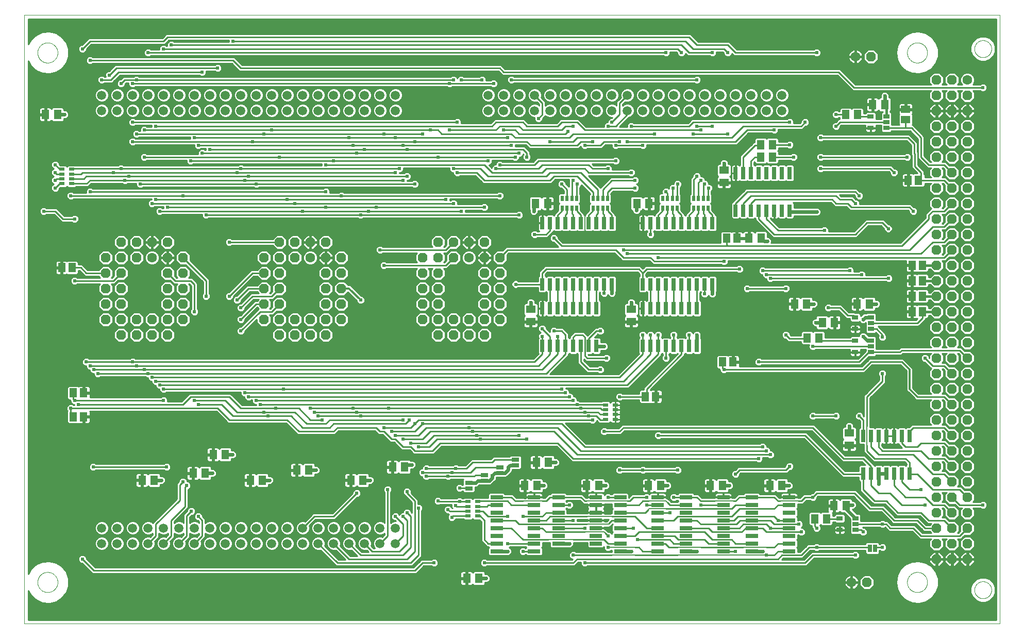
<source format=gtl>
G75*
%MOIN*%
%OFA0B0*%
%FSLAX25Y25*%
%IPPOS*%
%LPD*%
%AMOC8*
5,1,8,0,0,1.08239X$1,22.5*
%
%ADD10C,0.06300*%
%ADD11OC8,0.06300*%
%ADD12R,0.05000X0.02500*%
%ADD13R,0.05118X0.05906*%
%ADD14R,0.05906X0.05118*%
%ADD15R,0.03898X0.02717*%
%ADD16R,0.05118X0.06299*%
%ADD17R,0.02500X0.05000*%
%ADD18R,0.03543X0.01969*%
%ADD19R,0.02600X0.08000*%
%ADD20R,0.06299X0.05118*%
%ADD21R,0.01969X0.03543*%
%ADD22R,0.08000X0.02600*%
%ADD23C,0.05937*%
%ADD24C,0.00000*%
%ADD25C,0.01000*%
%ADD26C,0.00800*%
%ADD27C,0.02400*%
%ADD28C,0.02400*%
%ADD29C,0.03200*%
%ADD30C,0.01600*%
%ADD31C,0.01200*%
D10*
X0130833Y0311100D03*
X0233333Y0311100D03*
X0335833Y0311100D03*
X0585833Y0441100D03*
X0658333Y0426100D03*
X0583333Y0101100D03*
D11*
X0593333Y0101100D03*
X0638333Y0116100D03*
X0638333Y0126100D03*
X0638333Y0136100D03*
X0638333Y0146100D03*
X0638333Y0156100D03*
X0638333Y0166100D03*
X0638333Y0176100D03*
X0638333Y0186100D03*
X0638333Y0196100D03*
X0638333Y0206100D03*
X0638333Y0216100D03*
X0638333Y0226100D03*
X0638333Y0236100D03*
X0638333Y0246100D03*
X0638333Y0256100D03*
X0638333Y0266100D03*
X0638333Y0276100D03*
X0638333Y0286100D03*
X0638333Y0296100D03*
X0638333Y0306100D03*
X0638333Y0316100D03*
X0638333Y0326100D03*
X0638333Y0336100D03*
X0638333Y0346100D03*
X0638333Y0356100D03*
X0638333Y0366100D03*
X0638333Y0376100D03*
X0638333Y0386100D03*
X0638333Y0396100D03*
X0638333Y0406100D03*
X0638333Y0416100D03*
X0638333Y0426100D03*
X0648333Y0426100D03*
X0648333Y0416100D03*
X0658333Y0416100D03*
X0658333Y0406100D03*
X0648333Y0406100D03*
X0648333Y0396100D03*
X0658333Y0396100D03*
X0658333Y0386100D03*
X0648333Y0386100D03*
X0648333Y0376100D03*
X0658333Y0376100D03*
X0658333Y0366100D03*
X0648333Y0366100D03*
X0648333Y0356100D03*
X0658333Y0356100D03*
X0658333Y0346100D03*
X0648333Y0346100D03*
X0648333Y0336100D03*
X0648333Y0326100D03*
X0658333Y0326100D03*
X0658333Y0336100D03*
X0658333Y0316100D03*
X0648333Y0316100D03*
X0648333Y0306100D03*
X0658333Y0306100D03*
X0658333Y0296100D03*
X0648333Y0296100D03*
X0648333Y0286100D03*
X0658333Y0286100D03*
X0658333Y0276100D03*
X0648333Y0276100D03*
X0648333Y0266100D03*
X0658333Y0266100D03*
X0658333Y0256100D03*
X0648333Y0256100D03*
X0648333Y0246100D03*
X0658333Y0246100D03*
X0658333Y0236100D03*
X0648333Y0236100D03*
X0648333Y0226100D03*
X0658333Y0226100D03*
X0658333Y0216100D03*
X0648333Y0216100D03*
X0648333Y0206100D03*
X0658333Y0206100D03*
X0658333Y0196100D03*
X0648333Y0196100D03*
X0648333Y0186100D03*
X0658333Y0186100D03*
X0658333Y0176100D03*
X0648333Y0176100D03*
X0648333Y0166100D03*
X0658333Y0166100D03*
X0658333Y0156100D03*
X0648333Y0156100D03*
X0648333Y0146100D03*
X0648333Y0136100D03*
X0658333Y0136100D03*
X0658333Y0146100D03*
X0658333Y0126100D03*
X0648333Y0126100D03*
X0648333Y0116100D03*
X0658333Y0116100D03*
X0355833Y0271100D03*
X0355833Y0281100D03*
X0345833Y0281100D03*
X0345833Y0271100D03*
X0335833Y0271100D03*
X0325833Y0271100D03*
X0315833Y0271100D03*
X0305833Y0271100D03*
X0305833Y0281100D03*
X0315833Y0281100D03*
X0315833Y0291100D03*
X0305833Y0291100D03*
X0305833Y0301100D03*
X0315833Y0301100D03*
X0315833Y0311100D03*
X0305833Y0311100D03*
X0315833Y0321100D03*
X0325833Y0321100D03*
X0325833Y0311100D03*
X0335833Y0321100D03*
X0345833Y0321100D03*
X0345833Y0311100D03*
X0345833Y0301100D03*
X0345833Y0291100D03*
X0355833Y0291100D03*
X0355833Y0301100D03*
X0355833Y0311100D03*
X0345833Y0261100D03*
X0335833Y0261100D03*
X0325833Y0261100D03*
X0315833Y0261100D03*
X0253333Y0271100D03*
X0243333Y0271100D03*
X0243333Y0281100D03*
X0253333Y0281100D03*
X0253333Y0291100D03*
X0243333Y0291100D03*
X0243333Y0301100D03*
X0253333Y0301100D03*
X0253333Y0311100D03*
X0243333Y0311100D03*
X0243333Y0321100D03*
X0233333Y0321100D03*
X0223333Y0321100D03*
X0213333Y0321100D03*
X0213333Y0311100D03*
X0223333Y0311100D03*
X0213333Y0301100D03*
X0203333Y0301100D03*
X0203333Y0291100D03*
X0203333Y0281100D03*
X0203333Y0271100D03*
X0213333Y0271100D03*
X0213333Y0281100D03*
X0223333Y0271100D03*
X0233333Y0271100D03*
X0233333Y0261100D03*
X0223333Y0261100D03*
X0213333Y0261100D03*
X0243333Y0261100D03*
X0213333Y0291100D03*
X0203333Y0311100D03*
X0150833Y0311100D03*
X0140833Y0311100D03*
X0140833Y0301100D03*
X0140833Y0291100D03*
X0140833Y0281100D03*
X0140833Y0271100D03*
X0130833Y0271100D03*
X0120833Y0271100D03*
X0110833Y0271100D03*
X0100833Y0271100D03*
X0100833Y0281100D03*
X0110833Y0281100D03*
X0110833Y0291100D03*
X0100833Y0291100D03*
X0100833Y0301100D03*
X0110833Y0301100D03*
X0110833Y0311100D03*
X0100833Y0311100D03*
X0110833Y0321100D03*
X0120833Y0321100D03*
X0130833Y0321100D03*
X0140833Y0321100D03*
X0120833Y0311100D03*
X0150833Y0301100D03*
X0150833Y0291100D03*
X0150833Y0281100D03*
X0150833Y0271100D03*
X0140833Y0261100D03*
X0130833Y0261100D03*
X0120833Y0261100D03*
X0110833Y0261100D03*
X0595833Y0441100D03*
D12*
X0365833Y0180372D03*
X0365833Y0176828D03*
X0355833Y0175372D03*
X0355833Y0171828D03*
X0345833Y0170372D03*
X0345833Y0166828D03*
X0335833Y0165372D03*
X0335833Y0161828D03*
D13*
X0449987Y0221100D03*
X0456680Y0221100D03*
X0499987Y0243600D03*
X0506680Y0243600D03*
X0554593Y0259100D03*
X0562073Y0259100D03*
X0622487Y0276100D03*
X0629180Y0276100D03*
X0629180Y0286100D03*
X0622487Y0286100D03*
X0622487Y0296100D03*
X0629180Y0296100D03*
X0629180Y0306100D03*
X0622487Y0306100D03*
X0619987Y0361100D03*
X0626680Y0361100D03*
X0587073Y0403600D03*
X0579593Y0403600D03*
X0532073Y0384100D03*
X0524593Y0384100D03*
X0524593Y0376100D03*
X0532073Y0376100D03*
X0509180Y0323600D03*
X0502487Y0323600D03*
X0559593Y0142100D03*
X0567073Y0142100D03*
X0086680Y0208100D03*
X0079987Y0208100D03*
X0079987Y0223600D03*
X0086680Y0223600D03*
X0079180Y0304600D03*
X0072487Y0304600D03*
D14*
X0618333Y0400254D03*
X0618333Y0406946D03*
D15*
X0605912Y0402340D03*
X0605912Y0398600D03*
X0605912Y0394860D03*
X0595715Y0394860D03*
X0595715Y0402340D03*
X0595912Y0272340D03*
X0595912Y0268600D03*
X0595912Y0264860D03*
X0595912Y0257340D03*
X0595912Y0253600D03*
X0595912Y0249860D03*
X0585715Y0249860D03*
X0585715Y0257340D03*
X0585715Y0264860D03*
X0585715Y0272340D03*
X0585912Y0142340D03*
X0585912Y0138600D03*
X0585912Y0134860D03*
X0575715Y0134860D03*
X0575715Y0142340D03*
D16*
X0571896Y0150600D03*
X0579770Y0150600D03*
X0538270Y0163600D03*
X0530396Y0163600D03*
X0499770Y0163600D03*
X0491896Y0163600D03*
X0459770Y0163600D03*
X0451896Y0163600D03*
X0419770Y0163600D03*
X0411896Y0163600D03*
X0387270Y0178600D03*
X0379396Y0178600D03*
X0379770Y0163600D03*
X0371896Y0163600D03*
X0342270Y0103600D03*
X0334396Y0103600D03*
X0267270Y0167100D03*
X0259396Y0167100D03*
X0232270Y0173600D03*
X0224396Y0173600D03*
X0202270Y0167100D03*
X0194396Y0167100D03*
X0178270Y0183600D03*
X0170396Y0183600D03*
X0165270Y0171600D03*
X0157396Y0171600D03*
X0132270Y0167100D03*
X0124396Y0167100D03*
X0286396Y0175600D03*
X0294270Y0175600D03*
X0378896Y0346100D03*
X0386770Y0346100D03*
X0444396Y0346100D03*
X0452270Y0346100D03*
X0516896Y0323600D03*
X0524770Y0323600D03*
X0546396Y0281100D03*
X0554270Y0281100D03*
X0564396Y0269100D03*
X0572270Y0269100D03*
X0586896Y0281100D03*
X0594770Y0281100D03*
X0596896Y0410100D03*
X0604770Y0410100D03*
X0069770Y0403600D03*
X0061896Y0403600D03*
D17*
X0595062Y0123100D03*
X0598605Y0123100D03*
D18*
X0430483Y0206376D03*
X0430483Y0209525D03*
X0430483Y0212675D03*
X0430483Y0215824D03*
X0424184Y0215824D03*
X0424184Y0212675D03*
X0424184Y0209525D03*
X0424184Y0206376D03*
X0341483Y0153324D03*
X0341483Y0150175D03*
X0341483Y0147025D03*
X0341483Y0143876D03*
X0335184Y0143876D03*
X0335184Y0147025D03*
X0335184Y0150175D03*
X0335184Y0153324D03*
X0078983Y0358876D03*
X0078983Y0362025D03*
X0078983Y0365175D03*
X0078983Y0368324D03*
X0072684Y0368324D03*
X0072684Y0365175D03*
X0072684Y0362025D03*
X0072684Y0358876D03*
D19*
X0383333Y0333400D03*
X0388333Y0333400D03*
X0393333Y0333400D03*
X0398333Y0333400D03*
X0403333Y0333400D03*
X0408333Y0333400D03*
X0413333Y0333400D03*
X0418333Y0333400D03*
X0423333Y0333400D03*
X0428333Y0333400D03*
X0448333Y0333400D03*
X0453333Y0333400D03*
X0458333Y0333400D03*
X0463333Y0333400D03*
X0468333Y0333400D03*
X0473333Y0333400D03*
X0478333Y0333400D03*
X0483333Y0333400D03*
X0488333Y0333400D03*
X0493333Y0333400D03*
X0508333Y0341500D03*
X0513333Y0341500D03*
X0518333Y0341500D03*
X0523333Y0341500D03*
X0528333Y0341500D03*
X0533333Y0341500D03*
X0538333Y0341500D03*
X0543333Y0341500D03*
X0543333Y0365700D03*
X0538333Y0365700D03*
X0533333Y0365700D03*
X0528333Y0365700D03*
X0523333Y0365700D03*
X0518333Y0365700D03*
X0513333Y0365700D03*
X0508333Y0365700D03*
X0493333Y0293800D03*
X0488333Y0293800D03*
X0483333Y0293800D03*
X0478333Y0293800D03*
X0473333Y0293800D03*
X0468333Y0293800D03*
X0463333Y0293800D03*
X0458333Y0293800D03*
X0453333Y0293800D03*
X0448333Y0293800D03*
X0448333Y0278200D03*
X0453333Y0278200D03*
X0458333Y0278200D03*
X0463333Y0278200D03*
X0468333Y0278200D03*
X0473333Y0278200D03*
X0478333Y0278200D03*
X0483333Y0278200D03*
X0483333Y0254000D03*
X0478333Y0254000D03*
X0473333Y0254000D03*
X0468333Y0254000D03*
X0463333Y0254000D03*
X0458333Y0254000D03*
X0453333Y0254000D03*
X0448333Y0254000D03*
X0418333Y0254000D03*
X0413333Y0254000D03*
X0408333Y0254000D03*
X0403333Y0254000D03*
X0398333Y0254000D03*
X0393333Y0254000D03*
X0388333Y0254000D03*
X0383333Y0254000D03*
X0383333Y0278200D03*
X0388333Y0278200D03*
X0393333Y0278200D03*
X0398333Y0278200D03*
X0403333Y0278200D03*
X0408333Y0278200D03*
X0413333Y0278200D03*
X0418333Y0278200D03*
X0418333Y0293800D03*
X0413333Y0293800D03*
X0408333Y0293800D03*
X0403333Y0293800D03*
X0398333Y0293800D03*
X0393333Y0293800D03*
X0388333Y0293800D03*
X0383333Y0293800D03*
X0423333Y0293800D03*
X0428333Y0293800D03*
X0590833Y0195700D03*
X0595833Y0195700D03*
X0600833Y0195700D03*
X0605833Y0195700D03*
X0610833Y0195700D03*
X0615833Y0195700D03*
X0620833Y0195700D03*
X0620833Y0171500D03*
X0615833Y0171500D03*
X0610833Y0171500D03*
X0605833Y0171500D03*
X0600833Y0171500D03*
X0595833Y0171500D03*
X0590833Y0171500D03*
D20*
X0581833Y0189663D03*
X0581833Y0197537D03*
X0440833Y0269663D03*
X0440833Y0277537D03*
X0375833Y0277537D03*
X0375833Y0269663D03*
X0500833Y0359663D03*
X0500833Y0367537D03*
D21*
X0490558Y0349250D03*
X0487408Y0349250D03*
X0484259Y0349250D03*
X0481109Y0349250D03*
X0481109Y0342950D03*
X0484259Y0342950D03*
X0487408Y0342950D03*
X0490558Y0342950D03*
X0470558Y0342950D03*
X0467408Y0342950D03*
X0464259Y0342950D03*
X0461109Y0342950D03*
X0461109Y0349250D03*
X0464259Y0349250D03*
X0467408Y0349250D03*
X0470558Y0349250D03*
X0425558Y0349250D03*
X0422408Y0349250D03*
X0419259Y0349250D03*
X0416109Y0349250D03*
X0416109Y0342950D03*
X0419259Y0342950D03*
X0422408Y0342950D03*
X0425558Y0342950D03*
X0405558Y0342950D03*
X0402408Y0342950D03*
X0399259Y0342950D03*
X0396109Y0342950D03*
X0396109Y0349250D03*
X0399259Y0349250D03*
X0402408Y0349250D03*
X0405558Y0349250D03*
D22*
X0393733Y0156100D03*
X0393733Y0151100D03*
X0393733Y0146100D03*
X0393733Y0141100D03*
X0393733Y0136100D03*
X0393733Y0131100D03*
X0393733Y0126100D03*
X0377933Y0126100D03*
X0377933Y0121100D03*
X0377933Y0131100D03*
X0377933Y0136100D03*
X0377933Y0141100D03*
X0377933Y0146100D03*
X0377933Y0151100D03*
X0377933Y0156100D03*
X0353733Y0156100D03*
X0353733Y0151100D03*
X0353733Y0146100D03*
X0353733Y0141100D03*
X0353733Y0136100D03*
X0353733Y0131100D03*
X0353733Y0126100D03*
X0353733Y0121100D03*
X0417933Y0126100D03*
X0417933Y0131100D03*
X0417933Y0136100D03*
X0417933Y0141100D03*
X0417933Y0146100D03*
X0417933Y0151100D03*
X0417933Y0156100D03*
X0433733Y0156100D03*
X0433733Y0151100D03*
X0433733Y0146100D03*
X0433733Y0141100D03*
X0433733Y0136100D03*
X0433733Y0131100D03*
X0433733Y0126100D03*
X0433733Y0121100D03*
X0457933Y0121100D03*
X0457933Y0126100D03*
X0457933Y0131100D03*
X0457933Y0136100D03*
X0457933Y0141100D03*
X0457933Y0146100D03*
X0457933Y0151100D03*
X0457933Y0156100D03*
X0476233Y0156100D03*
X0476233Y0151100D03*
X0476233Y0146100D03*
X0476233Y0141100D03*
X0476233Y0136100D03*
X0476233Y0131100D03*
X0476233Y0126100D03*
X0476233Y0121100D03*
X0500433Y0121100D03*
X0500433Y0126100D03*
X0500433Y0131100D03*
X0500433Y0136100D03*
X0500433Y0141100D03*
X0500433Y0146100D03*
X0500433Y0151100D03*
X0500433Y0156100D03*
X0518733Y0156100D03*
X0518733Y0151100D03*
X0518733Y0146100D03*
X0518733Y0141100D03*
X0518733Y0136100D03*
X0518733Y0131100D03*
X0518733Y0126100D03*
X0518733Y0121100D03*
X0542933Y0121100D03*
X0542933Y0126100D03*
X0542933Y0131100D03*
X0542933Y0136100D03*
X0542933Y0141100D03*
X0542933Y0146100D03*
X0542933Y0151100D03*
X0542933Y0156100D03*
D23*
X0288333Y0136100D03*
X0278333Y0136100D03*
X0268333Y0136100D03*
X0258333Y0136100D03*
X0248333Y0136100D03*
X0238333Y0136100D03*
X0228333Y0136100D03*
X0218333Y0136100D03*
X0208333Y0136100D03*
X0198333Y0136100D03*
X0188333Y0136100D03*
X0178333Y0136100D03*
X0168333Y0136100D03*
X0158333Y0136100D03*
X0148333Y0136100D03*
X0138333Y0136100D03*
X0128333Y0136100D03*
X0118333Y0136100D03*
X0108333Y0136100D03*
X0098333Y0136100D03*
X0098333Y0126100D03*
X0108333Y0126100D03*
X0118333Y0126100D03*
X0128333Y0126100D03*
X0138333Y0126100D03*
X0148333Y0126100D03*
X0158333Y0126100D03*
X0168333Y0126100D03*
X0178333Y0126100D03*
X0188333Y0126100D03*
X0198333Y0126100D03*
X0208333Y0126100D03*
X0218333Y0126100D03*
X0228333Y0126100D03*
X0238333Y0126100D03*
X0248333Y0126100D03*
X0258333Y0126100D03*
X0268333Y0126100D03*
X0278333Y0126100D03*
X0288333Y0126100D03*
X0288333Y0406100D03*
X0278333Y0406100D03*
X0268333Y0406100D03*
X0258333Y0406100D03*
X0248333Y0406100D03*
X0238333Y0406100D03*
X0228333Y0406100D03*
X0218333Y0406100D03*
X0208333Y0406100D03*
X0198333Y0406100D03*
X0188333Y0406100D03*
X0178333Y0406100D03*
X0168333Y0406100D03*
X0158333Y0406100D03*
X0148333Y0406100D03*
X0138333Y0406100D03*
X0128333Y0406100D03*
X0118333Y0406100D03*
X0108333Y0406100D03*
X0098333Y0406100D03*
X0098333Y0416100D03*
X0108333Y0416100D03*
X0118333Y0416100D03*
X0128333Y0416100D03*
X0138333Y0416100D03*
X0148333Y0416100D03*
X0158333Y0416100D03*
X0168333Y0416100D03*
X0178333Y0416100D03*
X0188333Y0416100D03*
X0198333Y0416100D03*
X0208333Y0416100D03*
X0218333Y0416100D03*
X0228333Y0416100D03*
X0238333Y0416100D03*
X0248333Y0416100D03*
X0258333Y0416100D03*
X0268333Y0416100D03*
X0278333Y0416100D03*
X0288333Y0416100D03*
X0348333Y0416100D03*
X0358333Y0416100D03*
X0368333Y0416100D03*
X0368333Y0406100D03*
X0358333Y0406100D03*
X0348333Y0406100D03*
X0378333Y0406100D03*
X0388333Y0406100D03*
X0388333Y0416100D03*
X0378333Y0416100D03*
X0398333Y0416100D03*
X0408333Y0416100D03*
X0418333Y0416100D03*
X0418333Y0406100D03*
X0408333Y0406100D03*
X0398333Y0406100D03*
X0428333Y0406100D03*
X0438333Y0406100D03*
X0438333Y0416100D03*
X0428333Y0416100D03*
X0448333Y0416100D03*
X0458333Y0416100D03*
X0468333Y0416100D03*
X0468333Y0406100D03*
X0458333Y0406100D03*
X0448333Y0406100D03*
X0478333Y0406100D03*
X0488333Y0406100D03*
X0488333Y0416100D03*
X0478333Y0416100D03*
X0498333Y0416100D03*
X0508333Y0416100D03*
X0508333Y0406100D03*
X0498333Y0406100D03*
X0518333Y0406100D03*
X0528333Y0406100D03*
X0538333Y0406100D03*
X0538333Y0416100D03*
X0528333Y0416100D03*
X0518333Y0416100D03*
D24*
X0048333Y0468000D02*
X0048333Y0074200D01*
X0679333Y0074200D01*
X0679333Y0468000D01*
X0048333Y0468000D01*
X0056833Y0443600D02*
X0056835Y0443761D01*
X0056841Y0443921D01*
X0056851Y0444082D01*
X0056865Y0444242D01*
X0056883Y0444402D01*
X0056904Y0444561D01*
X0056930Y0444720D01*
X0056960Y0444878D01*
X0056993Y0445035D01*
X0057031Y0445192D01*
X0057072Y0445347D01*
X0057117Y0445501D01*
X0057166Y0445654D01*
X0057219Y0445806D01*
X0057275Y0445957D01*
X0057336Y0446106D01*
X0057399Y0446254D01*
X0057467Y0446400D01*
X0057538Y0446544D01*
X0057612Y0446686D01*
X0057690Y0446827D01*
X0057772Y0446965D01*
X0057857Y0447102D01*
X0057945Y0447236D01*
X0058037Y0447368D01*
X0058132Y0447498D01*
X0058230Y0447626D01*
X0058331Y0447751D01*
X0058435Y0447873D01*
X0058542Y0447993D01*
X0058652Y0448110D01*
X0058765Y0448225D01*
X0058881Y0448336D01*
X0059000Y0448445D01*
X0059121Y0448550D01*
X0059245Y0448653D01*
X0059371Y0448753D01*
X0059499Y0448849D01*
X0059630Y0448942D01*
X0059764Y0449032D01*
X0059899Y0449119D01*
X0060037Y0449202D01*
X0060176Y0449282D01*
X0060318Y0449358D01*
X0060461Y0449431D01*
X0060606Y0449500D01*
X0060753Y0449566D01*
X0060901Y0449628D01*
X0061051Y0449686D01*
X0061202Y0449741D01*
X0061355Y0449792D01*
X0061509Y0449839D01*
X0061664Y0449882D01*
X0061820Y0449921D01*
X0061976Y0449957D01*
X0062134Y0449988D01*
X0062292Y0450016D01*
X0062451Y0450040D01*
X0062611Y0450060D01*
X0062771Y0450076D01*
X0062931Y0450088D01*
X0063092Y0450096D01*
X0063253Y0450100D01*
X0063413Y0450100D01*
X0063574Y0450096D01*
X0063735Y0450088D01*
X0063895Y0450076D01*
X0064055Y0450060D01*
X0064215Y0450040D01*
X0064374Y0450016D01*
X0064532Y0449988D01*
X0064690Y0449957D01*
X0064846Y0449921D01*
X0065002Y0449882D01*
X0065157Y0449839D01*
X0065311Y0449792D01*
X0065464Y0449741D01*
X0065615Y0449686D01*
X0065765Y0449628D01*
X0065913Y0449566D01*
X0066060Y0449500D01*
X0066205Y0449431D01*
X0066348Y0449358D01*
X0066490Y0449282D01*
X0066629Y0449202D01*
X0066767Y0449119D01*
X0066902Y0449032D01*
X0067036Y0448942D01*
X0067167Y0448849D01*
X0067295Y0448753D01*
X0067421Y0448653D01*
X0067545Y0448550D01*
X0067666Y0448445D01*
X0067785Y0448336D01*
X0067901Y0448225D01*
X0068014Y0448110D01*
X0068124Y0447993D01*
X0068231Y0447873D01*
X0068335Y0447751D01*
X0068436Y0447626D01*
X0068534Y0447498D01*
X0068629Y0447368D01*
X0068721Y0447236D01*
X0068809Y0447102D01*
X0068894Y0446965D01*
X0068976Y0446827D01*
X0069054Y0446686D01*
X0069128Y0446544D01*
X0069199Y0446400D01*
X0069267Y0446254D01*
X0069330Y0446106D01*
X0069391Y0445957D01*
X0069447Y0445806D01*
X0069500Y0445654D01*
X0069549Y0445501D01*
X0069594Y0445347D01*
X0069635Y0445192D01*
X0069673Y0445035D01*
X0069706Y0444878D01*
X0069736Y0444720D01*
X0069762Y0444561D01*
X0069783Y0444402D01*
X0069801Y0444242D01*
X0069815Y0444082D01*
X0069825Y0443921D01*
X0069831Y0443761D01*
X0069833Y0443600D01*
X0069831Y0443439D01*
X0069825Y0443279D01*
X0069815Y0443118D01*
X0069801Y0442958D01*
X0069783Y0442798D01*
X0069762Y0442639D01*
X0069736Y0442480D01*
X0069706Y0442322D01*
X0069673Y0442165D01*
X0069635Y0442008D01*
X0069594Y0441853D01*
X0069549Y0441699D01*
X0069500Y0441546D01*
X0069447Y0441394D01*
X0069391Y0441243D01*
X0069330Y0441094D01*
X0069267Y0440946D01*
X0069199Y0440800D01*
X0069128Y0440656D01*
X0069054Y0440514D01*
X0068976Y0440373D01*
X0068894Y0440235D01*
X0068809Y0440098D01*
X0068721Y0439964D01*
X0068629Y0439832D01*
X0068534Y0439702D01*
X0068436Y0439574D01*
X0068335Y0439449D01*
X0068231Y0439327D01*
X0068124Y0439207D01*
X0068014Y0439090D01*
X0067901Y0438975D01*
X0067785Y0438864D01*
X0067666Y0438755D01*
X0067545Y0438650D01*
X0067421Y0438547D01*
X0067295Y0438447D01*
X0067167Y0438351D01*
X0067036Y0438258D01*
X0066902Y0438168D01*
X0066767Y0438081D01*
X0066629Y0437998D01*
X0066490Y0437918D01*
X0066348Y0437842D01*
X0066205Y0437769D01*
X0066060Y0437700D01*
X0065913Y0437634D01*
X0065765Y0437572D01*
X0065615Y0437514D01*
X0065464Y0437459D01*
X0065311Y0437408D01*
X0065157Y0437361D01*
X0065002Y0437318D01*
X0064846Y0437279D01*
X0064690Y0437243D01*
X0064532Y0437212D01*
X0064374Y0437184D01*
X0064215Y0437160D01*
X0064055Y0437140D01*
X0063895Y0437124D01*
X0063735Y0437112D01*
X0063574Y0437104D01*
X0063413Y0437100D01*
X0063253Y0437100D01*
X0063092Y0437104D01*
X0062931Y0437112D01*
X0062771Y0437124D01*
X0062611Y0437140D01*
X0062451Y0437160D01*
X0062292Y0437184D01*
X0062134Y0437212D01*
X0061976Y0437243D01*
X0061820Y0437279D01*
X0061664Y0437318D01*
X0061509Y0437361D01*
X0061355Y0437408D01*
X0061202Y0437459D01*
X0061051Y0437514D01*
X0060901Y0437572D01*
X0060753Y0437634D01*
X0060606Y0437700D01*
X0060461Y0437769D01*
X0060318Y0437842D01*
X0060176Y0437918D01*
X0060037Y0437998D01*
X0059899Y0438081D01*
X0059764Y0438168D01*
X0059630Y0438258D01*
X0059499Y0438351D01*
X0059371Y0438447D01*
X0059245Y0438547D01*
X0059121Y0438650D01*
X0059000Y0438755D01*
X0058881Y0438864D01*
X0058765Y0438975D01*
X0058652Y0439090D01*
X0058542Y0439207D01*
X0058435Y0439327D01*
X0058331Y0439449D01*
X0058230Y0439574D01*
X0058132Y0439702D01*
X0058037Y0439832D01*
X0057945Y0439964D01*
X0057857Y0440098D01*
X0057772Y0440235D01*
X0057690Y0440373D01*
X0057612Y0440514D01*
X0057538Y0440656D01*
X0057467Y0440800D01*
X0057399Y0440946D01*
X0057336Y0441094D01*
X0057275Y0441243D01*
X0057219Y0441394D01*
X0057166Y0441546D01*
X0057117Y0441699D01*
X0057072Y0441853D01*
X0057031Y0442008D01*
X0056993Y0442165D01*
X0056960Y0442322D01*
X0056930Y0442480D01*
X0056904Y0442639D01*
X0056883Y0442798D01*
X0056865Y0442958D01*
X0056851Y0443118D01*
X0056841Y0443279D01*
X0056835Y0443439D01*
X0056833Y0443600D01*
X0056833Y0101100D02*
X0056835Y0101261D01*
X0056841Y0101421D01*
X0056851Y0101582D01*
X0056865Y0101742D01*
X0056883Y0101902D01*
X0056904Y0102061D01*
X0056930Y0102220D01*
X0056960Y0102378D01*
X0056993Y0102535D01*
X0057031Y0102692D01*
X0057072Y0102847D01*
X0057117Y0103001D01*
X0057166Y0103154D01*
X0057219Y0103306D01*
X0057275Y0103457D01*
X0057336Y0103606D01*
X0057399Y0103754D01*
X0057467Y0103900D01*
X0057538Y0104044D01*
X0057612Y0104186D01*
X0057690Y0104327D01*
X0057772Y0104465D01*
X0057857Y0104602D01*
X0057945Y0104736D01*
X0058037Y0104868D01*
X0058132Y0104998D01*
X0058230Y0105126D01*
X0058331Y0105251D01*
X0058435Y0105373D01*
X0058542Y0105493D01*
X0058652Y0105610D01*
X0058765Y0105725D01*
X0058881Y0105836D01*
X0059000Y0105945D01*
X0059121Y0106050D01*
X0059245Y0106153D01*
X0059371Y0106253D01*
X0059499Y0106349D01*
X0059630Y0106442D01*
X0059764Y0106532D01*
X0059899Y0106619D01*
X0060037Y0106702D01*
X0060176Y0106782D01*
X0060318Y0106858D01*
X0060461Y0106931D01*
X0060606Y0107000D01*
X0060753Y0107066D01*
X0060901Y0107128D01*
X0061051Y0107186D01*
X0061202Y0107241D01*
X0061355Y0107292D01*
X0061509Y0107339D01*
X0061664Y0107382D01*
X0061820Y0107421D01*
X0061976Y0107457D01*
X0062134Y0107488D01*
X0062292Y0107516D01*
X0062451Y0107540D01*
X0062611Y0107560D01*
X0062771Y0107576D01*
X0062931Y0107588D01*
X0063092Y0107596D01*
X0063253Y0107600D01*
X0063413Y0107600D01*
X0063574Y0107596D01*
X0063735Y0107588D01*
X0063895Y0107576D01*
X0064055Y0107560D01*
X0064215Y0107540D01*
X0064374Y0107516D01*
X0064532Y0107488D01*
X0064690Y0107457D01*
X0064846Y0107421D01*
X0065002Y0107382D01*
X0065157Y0107339D01*
X0065311Y0107292D01*
X0065464Y0107241D01*
X0065615Y0107186D01*
X0065765Y0107128D01*
X0065913Y0107066D01*
X0066060Y0107000D01*
X0066205Y0106931D01*
X0066348Y0106858D01*
X0066490Y0106782D01*
X0066629Y0106702D01*
X0066767Y0106619D01*
X0066902Y0106532D01*
X0067036Y0106442D01*
X0067167Y0106349D01*
X0067295Y0106253D01*
X0067421Y0106153D01*
X0067545Y0106050D01*
X0067666Y0105945D01*
X0067785Y0105836D01*
X0067901Y0105725D01*
X0068014Y0105610D01*
X0068124Y0105493D01*
X0068231Y0105373D01*
X0068335Y0105251D01*
X0068436Y0105126D01*
X0068534Y0104998D01*
X0068629Y0104868D01*
X0068721Y0104736D01*
X0068809Y0104602D01*
X0068894Y0104465D01*
X0068976Y0104327D01*
X0069054Y0104186D01*
X0069128Y0104044D01*
X0069199Y0103900D01*
X0069267Y0103754D01*
X0069330Y0103606D01*
X0069391Y0103457D01*
X0069447Y0103306D01*
X0069500Y0103154D01*
X0069549Y0103001D01*
X0069594Y0102847D01*
X0069635Y0102692D01*
X0069673Y0102535D01*
X0069706Y0102378D01*
X0069736Y0102220D01*
X0069762Y0102061D01*
X0069783Y0101902D01*
X0069801Y0101742D01*
X0069815Y0101582D01*
X0069825Y0101421D01*
X0069831Y0101261D01*
X0069833Y0101100D01*
X0069831Y0100939D01*
X0069825Y0100779D01*
X0069815Y0100618D01*
X0069801Y0100458D01*
X0069783Y0100298D01*
X0069762Y0100139D01*
X0069736Y0099980D01*
X0069706Y0099822D01*
X0069673Y0099665D01*
X0069635Y0099508D01*
X0069594Y0099353D01*
X0069549Y0099199D01*
X0069500Y0099046D01*
X0069447Y0098894D01*
X0069391Y0098743D01*
X0069330Y0098594D01*
X0069267Y0098446D01*
X0069199Y0098300D01*
X0069128Y0098156D01*
X0069054Y0098014D01*
X0068976Y0097873D01*
X0068894Y0097735D01*
X0068809Y0097598D01*
X0068721Y0097464D01*
X0068629Y0097332D01*
X0068534Y0097202D01*
X0068436Y0097074D01*
X0068335Y0096949D01*
X0068231Y0096827D01*
X0068124Y0096707D01*
X0068014Y0096590D01*
X0067901Y0096475D01*
X0067785Y0096364D01*
X0067666Y0096255D01*
X0067545Y0096150D01*
X0067421Y0096047D01*
X0067295Y0095947D01*
X0067167Y0095851D01*
X0067036Y0095758D01*
X0066902Y0095668D01*
X0066767Y0095581D01*
X0066629Y0095498D01*
X0066490Y0095418D01*
X0066348Y0095342D01*
X0066205Y0095269D01*
X0066060Y0095200D01*
X0065913Y0095134D01*
X0065765Y0095072D01*
X0065615Y0095014D01*
X0065464Y0094959D01*
X0065311Y0094908D01*
X0065157Y0094861D01*
X0065002Y0094818D01*
X0064846Y0094779D01*
X0064690Y0094743D01*
X0064532Y0094712D01*
X0064374Y0094684D01*
X0064215Y0094660D01*
X0064055Y0094640D01*
X0063895Y0094624D01*
X0063735Y0094612D01*
X0063574Y0094604D01*
X0063413Y0094600D01*
X0063253Y0094600D01*
X0063092Y0094604D01*
X0062931Y0094612D01*
X0062771Y0094624D01*
X0062611Y0094640D01*
X0062451Y0094660D01*
X0062292Y0094684D01*
X0062134Y0094712D01*
X0061976Y0094743D01*
X0061820Y0094779D01*
X0061664Y0094818D01*
X0061509Y0094861D01*
X0061355Y0094908D01*
X0061202Y0094959D01*
X0061051Y0095014D01*
X0060901Y0095072D01*
X0060753Y0095134D01*
X0060606Y0095200D01*
X0060461Y0095269D01*
X0060318Y0095342D01*
X0060176Y0095418D01*
X0060037Y0095498D01*
X0059899Y0095581D01*
X0059764Y0095668D01*
X0059630Y0095758D01*
X0059499Y0095851D01*
X0059371Y0095947D01*
X0059245Y0096047D01*
X0059121Y0096150D01*
X0059000Y0096255D01*
X0058881Y0096364D01*
X0058765Y0096475D01*
X0058652Y0096590D01*
X0058542Y0096707D01*
X0058435Y0096827D01*
X0058331Y0096949D01*
X0058230Y0097074D01*
X0058132Y0097202D01*
X0058037Y0097332D01*
X0057945Y0097464D01*
X0057857Y0097598D01*
X0057772Y0097735D01*
X0057690Y0097873D01*
X0057612Y0098014D01*
X0057538Y0098156D01*
X0057467Y0098300D01*
X0057399Y0098446D01*
X0057336Y0098594D01*
X0057275Y0098743D01*
X0057219Y0098894D01*
X0057166Y0099046D01*
X0057117Y0099199D01*
X0057072Y0099353D01*
X0057031Y0099508D01*
X0056993Y0099665D01*
X0056960Y0099822D01*
X0056930Y0099980D01*
X0056904Y0100139D01*
X0056883Y0100298D01*
X0056865Y0100458D01*
X0056851Y0100618D01*
X0056841Y0100779D01*
X0056835Y0100939D01*
X0056833Y0101100D01*
X0619333Y0101100D02*
X0619335Y0101261D01*
X0619341Y0101421D01*
X0619351Y0101582D01*
X0619365Y0101742D01*
X0619383Y0101902D01*
X0619404Y0102061D01*
X0619430Y0102220D01*
X0619460Y0102378D01*
X0619493Y0102535D01*
X0619531Y0102692D01*
X0619572Y0102847D01*
X0619617Y0103001D01*
X0619666Y0103154D01*
X0619719Y0103306D01*
X0619775Y0103457D01*
X0619836Y0103606D01*
X0619899Y0103754D01*
X0619967Y0103900D01*
X0620038Y0104044D01*
X0620112Y0104186D01*
X0620190Y0104327D01*
X0620272Y0104465D01*
X0620357Y0104602D01*
X0620445Y0104736D01*
X0620537Y0104868D01*
X0620632Y0104998D01*
X0620730Y0105126D01*
X0620831Y0105251D01*
X0620935Y0105373D01*
X0621042Y0105493D01*
X0621152Y0105610D01*
X0621265Y0105725D01*
X0621381Y0105836D01*
X0621500Y0105945D01*
X0621621Y0106050D01*
X0621745Y0106153D01*
X0621871Y0106253D01*
X0621999Y0106349D01*
X0622130Y0106442D01*
X0622264Y0106532D01*
X0622399Y0106619D01*
X0622537Y0106702D01*
X0622676Y0106782D01*
X0622818Y0106858D01*
X0622961Y0106931D01*
X0623106Y0107000D01*
X0623253Y0107066D01*
X0623401Y0107128D01*
X0623551Y0107186D01*
X0623702Y0107241D01*
X0623855Y0107292D01*
X0624009Y0107339D01*
X0624164Y0107382D01*
X0624320Y0107421D01*
X0624476Y0107457D01*
X0624634Y0107488D01*
X0624792Y0107516D01*
X0624951Y0107540D01*
X0625111Y0107560D01*
X0625271Y0107576D01*
X0625431Y0107588D01*
X0625592Y0107596D01*
X0625753Y0107600D01*
X0625913Y0107600D01*
X0626074Y0107596D01*
X0626235Y0107588D01*
X0626395Y0107576D01*
X0626555Y0107560D01*
X0626715Y0107540D01*
X0626874Y0107516D01*
X0627032Y0107488D01*
X0627190Y0107457D01*
X0627346Y0107421D01*
X0627502Y0107382D01*
X0627657Y0107339D01*
X0627811Y0107292D01*
X0627964Y0107241D01*
X0628115Y0107186D01*
X0628265Y0107128D01*
X0628413Y0107066D01*
X0628560Y0107000D01*
X0628705Y0106931D01*
X0628848Y0106858D01*
X0628990Y0106782D01*
X0629129Y0106702D01*
X0629267Y0106619D01*
X0629402Y0106532D01*
X0629536Y0106442D01*
X0629667Y0106349D01*
X0629795Y0106253D01*
X0629921Y0106153D01*
X0630045Y0106050D01*
X0630166Y0105945D01*
X0630285Y0105836D01*
X0630401Y0105725D01*
X0630514Y0105610D01*
X0630624Y0105493D01*
X0630731Y0105373D01*
X0630835Y0105251D01*
X0630936Y0105126D01*
X0631034Y0104998D01*
X0631129Y0104868D01*
X0631221Y0104736D01*
X0631309Y0104602D01*
X0631394Y0104465D01*
X0631476Y0104327D01*
X0631554Y0104186D01*
X0631628Y0104044D01*
X0631699Y0103900D01*
X0631767Y0103754D01*
X0631830Y0103606D01*
X0631891Y0103457D01*
X0631947Y0103306D01*
X0632000Y0103154D01*
X0632049Y0103001D01*
X0632094Y0102847D01*
X0632135Y0102692D01*
X0632173Y0102535D01*
X0632206Y0102378D01*
X0632236Y0102220D01*
X0632262Y0102061D01*
X0632283Y0101902D01*
X0632301Y0101742D01*
X0632315Y0101582D01*
X0632325Y0101421D01*
X0632331Y0101261D01*
X0632333Y0101100D01*
X0632331Y0100939D01*
X0632325Y0100779D01*
X0632315Y0100618D01*
X0632301Y0100458D01*
X0632283Y0100298D01*
X0632262Y0100139D01*
X0632236Y0099980D01*
X0632206Y0099822D01*
X0632173Y0099665D01*
X0632135Y0099508D01*
X0632094Y0099353D01*
X0632049Y0099199D01*
X0632000Y0099046D01*
X0631947Y0098894D01*
X0631891Y0098743D01*
X0631830Y0098594D01*
X0631767Y0098446D01*
X0631699Y0098300D01*
X0631628Y0098156D01*
X0631554Y0098014D01*
X0631476Y0097873D01*
X0631394Y0097735D01*
X0631309Y0097598D01*
X0631221Y0097464D01*
X0631129Y0097332D01*
X0631034Y0097202D01*
X0630936Y0097074D01*
X0630835Y0096949D01*
X0630731Y0096827D01*
X0630624Y0096707D01*
X0630514Y0096590D01*
X0630401Y0096475D01*
X0630285Y0096364D01*
X0630166Y0096255D01*
X0630045Y0096150D01*
X0629921Y0096047D01*
X0629795Y0095947D01*
X0629667Y0095851D01*
X0629536Y0095758D01*
X0629402Y0095668D01*
X0629267Y0095581D01*
X0629129Y0095498D01*
X0628990Y0095418D01*
X0628848Y0095342D01*
X0628705Y0095269D01*
X0628560Y0095200D01*
X0628413Y0095134D01*
X0628265Y0095072D01*
X0628115Y0095014D01*
X0627964Y0094959D01*
X0627811Y0094908D01*
X0627657Y0094861D01*
X0627502Y0094818D01*
X0627346Y0094779D01*
X0627190Y0094743D01*
X0627032Y0094712D01*
X0626874Y0094684D01*
X0626715Y0094660D01*
X0626555Y0094640D01*
X0626395Y0094624D01*
X0626235Y0094612D01*
X0626074Y0094604D01*
X0625913Y0094600D01*
X0625753Y0094600D01*
X0625592Y0094604D01*
X0625431Y0094612D01*
X0625271Y0094624D01*
X0625111Y0094640D01*
X0624951Y0094660D01*
X0624792Y0094684D01*
X0624634Y0094712D01*
X0624476Y0094743D01*
X0624320Y0094779D01*
X0624164Y0094818D01*
X0624009Y0094861D01*
X0623855Y0094908D01*
X0623702Y0094959D01*
X0623551Y0095014D01*
X0623401Y0095072D01*
X0623253Y0095134D01*
X0623106Y0095200D01*
X0622961Y0095269D01*
X0622818Y0095342D01*
X0622676Y0095418D01*
X0622537Y0095498D01*
X0622399Y0095581D01*
X0622264Y0095668D01*
X0622130Y0095758D01*
X0621999Y0095851D01*
X0621871Y0095947D01*
X0621745Y0096047D01*
X0621621Y0096150D01*
X0621500Y0096255D01*
X0621381Y0096364D01*
X0621265Y0096475D01*
X0621152Y0096590D01*
X0621042Y0096707D01*
X0620935Y0096827D01*
X0620831Y0096949D01*
X0620730Y0097074D01*
X0620632Y0097202D01*
X0620537Y0097332D01*
X0620445Y0097464D01*
X0620357Y0097598D01*
X0620272Y0097735D01*
X0620190Y0097873D01*
X0620112Y0098014D01*
X0620038Y0098156D01*
X0619967Y0098300D01*
X0619899Y0098446D01*
X0619836Y0098594D01*
X0619775Y0098743D01*
X0619719Y0098894D01*
X0619666Y0099046D01*
X0619617Y0099199D01*
X0619572Y0099353D01*
X0619531Y0099508D01*
X0619493Y0099665D01*
X0619460Y0099822D01*
X0619430Y0099980D01*
X0619404Y0100139D01*
X0619383Y0100298D01*
X0619365Y0100458D01*
X0619351Y0100618D01*
X0619341Y0100779D01*
X0619335Y0100939D01*
X0619333Y0101100D01*
X0662833Y0096100D02*
X0662835Y0096248D01*
X0662841Y0096396D01*
X0662851Y0096544D01*
X0662865Y0096692D01*
X0662883Y0096839D01*
X0662905Y0096986D01*
X0662931Y0097132D01*
X0662960Y0097277D01*
X0662994Y0097422D01*
X0663032Y0097565D01*
X0663073Y0097708D01*
X0663118Y0097849D01*
X0663168Y0097989D01*
X0663220Y0098127D01*
X0663277Y0098265D01*
X0663337Y0098400D01*
X0663401Y0098534D01*
X0663468Y0098666D01*
X0663539Y0098796D01*
X0663614Y0098925D01*
X0663692Y0099051D01*
X0663773Y0099175D01*
X0663857Y0099297D01*
X0663945Y0099416D01*
X0664036Y0099533D01*
X0664130Y0099648D01*
X0664228Y0099760D01*
X0664328Y0099869D01*
X0664431Y0099976D01*
X0664537Y0100080D01*
X0664645Y0100181D01*
X0664757Y0100279D01*
X0664871Y0100374D01*
X0664987Y0100465D01*
X0665106Y0100554D01*
X0665227Y0100639D01*
X0665351Y0100721D01*
X0665477Y0100800D01*
X0665604Y0100875D01*
X0665734Y0100947D01*
X0665866Y0101016D01*
X0665999Y0101080D01*
X0666134Y0101141D01*
X0666271Y0101199D01*
X0666409Y0101253D01*
X0666549Y0101303D01*
X0666690Y0101349D01*
X0666832Y0101391D01*
X0666975Y0101430D01*
X0667119Y0101464D01*
X0667265Y0101495D01*
X0667410Y0101522D01*
X0667557Y0101545D01*
X0667704Y0101564D01*
X0667852Y0101579D01*
X0667999Y0101590D01*
X0668148Y0101597D01*
X0668296Y0101600D01*
X0668444Y0101599D01*
X0668592Y0101594D01*
X0668740Y0101585D01*
X0668888Y0101572D01*
X0669036Y0101555D01*
X0669182Y0101534D01*
X0669329Y0101509D01*
X0669474Y0101480D01*
X0669619Y0101448D01*
X0669762Y0101411D01*
X0669905Y0101371D01*
X0670047Y0101326D01*
X0670187Y0101278D01*
X0670326Y0101226D01*
X0670463Y0101171D01*
X0670599Y0101111D01*
X0670734Y0101048D01*
X0670866Y0100982D01*
X0670997Y0100912D01*
X0671126Y0100838D01*
X0671252Y0100761D01*
X0671377Y0100681D01*
X0671499Y0100597D01*
X0671620Y0100510D01*
X0671737Y0100420D01*
X0671853Y0100326D01*
X0671965Y0100230D01*
X0672075Y0100131D01*
X0672183Y0100028D01*
X0672287Y0099923D01*
X0672389Y0099815D01*
X0672487Y0099704D01*
X0672583Y0099591D01*
X0672676Y0099475D01*
X0672765Y0099357D01*
X0672851Y0099236D01*
X0672934Y0099113D01*
X0673014Y0098988D01*
X0673090Y0098861D01*
X0673163Y0098731D01*
X0673232Y0098600D01*
X0673297Y0098467D01*
X0673360Y0098333D01*
X0673418Y0098196D01*
X0673473Y0098058D01*
X0673523Y0097919D01*
X0673571Y0097778D01*
X0673614Y0097637D01*
X0673654Y0097494D01*
X0673689Y0097350D01*
X0673721Y0097205D01*
X0673749Y0097059D01*
X0673773Y0096913D01*
X0673793Y0096766D01*
X0673809Y0096618D01*
X0673821Y0096471D01*
X0673829Y0096322D01*
X0673833Y0096174D01*
X0673833Y0096026D01*
X0673829Y0095878D01*
X0673821Y0095729D01*
X0673809Y0095582D01*
X0673793Y0095434D01*
X0673773Y0095287D01*
X0673749Y0095141D01*
X0673721Y0094995D01*
X0673689Y0094850D01*
X0673654Y0094706D01*
X0673614Y0094563D01*
X0673571Y0094422D01*
X0673523Y0094281D01*
X0673473Y0094142D01*
X0673418Y0094004D01*
X0673360Y0093867D01*
X0673297Y0093733D01*
X0673232Y0093600D01*
X0673163Y0093469D01*
X0673090Y0093339D01*
X0673014Y0093212D01*
X0672934Y0093087D01*
X0672851Y0092964D01*
X0672765Y0092843D01*
X0672676Y0092725D01*
X0672583Y0092609D01*
X0672487Y0092496D01*
X0672389Y0092385D01*
X0672287Y0092277D01*
X0672183Y0092172D01*
X0672075Y0092069D01*
X0671965Y0091970D01*
X0671853Y0091874D01*
X0671737Y0091780D01*
X0671620Y0091690D01*
X0671499Y0091603D01*
X0671377Y0091519D01*
X0671252Y0091439D01*
X0671126Y0091362D01*
X0670997Y0091288D01*
X0670866Y0091218D01*
X0670734Y0091152D01*
X0670599Y0091089D01*
X0670463Y0091029D01*
X0670326Y0090974D01*
X0670187Y0090922D01*
X0670047Y0090874D01*
X0669905Y0090829D01*
X0669762Y0090789D01*
X0669619Y0090752D01*
X0669474Y0090720D01*
X0669329Y0090691D01*
X0669182Y0090666D01*
X0669036Y0090645D01*
X0668888Y0090628D01*
X0668740Y0090615D01*
X0668592Y0090606D01*
X0668444Y0090601D01*
X0668296Y0090600D01*
X0668148Y0090603D01*
X0667999Y0090610D01*
X0667852Y0090621D01*
X0667704Y0090636D01*
X0667557Y0090655D01*
X0667410Y0090678D01*
X0667265Y0090705D01*
X0667119Y0090736D01*
X0666975Y0090770D01*
X0666832Y0090809D01*
X0666690Y0090851D01*
X0666549Y0090897D01*
X0666409Y0090947D01*
X0666271Y0091001D01*
X0666134Y0091059D01*
X0665999Y0091120D01*
X0665866Y0091184D01*
X0665734Y0091253D01*
X0665604Y0091325D01*
X0665477Y0091400D01*
X0665351Y0091479D01*
X0665227Y0091561D01*
X0665106Y0091646D01*
X0664987Y0091735D01*
X0664871Y0091826D01*
X0664757Y0091921D01*
X0664645Y0092019D01*
X0664537Y0092120D01*
X0664431Y0092224D01*
X0664328Y0092331D01*
X0664228Y0092440D01*
X0664130Y0092552D01*
X0664036Y0092667D01*
X0663945Y0092784D01*
X0663857Y0092903D01*
X0663773Y0093025D01*
X0663692Y0093149D01*
X0663614Y0093275D01*
X0663539Y0093404D01*
X0663468Y0093534D01*
X0663401Y0093666D01*
X0663337Y0093800D01*
X0663277Y0093935D01*
X0663220Y0094073D01*
X0663168Y0094211D01*
X0663118Y0094351D01*
X0663073Y0094492D01*
X0663032Y0094635D01*
X0662994Y0094778D01*
X0662960Y0094923D01*
X0662931Y0095068D01*
X0662905Y0095214D01*
X0662883Y0095361D01*
X0662865Y0095508D01*
X0662851Y0095656D01*
X0662841Y0095804D01*
X0662835Y0095952D01*
X0662833Y0096100D01*
X0619333Y0443600D02*
X0619335Y0443761D01*
X0619341Y0443921D01*
X0619351Y0444082D01*
X0619365Y0444242D01*
X0619383Y0444402D01*
X0619404Y0444561D01*
X0619430Y0444720D01*
X0619460Y0444878D01*
X0619493Y0445035D01*
X0619531Y0445192D01*
X0619572Y0445347D01*
X0619617Y0445501D01*
X0619666Y0445654D01*
X0619719Y0445806D01*
X0619775Y0445957D01*
X0619836Y0446106D01*
X0619899Y0446254D01*
X0619967Y0446400D01*
X0620038Y0446544D01*
X0620112Y0446686D01*
X0620190Y0446827D01*
X0620272Y0446965D01*
X0620357Y0447102D01*
X0620445Y0447236D01*
X0620537Y0447368D01*
X0620632Y0447498D01*
X0620730Y0447626D01*
X0620831Y0447751D01*
X0620935Y0447873D01*
X0621042Y0447993D01*
X0621152Y0448110D01*
X0621265Y0448225D01*
X0621381Y0448336D01*
X0621500Y0448445D01*
X0621621Y0448550D01*
X0621745Y0448653D01*
X0621871Y0448753D01*
X0621999Y0448849D01*
X0622130Y0448942D01*
X0622264Y0449032D01*
X0622399Y0449119D01*
X0622537Y0449202D01*
X0622676Y0449282D01*
X0622818Y0449358D01*
X0622961Y0449431D01*
X0623106Y0449500D01*
X0623253Y0449566D01*
X0623401Y0449628D01*
X0623551Y0449686D01*
X0623702Y0449741D01*
X0623855Y0449792D01*
X0624009Y0449839D01*
X0624164Y0449882D01*
X0624320Y0449921D01*
X0624476Y0449957D01*
X0624634Y0449988D01*
X0624792Y0450016D01*
X0624951Y0450040D01*
X0625111Y0450060D01*
X0625271Y0450076D01*
X0625431Y0450088D01*
X0625592Y0450096D01*
X0625753Y0450100D01*
X0625913Y0450100D01*
X0626074Y0450096D01*
X0626235Y0450088D01*
X0626395Y0450076D01*
X0626555Y0450060D01*
X0626715Y0450040D01*
X0626874Y0450016D01*
X0627032Y0449988D01*
X0627190Y0449957D01*
X0627346Y0449921D01*
X0627502Y0449882D01*
X0627657Y0449839D01*
X0627811Y0449792D01*
X0627964Y0449741D01*
X0628115Y0449686D01*
X0628265Y0449628D01*
X0628413Y0449566D01*
X0628560Y0449500D01*
X0628705Y0449431D01*
X0628848Y0449358D01*
X0628990Y0449282D01*
X0629129Y0449202D01*
X0629267Y0449119D01*
X0629402Y0449032D01*
X0629536Y0448942D01*
X0629667Y0448849D01*
X0629795Y0448753D01*
X0629921Y0448653D01*
X0630045Y0448550D01*
X0630166Y0448445D01*
X0630285Y0448336D01*
X0630401Y0448225D01*
X0630514Y0448110D01*
X0630624Y0447993D01*
X0630731Y0447873D01*
X0630835Y0447751D01*
X0630936Y0447626D01*
X0631034Y0447498D01*
X0631129Y0447368D01*
X0631221Y0447236D01*
X0631309Y0447102D01*
X0631394Y0446965D01*
X0631476Y0446827D01*
X0631554Y0446686D01*
X0631628Y0446544D01*
X0631699Y0446400D01*
X0631767Y0446254D01*
X0631830Y0446106D01*
X0631891Y0445957D01*
X0631947Y0445806D01*
X0632000Y0445654D01*
X0632049Y0445501D01*
X0632094Y0445347D01*
X0632135Y0445192D01*
X0632173Y0445035D01*
X0632206Y0444878D01*
X0632236Y0444720D01*
X0632262Y0444561D01*
X0632283Y0444402D01*
X0632301Y0444242D01*
X0632315Y0444082D01*
X0632325Y0443921D01*
X0632331Y0443761D01*
X0632333Y0443600D01*
X0632331Y0443439D01*
X0632325Y0443279D01*
X0632315Y0443118D01*
X0632301Y0442958D01*
X0632283Y0442798D01*
X0632262Y0442639D01*
X0632236Y0442480D01*
X0632206Y0442322D01*
X0632173Y0442165D01*
X0632135Y0442008D01*
X0632094Y0441853D01*
X0632049Y0441699D01*
X0632000Y0441546D01*
X0631947Y0441394D01*
X0631891Y0441243D01*
X0631830Y0441094D01*
X0631767Y0440946D01*
X0631699Y0440800D01*
X0631628Y0440656D01*
X0631554Y0440514D01*
X0631476Y0440373D01*
X0631394Y0440235D01*
X0631309Y0440098D01*
X0631221Y0439964D01*
X0631129Y0439832D01*
X0631034Y0439702D01*
X0630936Y0439574D01*
X0630835Y0439449D01*
X0630731Y0439327D01*
X0630624Y0439207D01*
X0630514Y0439090D01*
X0630401Y0438975D01*
X0630285Y0438864D01*
X0630166Y0438755D01*
X0630045Y0438650D01*
X0629921Y0438547D01*
X0629795Y0438447D01*
X0629667Y0438351D01*
X0629536Y0438258D01*
X0629402Y0438168D01*
X0629267Y0438081D01*
X0629129Y0437998D01*
X0628990Y0437918D01*
X0628848Y0437842D01*
X0628705Y0437769D01*
X0628560Y0437700D01*
X0628413Y0437634D01*
X0628265Y0437572D01*
X0628115Y0437514D01*
X0627964Y0437459D01*
X0627811Y0437408D01*
X0627657Y0437361D01*
X0627502Y0437318D01*
X0627346Y0437279D01*
X0627190Y0437243D01*
X0627032Y0437212D01*
X0626874Y0437184D01*
X0626715Y0437160D01*
X0626555Y0437140D01*
X0626395Y0437124D01*
X0626235Y0437112D01*
X0626074Y0437104D01*
X0625913Y0437100D01*
X0625753Y0437100D01*
X0625592Y0437104D01*
X0625431Y0437112D01*
X0625271Y0437124D01*
X0625111Y0437140D01*
X0624951Y0437160D01*
X0624792Y0437184D01*
X0624634Y0437212D01*
X0624476Y0437243D01*
X0624320Y0437279D01*
X0624164Y0437318D01*
X0624009Y0437361D01*
X0623855Y0437408D01*
X0623702Y0437459D01*
X0623551Y0437514D01*
X0623401Y0437572D01*
X0623253Y0437634D01*
X0623106Y0437700D01*
X0622961Y0437769D01*
X0622818Y0437842D01*
X0622676Y0437918D01*
X0622537Y0437998D01*
X0622399Y0438081D01*
X0622264Y0438168D01*
X0622130Y0438258D01*
X0621999Y0438351D01*
X0621871Y0438447D01*
X0621745Y0438547D01*
X0621621Y0438650D01*
X0621500Y0438755D01*
X0621381Y0438864D01*
X0621265Y0438975D01*
X0621152Y0439090D01*
X0621042Y0439207D01*
X0620935Y0439327D01*
X0620831Y0439449D01*
X0620730Y0439574D01*
X0620632Y0439702D01*
X0620537Y0439832D01*
X0620445Y0439964D01*
X0620357Y0440098D01*
X0620272Y0440235D01*
X0620190Y0440373D01*
X0620112Y0440514D01*
X0620038Y0440656D01*
X0619967Y0440800D01*
X0619899Y0440946D01*
X0619836Y0441094D01*
X0619775Y0441243D01*
X0619719Y0441394D01*
X0619666Y0441546D01*
X0619617Y0441699D01*
X0619572Y0441853D01*
X0619531Y0442008D01*
X0619493Y0442165D01*
X0619460Y0442322D01*
X0619430Y0442480D01*
X0619404Y0442639D01*
X0619383Y0442798D01*
X0619365Y0442958D01*
X0619351Y0443118D01*
X0619341Y0443279D01*
X0619335Y0443439D01*
X0619333Y0443600D01*
X0662833Y0446100D02*
X0662835Y0446248D01*
X0662841Y0446396D01*
X0662851Y0446544D01*
X0662865Y0446692D01*
X0662883Y0446839D01*
X0662905Y0446986D01*
X0662931Y0447132D01*
X0662960Y0447277D01*
X0662994Y0447422D01*
X0663032Y0447565D01*
X0663073Y0447708D01*
X0663118Y0447849D01*
X0663168Y0447989D01*
X0663220Y0448127D01*
X0663277Y0448265D01*
X0663337Y0448400D01*
X0663401Y0448534D01*
X0663468Y0448666D01*
X0663539Y0448796D01*
X0663614Y0448925D01*
X0663692Y0449051D01*
X0663773Y0449175D01*
X0663857Y0449297D01*
X0663945Y0449416D01*
X0664036Y0449533D01*
X0664130Y0449648D01*
X0664228Y0449760D01*
X0664328Y0449869D01*
X0664431Y0449976D01*
X0664537Y0450080D01*
X0664645Y0450181D01*
X0664757Y0450279D01*
X0664871Y0450374D01*
X0664987Y0450465D01*
X0665106Y0450554D01*
X0665227Y0450639D01*
X0665351Y0450721D01*
X0665477Y0450800D01*
X0665604Y0450875D01*
X0665734Y0450947D01*
X0665866Y0451016D01*
X0665999Y0451080D01*
X0666134Y0451141D01*
X0666271Y0451199D01*
X0666409Y0451253D01*
X0666549Y0451303D01*
X0666690Y0451349D01*
X0666832Y0451391D01*
X0666975Y0451430D01*
X0667119Y0451464D01*
X0667265Y0451495D01*
X0667410Y0451522D01*
X0667557Y0451545D01*
X0667704Y0451564D01*
X0667852Y0451579D01*
X0667999Y0451590D01*
X0668148Y0451597D01*
X0668296Y0451600D01*
X0668444Y0451599D01*
X0668592Y0451594D01*
X0668740Y0451585D01*
X0668888Y0451572D01*
X0669036Y0451555D01*
X0669182Y0451534D01*
X0669329Y0451509D01*
X0669474Y0451480D01*
X0669619Y0451448D01*
X0669762Y0451411D01*
X0669905Y0451371D01*
X0670047Y0451326D01*
X0670187Y0451278D01*
X0670326Y0451226D01*
X0670463Y0451171D01*
X0670599Y0451111D01*
X0670734Y0451048D01*
X0670866Y0450982D01*
X0670997Y0450912D01*
X0671126Y0450838D01*
X0671252Y0450761D01*
X0671377Y0450681D01*
X0671499Y0450597D01*
X0671620Y0450510D01*
X0671737Y0450420D01*
X0671853Y0450326D01*
X0671965Y0450230D01*
X0672075Y0450131D01*
X0672183Y0450028D01*
X0672287Y0449923D01*
X0672389Y0449815D01*
X0672487Y0449704D01*
X0672583Y0449591D01*
X0672676Y0449475D01*
X0672765Y0449357D01*
X0672851Y0449236D01*
X0672934Y0449113D01*
X0673014Y0448988D01*
X0673090Y0448861D01*
X0673163Y0448731D01*
X0673232Y0448600D01*
X0673297Y0448467D01*
X0673360Y0448333D01*
X0673418Y0448196D01*
X0673473Y0448058D01*
X0673523Y0447919D01*
X0673571Y0447778D01*
X0673614Y0447637D01*
X0673654Y0447494D01*
X0673689Y0447350D01*
X0673721Y0447205D01*
X0673749Y0447059D01*
X0673773Y0446913D01*
X0673793Y0446766D01*
X0673809Y0446618D01*
X0673821Y0446471D01*
X0673829Y0446322D01*
X0673833Y0446174D01*
X0673833Y0446026D01*
X0673829Y0445878D01*
X0673821Y0445729D01*
X0673809Y0445582D01*
X0673793Y0445434D01*
X0673773Y0445287D01*
X0673749Y0445141D01*
X0673721Y0444995D01*
X0673689Y0444850D01*
X0673654Y0444706D01*
X0673614Y0444563D01*
X0673571Y0444422D01*
X0673523Y0444281D01*
X0673473Y0444142D01*
X0673418Y0444004D01*
X0673360Y0443867D01*
X0673297Y0443733D01*
X0673232Y0443600D01*
X0673163Y0443469D01*
X0673090Y0443339D01*
X0673014Y0443212D01*
X0672934Y0443087D01*
X0672851Y0442964D01*
X0672765Y0442843D01*
X0672676Y0442725D01*
X0672583Y0442609D01*
X0672487Y0442496D01*
X0672389Y0442385D01*
X0672287Y0442277D01*
X0672183Y0442172D01*
X0672075Y0442069D01*
X0671965Y0441970D01*
X0671853Y0441874D01*
X0671737Y0441780D01*
X0671620Y0441690D01*
X0671499Y0441603D01*
X0671377Y0441519D01*
X0671252Y0441439D01*
X0671126Y0441362D01*
X0670997Y0441288D01*
X0670866Y0441218D01*
X0670734Y0441152D01*
X0670599Y0441089D01*
X0670463Y0441029D01*
X0670326Y0440974D01*
X0670187Y0440922D01*
X0670047Y0440874D01*
X0669905Y0440829D01*
X0669762Y0440789D01*
X0669619Y0440752D01*
X0669474Y0440720D01*
X0669329Y0440691D01*
X0669182Y0440666D01*
X0669036Y0440645D01*
X0668888Y0440628D01*
X0668740Y0440615D01*
X0668592Y0440606D01*
X0668444Y0440601D01*
X0668296Y0440600D01*
X0668148Y0440603D01*
X0667999Y0440610D01*
X0667852Y0440621D01*
X0667704Y0440636D01*
X0667557Y0440655D01*
X0667410Y0440678D01*
X0667265Y0440705D01*
X0667119Y0440736D01*
X0666975Y0440770D01*
X0666832Y0440809D01*
X0666690Y0440851D01*
X0666549Y0440897D01*
X0666409Y0440947D01*
X0666271Y0441001D01*
X0666134Y0441059D01*
X0665999Y0441120D01*
X0665866Y0441184D01*
X0665734Y0441253D01*
X0665604Y0441325D01*
X0665477Y0441400D01*
X0665351Y0441479D01*
X0665227Y0441561D01*
X0665106Y0441646D01*
X0664987Y0441735D01*
X0664871Y0441826D01*
X0664757Y0441921D01*
X0664645Y0442019D01*
X0664537Y0442120D01*
X0664431Y0442224D01*
X0664328Y0442331D01*
X0664228Y0442440D01*
X0664130Y0442552D01*
X0664036Y0442667D01*
X0663945Y0442784D01*
X0663857Y0442903D01*
X0663773Y0443025D01*
X0663692Y0443149D01*
X0663614Y0443275D01*
X0663539Y0443404D01*
X0663468Y0443534D01*
X0663401Y0443666D01*
X0663337Y0443800D01*
X0663277Y0443935D01*
X0663220Y0444073D01*
X0663168Y0444211D01*
X0663118Y0444351D01*
X0663073Y0444492D01*
X0663032Y0444635D01*
X0662994Y0444778D01*
X0662960Y0444923D01*
X0662931Y0445068D01*
X0662905Y0445214D01*
X0662883Y0445361D01*
X0662865Y0445508D01*
X0662851Y0445656D01*
X0662841Y0445804D01*
X0662835Y0445952D01*
X0662833Y0446100D01*
D25*
X0660333Y0446548D02*
X0639161Y0446548D01*
X0639396Y0445863D02*
X0637926Y0450144D01*
X0635146Y0453716D01*
X0631357Y0456192D01*
X0626969Y0457303D01*
X0622458Y0456929D01*
X0618313Y0455111D01*
X0614983Y0452045D01*
X0612828Y0448065D01*
X0612083Y0443600D01*
X0612828Y0439135D01*
X0614983Y0435155D01*
X0618313Y0432089D01*
X0622458Y0430271D01*
X0626969Y0429897D01*
X0631357Y0431008D01*
X0635146Y0433484D01*
X0637926Y0437056D01*
X0639396Y0441337D01*
X0639396Y0445863D01*
X0639396Y0445549D02*
X0660333Y0445549D01*
X0660333Y0444551D02*
X0639396Y0444551D01*
X0639396Y0443552D02*
X0660730Y0443552D01*
X0660333Y0444509D02*
X0661551Y0441568D01*
X0663802Y0439318D01*
X0666742Y0438100D01*
X0669925Y0438100D01*
X0672865Y0439318D01*
X0675115Y0441568D01*
X0676333Y0444509D01*
X0676333Y0447691D01*
X0675115Y0450632D01*
X0672865Y0452882D01*
X0669925Y0454100D01*
X0666742Y0454100D01*
X0663802Y0452882D01*
X0661551Y0450632D01*
X0660333Y0447691D01*
X0660333Y0444509D01*
X0661143Y0442554D02*
X0639396Y0442554D01*
X0639396Y0441555D02*
X0661564Y0441555D01*
X0662563Y0440557D02*
X0639128Y0440557D01*
X0638785Y0439558D02*
X0663561Y0439558D01*
X0665632Y0438560D02*
X0638442Y0438560D01*
X0638100Y0437561D02*
X0676833Y0437561D01*
X0676833Y0436563D02*
X0637542Y0436563D01*
X0636765Y0435564D02*
X0676833Y0435564D01*
X0676833Y0434566D02*
X0635988Y0434566D01*
X0635211Y0433567D02*
X0676833Y0433567D01*
X0676833Y0432569D02*
X0633745Y0432569D01*
X0632217Y0431570D02*
X0676833Y0431570D01*
X0676833Y0430572D02*
X0659689Y0430572D01*
X0659258Y0430750D02*
X0657408Y0430750D01*
X0655699Y0430042D01*
X0654391Y0428734D01*
X0653683Y0427025D01*
X0653683Y0425175D01*
X0654391Y0423466D01*
X0654757Y0423100D01*
X0651909Y0423100D01*
X0652983Y0424174D01*
X0652983Y0428026D01*
X0650259Y0430750D01*
X0646407Y0430750D01*
X0643683Y0428026D01*
X0643683Y0424174D01*
X0644757Y0423100D01*
X0641909Y0423100D01*
X0642983Y0424174D01*
X0642983Y0428026D01*
X0640259Y0430750D01*
X0636407Y0430750D01*
X0633683Y0428026D01*
X0633683Y0424174D01*
X0634757Y0423100D01*
X0585808Y0423100D01*
X0576980Y0431928D01*
X0576980Y0431928D01*
X0575808Y0433100D01*
X0359162Y0433100D01*
X0356662Y0435600D01*
X0189162Y0435600D01*
X0184162Y0440600D01*
X0092652Y0440600D01*
X0092363Y0440889D01*
X0091370Y0441300D01*
X0090296Y0441300D01*
X0089304Y0440889D01*
X0088544Y0440129D01*
X0088133Y0439137D01*
X0088133Y0438063D01*
X0088544Y0437071D01*
X0089304Y0436311D01*
X0090296Y0435900D01*
X0091370Y0435900D01*
X0092363Y0436311D01*
X0092652Y0436600D01*
X0182505Y0436600D01*
X0186333Y0432772D01*
X0187505Y0431600D01*
X0355005Y0431600D01*
X0356333Y0430272D01*
X0357505Y0429100D01*
X0574151Y0429100D01*
X0582980Y0420272D01*
X0584151Y0419100D01*
X0634757Y0419100D01*
X0633683Y0418026D01*
X0633683Y0414174D01*
X0636407Y0411450D01*
X0640259Y0411450D01*
X0642983Y0414174D01*
X0642983Y0418026D01*
X0641909Y0419100D01*
X0644757Y0419100D01*
X0643683Y0418026D01*
X0643683Y0414174D01*
X0646407Y0411450D01*
X0650259Y0411450D01*
X0652983Y0414174D01*
X0652983Y0418026D01*
X0651909Y0419100D01*
X0654757Y0419100D01*
X0653683Y0418026D01*
X0653683Y0414174D01*
X0656407Y0411450D01*
X0660259Y0411450D01*
X0662983Y0414174D01*
X0662983Y0418026D01*
X0661909Y0419100D01*
X0666515Y0419100D01*
X0666804Y0418811D01*
X0667796Y0418400D01*
X0668870Y0418400D01*
X0669863Y0418811D01*
X0670622Y0419571D01*
X0671033Y0420563D01*
X0671033Y0421637D01*
X0670622Y0422629D01*
X0669863Y0423389D01*
X0668870Y0423800D01*
X0667796Y0423800D01*
X0666804Y0423389D01*
X0666515Y0423100D01*
X0661909Y0423100D01*
X0662275Y0423466D01*
X0662983Y0425175D01*
X0662983Y0427025D01*
X0662275Y0428734D01*
X0660967Y0430042D01*
X0659258Y0430750D01*
X0656978Y0430572D02*
X0650438Y0430572D01*
X0651436Y0429573D02*
X0655230Y0429573D01*
X0654325Y0428574D02*
X0652435Y0428574D01*
X0652983Y0427576D02*
X0653912Y0427576D01*
X0653683Y0426577D02*
X0652983Y0426577D01*
X0652983Y0425579D02*
X0653683Y0425579D01*
X0653930Y0424580D02*
X0652983Y0424580D01*
X0652391Y0423582D02*
X0654343Y0423582D01*
X0654247Y0418589D02*
X0652420Y0418589D01*
X0652983Y0417591D02*
X0653683Y0417591D01*
X0653683Y0416592D02*
X0652983Y0416592D01*
X0652983Y0415594D02*
X0653683Y0415594D01*
X0653683Y0414595D02*
X0652983Y0414595D01*
X0652406Y0413597D02*
X0654260Y0413597D01*
X0655259Y0412598D02*
X0651408Y0412598D01*
X0650409Y0411600D02*
X0656257Y0411600D01*
X0656407Y0410750D02*
X0653683Y0408026D01*
X0653683Y0406500D01*
X0657933Y0406500D01*
X0657933Y0405700D01*
X0653683Y0405700D01*
X0653683Y0404174D01*
X0656407Y0401450D01*
X0657933Y0401450D01*
X0657933Y0405700D01*
X0658733Y0405700D01*
X0658733Y0401450D01*
X0660259Y0401450D01*
X0662983Y0404174D01*
X0662983Y0405700D01*
X0658733Y0405700D01*
X0658733Y0406500D01*
X0657933Y0406500D01*
X0657933Y0410750D01*
X0656407Y0410750D01*
X0656259Y0410601D02*
X0650408Y0410601D01*
X0650259Y0410750D02*
X0648733Y0410750D01*
X0648733Y0406500D01*
X0647933Y0406500D01*
X0647933Y0405700D01*
X0643683Y0405700D01*
X0643683Y0404174D01*
X0646407Y0401450D01*
X0647933Y0401450D01*
X0647933Y0405700D01*
X0648733Y0405700D01*
X0648733Y0401450D01*
X0650259Y0401450D01*
X0652983Y0404174D01*
X0652983Y0405700D01*
X0648733Y0405700D01*
X0648733Y0406500D01*
X0652983Y0406500D01*
X0652983Y0408026D01*
X0650259Y0410750D01*
X0648733Y0410601D02*
X0647933Y0410601D01*
X0647933Y0410750D02*
X0646407Y0410750D01*
X0643683Y0408026D01*
X0643683Y0406500D01*
X0647933Y0406500D01*
X0647933Y0410750D01*
X0647933Y0409603D02*
X0648733Y0409603D01*
X0648733Y0408604D02*
X0647933Y0408604D01*
X0647933Y0407606D02*
X0648733Y0407606D01*
X0648733Y0406607D02*
X0647933Y0406607D01*
X0647933Y0405609D02*
X0648733Y0405609D01*
X0648733Y0404610D02*
X0647933Y0404610D01*
X0647933Y0403612D02*
X0648733Y0403612D01*
X0648733Y0402613D02*
X0647933Y0402613D01*
X0647933Y0401615D02*
X0648733Y0401615D01*
X0650424Y0401615D02*
X0656243Y0401615D01*
X0656407Y0400750D02*
X0653683Y0398026D01*
X0653683Y0394174D01*
X0656407Y0391450D01*
X0660259Y0391450D01*
X0662983Y0394174D01*
X0662983Y0398026D01*
X0660259Y0400750D01*
X0656407Y0400750D01*
X0656273Y0400616D02*
X0650393Y0400616D01*
X0650259Y0400750D02*
X0646407Y0400750D01*
X0643683Y0398026D01*
X0643683Y0394174D01*
X0646407Y0391450D01*
X0650259Y0391450D01*
X0652983Y0394174D01*
X0652983Y0398026D01*
X0650259Y0400750D01*
X0651392Y0399618D02*
X0655275Y0399618D01*
X0654276Y0398619D02*
X0652390Y0398619D01*
X0652983Y0397621D02*
X0653683Y0397621D01*
X0653683Y0396622D02*
X0652983Y0396622D01*
X0652983Y0395624D02*
X0653683Y0395624D01*
X0653683Y0394625D02*
X0652983Y0394625D01*
X0652436Y0393627D02*
X0654231Y0393627D01*
X0655229Y0392628D02*
X0651438Y0392628D01*
X0650439Y0391630D02*
X0656228Y0391630D01*
X0656407Y0390750D02*
X0653683Y0388026D01*
X0653683Y0384174D01*
X0656407Y0381450D01*
X0660259Y0381450D01*
X0662983Y0384174D01*
X0662983Y0388026D01*
X0660259Y0390750D01*
X0656407Y0390750D01*
X0656288Y0390631D02*
X0650378Y0390631D01*
X0650259Y0390750D02*
X0646407Y0390750D01*
X0643683Y0388026D01*
X0643683Y0384174D01*
X0646407Y0381450D01*
X0650259Y0381450D01*
X0652983Y0384174D01*
X0652983Y0388026D01*
X0650259Y0390750D01*
X0651377Y0389633D02*
X0655290Y0389633D01*
X0654291Y0388634D02*
X0652375Y0388634D01*
X0652983Y0387636D02*
X0653683Y0387636D01*
X0653683Y0386637D02*
X0652983Y0386637D01*
X0652983Y0385639D02*
X0653683Y0385639D01*
X0653683Y0384640D02*
X0652983Y0384640D01*
X0652451Y0383641D02*
X0654216Y0383641D01*
X0655214Y0382643D02*
X0651452Y0382643D01*
X0650454Y0381644D02*
X0656213Y0381644D01*
X0656407Y0380750D02*
X0653683Y0378026D01*
X0653683Y0374174D01*
X0656407Y0371450D01*
X0660259Y0371450D01*
X0662983Y0374174D01*
X0662983Y0378026D01*
X0660259Y0380750D01*
X0656407Y0380750D01*
X0656303Y0380646D02*
X0650363Y0380646D01*
X0650259Y0380750D02*
X0646407Y0380750D01*
X0643683Y0378026D01*
X0643683Y0374174D01*
X0646407Y0371450D01*
X0650259Y0371450D01*
X0652983Y0374174D01*
X0652983Y0378026D01*
X0650259Y0380750D01*
X0651362Y0379647D02*
X0655305Y0379647D01*
X0654306Y0378649D02*
X0652360Y0378649D01*
X0652983Y0377650D02*
X0653683Y0377650D01*
X0653683Y0376652D02*
X0652983Y0376652D01*
X0652983Y0375653D02*
X0653683Y0375653D01*
X0653683Y0374655D02*
X0652983Y0374655D01*
X0652466Y0373656D02*
X0654201Y0373656D01*
X0655199Y0372658D02*
X0651467Y0372658D01*
X0650469Y0371659D02*
X0656198Y0371659D01*
X0656407Y0370750D02*
X0653683Y0368026D01*
X0653683Y0364174D01*
X0656407Y0361450D01*
X0660259Y0361450D01*
X0662983Y0364174D01*
X0662983Y0368026D01*
X0660259Y0370750D01*
X0656407Y0370750D01*
X0656318Y0370661D02*
X0650349Y0370661D01*
X0650259Y0370750D02*
X0646512Y0370750D01*
X0645333Y0371928D01*
X0644162Y0373100D01*
X0641909Y0373100D01*
X0642983Y0374174D01*
X0642983Y0378026D01*
X0640259Y0380750D01*
X0636407Y0380750D01*
X0633683Y0378026D01*
X0633683Y0374174D01*
X0634757Y0373100D01*
X0634162Y0373100D01*
X0630333Y0376928D01*
X0630333Y0389428D01*
X0622902Y0396860D01*
X0622573Y0396860D01*
X0622786Y0397073D01*
X0622786Y0403434D01*
X0622584Y0403636D01*
X0622684Y0403808D01*
X0622786Y0404190D01*
X0622786Y0406446D01*
X0618833Y0406446D01*
X0618833Y0407446D01*
X0622786Y0407446D01*
X0622786Y0409703D01*
X0622684Y0410084D01*
X0622486Y0410427D01*
X0622207Y0410706D01*
X0621865Y0410903D01*
X0621484Y0411005D01*
X0618833Y0411005D01*
X0618833Y0407446D01*
X0617833Y0407446D01*
X0617833Y0406446D01*
X0613881Y0406446D01*
X0613881Y0404190D01*
X0613983Y0403808D01*
X0614082Y0403636D01*
X0613881Y0403434D01*
X0613881Y0397073D01*
X0614094Y0396860D01*
X0609361Y0396860D01*
X0609361Y0404320D01*
X0608482Y0405198D01*
X0608212Y0405198D01*
X0608212Y0405712D01*
X0608829Y0406329D01*
X0608829Y0413871D01*
X0607951Y0414750D01*
X0607533Y0414750D01*
X0607533Y0416137D01*
X0607122Y0417129D01*
X0606363Y0417889D01*
X0605370Y0418300D01*
X0604296Y0418300D01*
X0603304Y0417889D01*
X0602544Y0417129D01*
X0602133Y0416137D01*
X0602133Y0414750D01*
X0601590Y0414750D01*
X0600786Y0413945D01*
X0600656Y0414171D01*
X0600376Y0414450D01*
X0600034Y0414647D01*
X0599653Y0414750D01*
X0597396Y0414750D01*
X0597396Y0410600D01*
X0596396Y0410600D01*
X0596396Y0409600D01*
X0592837Y0409600D01*
X0592837Y0406753D01*
X0592939Y0406371D01*
X0593137Y0406029D01*
X0593416Y0405750D01*
X0593758Y0405553D01*
X0594140Y0405450D01*
X0596396Y0405450D01*
X0596396Y0409600D01*
X0597396Y0409600D01*
X0597396Y0405450D01*
X0599653Y0405450D01*
X0600034Y0405553D01*
X0600376Y0405750D01*
X0600656Y0406029D01*
X0600786Y0406255D01*
X0601590Y0405450D01*
X0603612Y0405450D01*
X0603612Y0405198D01*
X0603342Y0405198D01*
X0602463Y0404320D01*
X0602463Y0400600D01*
X0599164Y0400600D01*
X0599164Y0404320D01*
X0598285Y0405198D01*
X0593145Y0405198D01*
X0592287Y0404340D01*
X0591133Y0404340D01*
X0591133Y0407174D01*
X0590254Y0408053D01*
X0583893Y0408053D01*
X0583333Y0407493D01*
X0582774Y0408053D01*
X0576413Y0408053D01*
X0575534Y0407174D01*
X0575534Y0405600D01*
X0575152Y0405600D01*
X0574863Y0405889D01*
X0573870Y0406300D01*
X0572796Y0406300D01*
X0571804Y0405889D01*
X0571044Y0405129D01*
X0570633Y0404137D01*
X0570633Y0403063D01*
X0571044Y0402071D01*
X0571804Y0401311D01*
X0572796Y0400900D01*
X0573870Y0400900D01*
X0574863Y0401311D01*
X0575152Y0401600D01*
X0575534Y0401600D01*
X0575534Y0400600D01*
X0575005Y0400600D01*
X0573833Y0399428D01*
X0573205Y0398800D01*
X0572796Y0398800D01*
X0571804Y0398389D01*
X0571044Y0397629D01*
X0570633Y0396637D01*
X0570633Y0395563D01*
X0571044Y0394571D01*
X0571804Y0393811D01*
X0572796Y0393400D01*
X0573870Y0393400D01*
X0574863Y0393811D01*
X0575622Y0394571D01*
X0576033Y0395563D01*
X0576033Y0395972D01*
X0576662Y0396600D01*
X0592316Y0396600D01*
X0592266Y0396416D01*
X0592266Y0395039D01*
X0595536Y0395039D01*
X0595536Y0394681D01*
X0592266Y0394681D01*
X0592266Y0393304D01*
X0592369Y0392923D01*
X0592566Y0392581D01*
X0592845Y0392301D01*
X0593187Y0392104D01*
X0593569Y0392002D01*
X0595536Y0392002D01*
X0595536Y0394681D01*
X0595894Y0394681D01*
X0595894Y0392002D01*
X0597862Y0392002D01*
X0598243Y0392104D01*
X0598585Y0392301D01*
X0598864Y0392581D01*
X0599062Y0392923D01*
X0599164Y0393304D01*
X0599164Y0394681D01*
X0595894Y0394681D01*
X0595894Y0395039D01*
X0599164Y0395039D01*
X0599164Y0396416D01*
X0599115Y0396600D01*
X0602463Y0396600D01*
X0602463Y0392880D01*
X0603342Y0392002D01*
X0608482Y0392002D01*
X0609340Y0392860D01*
X0621245Y0392860D01*
X0626333Y0387772D01*
X0626333Y0375272D01*
X0627505Y0374100D01*
X0632505Y0369100D01*
X0634757Y0369100D01*
X0633683Y0368026D01*
X0633683Y0364174D01*
X0634757Y0363100D01*
X0630739Y0363100D01*
X0630739Y0364674D01*
X0630333Y0365080D01*
X0630333Y0366928D01*
X0629162Y0368100D01*
X0626333Y0370928D01*
X0626333Y0378928D01*
X0625833Y0379428D01*
X0625833Y0385428D01*
X0621833Y0389428D01*
X0620662Y0390600D01*
X0565152Y0390600D01*
X0564863Y0390889D01*
X0563870Y0391300D01*
X0562796Y0391300D01*
X0561804Y0390889D01*
X0561044Y0390129D01*
X0560633Y0389137D01*
X0560633Y0388063D01*
X0561044Y0387071D01*
X0561804Y0386311D01*
X0562796Y0385900D01*
X0563870Y0385900D01*
X0564863Y0386311D01*
X0565152Y0386600D01*
X0619005Y0386600D01*
X0621833Y0383772D01*
X0621833Y0377772D01*
X0622333Y0377272D01*
X0622333Y0369272D01*
X0626052Y0365553D01*
X0623499Y0365553D01*
X0623298Y0365351D01*
X0623125Y0365451D01*
X0622743Y0365553D01*
X0620487Y0365553D01*
X0620487Y0361600D01*
X0619487Y0361600D01*
X0619487Y0365553D01*
X0617230Y0365553D01*
X0616849Y0365451D01*
X0616507Y0365253D01*
X0616228Y0364974D01*
X0616030Y0364632D01*
X0615928Y0364250D01*
X0615928Y0361600D01*
X0619487Y0361600D01*
X0619487Y0360600D01*
X0620487Y0360600D01*
X0620487Y0356647D01*
X0622743Y0356647D01*
X0623125Y0356749D01*
X0623298Y0356849D01*
X0623499Y0356647D01*
X0629860Y0356647D01*
X0630739Y0357526D01*
X0630739Y0359100D01*
X0634757Y0359100D01*
X0633683Y0358026D01*
X0633683Y0354174D01*
X0636407Y0351450D01*
X0640259Y0351450D01*
X0642983Y0354174D01*
X0642983Y0358026D01*
X0641909Y0359100D01*
X0642505Y0359100D01*
X0643683Y0357922D01*
X0643683Y0354174D01*
X0646407Y0351450D01*
X0650259Y0351450D01*
X0652983Y0354174D01*
X0652983Y0358026D01*
X0650259Y0360750D01*
X0646512Y0360750D01*
X0645333Y0361928D01*
X0644162Y0363100D01*
X0641909Y0363100D01*
X0642983Y0364174D01*
X0642983Y0368026D01*
X0641909Y0369100D01*
X0642505Y0369100D01*
X0643683Y0367922D01*
X0643683Y0364174D01*
X0646407Y0361450D01*
X0650259Y0361450D01*
X0652983Y0364174D01*
X0652983Y0368026D01*
X0650259Y0370750D01*
X0651347Y0369662D02*
X0655320Y0369662D01*
X0654321Y0368664D02*
X0652346Y0368664D01*
X0652983Y0367665D02*
X0653683Y0367665D01*
X0653683Y0366667D02*
X0652983Y0366667D01*
X0652983Y0365668D02*
X0653683Y0365668D01*
X0653683Y0364670D02*
X0652983Y0364670D01*
X0652481Y0363671D02*
X0654186Y0363671D01*
X0655184Y0362673D02*
X0651482Y0362673D01*
X0650484Y0361674D02*
X0656183Y0361674D01*
X0656407Y0360750D02*
X0653683Y0358026D01*
X0653683Y0354174D01*
X0656407Y0351450D01*
X0660259Y0351450D01*
X0662983Y0354174D01*
X0662983Y0358026D01*
X0660259Y0360750D01*
X0656407Y0360750D01*
X0656333Y0360676D02*
X0650334Y0360676D01*
X0651332Y0359677D02*
X0655334Y0359677D01*
X0654336Y0358679D02*
X0652331Y0358679D01*
X0652983Y0357680D02*
X0653683Y0357680D01*
X0653683Y0356682D02*
X0652983Y0356682D01*
X0652983Y0355683D02*
X0653683Y0355683D01*
X0653683Y0354685D02*
X0652983Y0354685D01*
X0652496Y0353686D02*
X0654171Y0353686D01*
X0655170Y0352688D02*
X0651497Y0352688D01*
X0650499Y0351689D02*
X0656168Y0351689D01*
X0656407Y0350750D02*
X0653683Y0348026D01*
X0653683Y0344174D01*
X0656407Y0341450D01*
X0660259Y0341450D01*
X0662983Y0344174D01*
X0662983Y0348026D01*
X0660259Y0350750D01*
X0656407Y0350750D01*
X0656348Y0350691D02*
X0650319Y0350691D01*
X0650259Y0350750D02*
X0646407Y0350750D01*
X0643683Y0348026D01*
X0643683Y0344278D01*
X0642505Y0343100D01*
X0641909Y0343100D01*
X0642983Y0344174D01*
X0642983Y0348026D01*
X0640259Y0350750D01*
X0636407Y0350750D01*
X0633683Y0348026D01*
X0633683Y0344174D01*
X0634881Y0342976D01*
X0632505Y0340600D01*
X0631333Y0339428D01*
X0631333Y0336928D01*
X0615005Y0320600D01*
X0531342Y0320600D01*
X0531533Y0321063D01*
X0531533Y0322137D01*
X0531122Y0323129D01*
X0530363Y0323889D01*
X0529370Y0324300D01*
X0528829Y0324300D01*
X0528829Y0327371D01*
X0527951Y0328250D01*
X0521590Y0328250D01*
X0520786Y0327445D01*
X0520656Y0327671D01*
X0520376Y0327950D01*
X0520034Y0328147D01*
X0519653Y0328250D01*
X0517396Y0328250D01*
X0517396Y0324100D01*
X0516396Y0324100D01*
X0516396Y0323100D01*
X0509680Y0323100D01*
X0509680Y0324100D01*
X0513239Y0324100D01*
X0516396Y0324100D01*
X0516396Y0328250D01*
X0514140Y0328250D01*
X0513758Y0328147D01*
X0513416Y0327950D01*
X0513137Y0327671D01*
X0512981Y0327401D01*
X0512939Y0327474D01*
X0512660Y0327753D01*
X0512318Y0327951D01*
X0511936Y0328053D01*
X0509680Y0328053D01*
X0509680Y0324100D01*
X0508680Y0324100D01*
X0508680Y0328053D01*
X0506423Y0328053D01*
X0506042Y0327951D01*
X0505869Y0327851D01*
X0505667Y0328053D01*
X0499306Y0328053D01*
X0498428Y0327174D01*
X0498428Y0320600D01*
X0396662Y0320600D01*
X0393533Y0323728D01*
X0393533Y0324137D01*
X0393122Y0325129D01*
X0392363Y0325889D01*
X0391370Y0326300D01*
X0390296Y0326300D01*
X0389304Y0325889D01*
X0388544Y0325129D01*
X0388133Y0324137D01*
X0388133Y0323063D01*
X0388544Y0322071D01*
X0389304Y0321311D01*
X0390296Y0320900D01*
X0390705Y0320900D01*
X0393505Y0318100D01*
X0360005Y0318100D01*
X0358833Y0316928D01*
X0357655Y0315750D01*
X0353907Y0315750D01*
X0351183Y0313026D01*
X0351183Y0309174D01*
X0353907Y0306450D01*
X0357759Y0306450D01*
X0360483Y0309174D01*
X0360483Y0312922D01*
X0361662Y0314100D01*
X0430005Y0314100D01*
X0433833Y0310272D01*
X0435005Y0309100D01*
X0452505Y0309100D01*
X0453833Y0307772D01*
X0455005Y0306600D01*
X0499015Y0306600D01*
X0499304Y0306311D01*
X0500296Y0305900D01*
X0501370Y0305900D01*
X0502363Y0306311D01*
X0503122Y0307071D01*
X0503533Y0308063D01*
X0503533Y0309100D01*
X0618428Y0309100D01*
X0618428Y0306600D01*
X0621987Y0306600D01*
X0621987Y0305600D01*
X0622987Y0305600D01*
X0622987Y0301647D01*
X0625243Y0301647D01*
X0625625Y0301749D01*
X0625798Y0301849D01*
X0625999Y0301647D01*
X0632360Y0301647D01*
X0633239Y0302526D01*
X0633239Y0303800D01*
X0634057Y0303800D01*
X0636407Y0301450D01*
X0640259Y0301450D01*
X0642983Y0304174D01*
X0642983Y0308026D01*
X0641909Y0309100D01*
X0644162Y0309100D01*
X0645333Y0310272D01*
X0646512Y0311450D01*
X0650259Y0311450D01*
X0652983Y0314174D01*
X0652983Y0318026D01*
X0650259Y0320750D01*
X0646407Y0320750D01*
X0643683Y0318026D01*
X0643683Y0314278D01*
X0642505Y0313100D01*
X0641909Y0313100D01*
X0642983Y0314174D01*
X0642983Y0318026D01*
X0641909Y0319100D01*
X0644162Y0319100D01*
X0645333Y0320272D01*
X0646512Y0321450D01*
X0650259Y0321450D01*
X0652983Y0324174D01*
X0652983Y0328026D01*
X0650259Y0330750D01*
X0646407Y0330750D01*
X0643683Y0328026D01*
X0643683Y0324278D01*
X0642505Y0323100D01*
X0641909Y0323100D01*
X0642983Y0324174D01*
X0642983Y0328026D01*
X0641909Y0329100D01*
X0644162Y0329100D01*
X0645333Y0330272D01*
X0646512Y0331450D01*
X0650259Y0331450D01*
X0652983Y0334174D01*
X0652983Y0338026D01*
X0650259Y0340750D01*
X0646407Y0340750D01*
X0643683Y0338026D01*
X0643683Y0334278D01*
X0642505Y0333100D01*
X0641909Y0333100D01*
X0642983Y0334174D01*
X0642983Y0338026D01*
X0641909Y0339100D01*
X0644162Y0339100D01*
X0645333Y0340272D01*
X0646512Y0341450D01*
X0650259Y0341450D01*
X0652983Y0344174D01*
X0652983Y0348026D01*
X0650259Y0350750D01*
X0651317Y0349692D02*
X0655349Y0349692D01*
X0654351Y0348694D02*
X0652316Y0348694D01*
X0652983Y0347695D02*
X0653683Y0347695D01*
X0653683Y0346697D02*
X0652983Y0346697D01*
X0652983Y0345698D02*
X0653683Y0345698D01*
X0653683Y0344700D02*
X0652983Y0344700D01*
X0652510Y0343701D02*
X0654156Y0343701D01*
X0655155Y0342703D02*
X0651512Y0342703D01*
X0650513Y0341704D02*
X0656153Y0341704D01*
X0656407Y0340750D02*
X0653683Y0338026D01*
X0653683Y0334174D01*
X0656407Y0331450D01*
X0660259Y0331450D01*
X0662983Y0334174D01*
X0662983Y0338026D01*
X0660259Y0340750D01*
X0656407Y0340750D01*
X0656363Y0340705D02*
X0650304Y0340705D01*
X0651302Y0339707D02*
X0655364Y0339707D01*
X0654366Y0338708D02*
X0652301Y0338708D01*
X0652983Y0337710D02*
X0653683Y0337710D01*
X0653683Y0336711D02*
X0652983Y0336711D01*
X0652983Y0335713D02*
X0653683Y0335713D01*
X0653683Y0334714D02*
X0652983Y0334714D01*
X0652525Y0333716D02*
X0654141Y0333716D01*
X0655140Y0332717D02*
X0651527Y0332717D01*
X0650528Y0331719D02*
X0656138Y0331719D01*
X0656407Y0330750D02*
X0653683Y0328026D01*
X0653683Y0324174D01*
X0656407Y0321450D01*
X0660259Y0321450D01*
X0662983Y0324174D01*
X0662983Y0328026D01*
X0660259Y0330750D01*
X0656407Y0330750D01*
X0656378Y0330720D02*
X0650289Y0330720D01*
X0651288Y0329722D02*
X0655379Y0329722D01*
X0654381Y0328723D02*
X0652286Y0328723D01*
X0652983Y0327725D02*
X0653683Y0327725D01*
X0653683Y0326726D02*
X0652983Y0326726D01*
X0652983Y0325728D02*
X0653683Y0325728D01*
X0653683Y0324729D02*
X0652983Y0324729D01*
X0652540Y0323731D02*
X0654126Y0323731D01*
X0655125Y0322732D02*
X0651542Y0322732D01*
X0650543Y0321734D02*
X0656123Y0321734D01*
X0656407Y0320750D02*
X0653683Y0318026D01*
X0653683Y0314174D01*
X0656407Y0311450D01*
X0660259Y0311450D01*
X0662983Y0314174D01*
X0662983Y0318026D01*
X0660259Y0320750D01*
X0656407Y0320750D01*
X0656393Y0320735D02*
X0650274Y0320735D01*
X0651273Y0319737D02*
X0655394Y0319737D01*
X0654395Y0318738D02*
X0652271Y0318738D01*
X0652983Y0317740D02*
X0653683Y0317740D01*
X0653683Y0316741D02*
X0652983Y0316741D01*
X0652983Y0315743D02*
X0653683Y0315743D01*
X0653683Y0314744D02*
X0652983Y0314744D01*
X0652555Y0313746D02*
X0654112Y0313746D01*
X0655110Y0312747D02*
X0651557Y0312747D01*
X0650558Y0311749D02*
X0656109Y0311749D01*
X0656407Y0310750D02*
X0653683Y0308026D01*
X0653683Y0304174D01*
X0656407Y0301450D01*
X0660259Y0301450D01*
X0662983Y0304174D01*
X0662983Y0308026D01*
X0660259Y0310750D01*
X0656407Y0310750D01*
X0655409Y0309752D02*
X0651258Y0309752D01*
X0650259Y0310750D02*
X0646407Y0310750D01*
X0643683Y0308026D01*
X0643683Y0304174D01*
X0646407Y0301450D01*
X0650259Y0301450D01*
X0652983Y0304174D01*
X0652983Y0308026D01*
X0650259Y0310750D01*
X0652256Y0308753D02*
X0654410Y0308753D01*
X0653683Y0307755D02*
X0652983Y0307755D01*
X0652983Y0306756D02*
X0653683Y0306756D01*
X0653683Y0305758D02*
X0652983Y0305758D01*
X0652983Y0304759D02*
X0653683Y0304759D01*
X0654097Y0303761D02*
X0652570Y0303761D01*
X0651571Y0302762D02*
X0655095Y0302762D01*
X0656094Y0301764D02*
X0650573Y0301764D01*
X0650259Y0300750D02*
X0646407Y0300750D01*
X0643683Y0298026D01*
X0643683Y0294174D01*
X0646407Y0291450D01*
X0650259Y0291450D01*
X0652983Y0294174D01*
X0652983Y0298026D01*
X0650259Y0300750D01*
X0651243Y0299767D02*
X0655424Y0299767D01*
X0656407Y0300750D02*
X0653683Y0298026D01*
X0653683Y0294174D01*
X0656407Y0291450D01*
X0660259Y0291450D01*
X0662983Y0294174D01*
X0662983Y0298026D01*
X0660259Y0300750D01*
X0656407Y0300750D01*
X0654425Y0298768D02*
X0652241Y0298768D01*
X0652983Y0297770D02*
X0653683Y0297770D01*
X0653683Y0296771D02*
X0652983Y0296771D01*
X0652983Y0295772D02*
X0653683Y0295772D01*
X0653683Y0294774D02*
X0652983Y0294774D01*
X0652585Y0293775D02*
X0654082Y0293775D01*
X0655080Y0292777D02*
X0651586Y0292777D01*
X0650588Y0291778D02*
X0656079Y0291778D01*
X0656407Y0290750D02*
X0653683Y0288026D01*
X0653683Y0284174D01*
X0656407Y0281450D01*
X0660259Y0281450D01*
X0662983Y0284174D01*
X0662983Y0288026D01*
X0660259Y0290750D01*
X0656407Y0290750D01*
X0655439Y0289781D02*
X0651228Y0289781D01*
X0650259Y0290750D02*
X0646407Y0290750D01*
X0643683Y0288026D01*
X0643683Y0284174D01*
X0646407Y0281450D01*
X0650259Y0281450D01*
X0652983Y0284174D01*
X0652983Y0288026D01*
X0650259Y0290750D01*
X0652226Y0288783D02*
X0654440Y0288783D01*
X0653683Y0287784D02*
X0652983Y0287784D01*
X0652983Y0286786D02*
X0653683Y0286786D01*
X0653683Y0285787D02*
X0652983Y0285787D01*
X0652983Y0284789D02*
X0653683Y0284789D01*
X0654067Y0283790D02*
X0652600Y0283790D01*
X0651601Y0282792D02*
X0655065Y0282792D01*
X0656064Y0281793D02*
X0650603Y0281793D01*
X0650259Y0280750D02*
X0646407Y0280750D01*
X0643683Y0278026D01*
X0643683Y0274174D01*
X0646407Y0271450D01*
X0650259Y0271450D01*
X0652983Y0274174D01*
X0652983Y0278026D01*
X0650259Y0280750D01*
X0651213Y0279796D02*
X0655454Y0279796D01*
X0656407Y0280750D02*
X0653683Y0278026D01*
X0653683Y0274174D01*
X0656407Y0271450D01*
X0660259Y0271450D01*
X0662983Y0274174D01*
X0662983Y0278026D01*
X0660259Y0280750D01*
X0656407Y0280750D01*
X0654455Y0278798D02*
X0652212Y0278798D01*
X0652983Y0277799D02*
X0653683Y0277799D01*
X0653683Y0276801D02*
X0652983Y0276801D01*
X0652983Y0275802D02*
X0653683Y0275802D01*
X0653683Y0274804D02*
X0652983Y0274804D01*
X0652615Y0273805D02*
X0654052Y0273805D01*
X0655051Y0272807D02*
X0651616Y0272807D01*
X0650618Y0271808D02*
X0656049Y0271808D01*
X0656407Y0270750D02*
X0653683Y0268026D01*
X0653683Y0264174D01*
X0656407Y0261450D01*
X0660259Y0261450D01*
X0662983Y0264174D01*
X0662983Y0268026D01*
X0660259Y0270750D01*
X0656407Y0270750D01*
X0655468Y0269811D02*
X0651198Y0269811D01*
X0650259Y0270750D02*
X0646407Y0270750D01*
X0643683Y0268026D01*
X0643683Y0264174D01*
X0646407Y0261450D01*
X0650259Y0261450D01*
X0652983Y0264174D01*
X0652983Y0268026D01*
X0650259Y0270750D01*
X0652197Y0268813D02*
X0654470Y0268813D01*
X0653683Y0267814D02*
X0652983Y0267814D01*
X0652983Y0266816D02*
X0653683Y0266816D01*
X0653683Y0265817D02*
X0652983Y0265817D01*
X0652983Y0264819D02*
X0653683Y0264819D01*
X0654037Y0263820D02*
X0652630Y0263820D01*
X0651631Y0262822D02*
X0655036Y0262822D01*
X0656034Y0261823D02*
X0650633Y0261823D01*
X0650259Y0260750D02*
X0646407Y0260750D01*
X0643683Y0258026D01*
X0643683Y0254174D01*
X0644757Y0253100D01*
X0641909Y0253100D01*
X0642983Y0254174D01*
X0642983Y0258026D01*
X0640259Y0260750D01*
X0636407Y0260750D01*
X0633683Y0258026D01*
X0633683Y0254174D01*
X0634757Y0253100D01*
X0615005Y0253100D01*
X0613833Y0251928D01*
X0613765Y0251860D01*
X0599361Y0251860D01*
X0599361Y0259320D01*
X0598482Y0260198D01*
X0594553Y0260198D01*
X0593122Y0261629D01*
X0592363Y0262389D01*
X0591370Y0262800D01*
X0590296Y0262800D01*
X0589304Y0262389D01*
X0588544Y0261629D01*
X0588133Y0260637D01*
X0588133Y0260198D01*
X0583145Y0260198D01*
X0582287Y0259340D01*
X0566133Y0259340D01*
X0566133Y0262674D01*
X0565254Y0263553D01*
X0558893Y0263553D01*
X0558333Y0262993D01*
X0557774Y0263553D01*
X0551413Y0263553D01*
X0550534Y0262674D01*
X0550534Y0260600D01*
X0544162Y0260600D01*
X0543533Y0261228D01*
X0543533Y0261637D01*
X0543122Y0262629D01*
X0542363Y0263389D01*
X0541370Y0263800D01*
X0540296Y0263800D01*
X0539304Y0263389D01*
X0538544Y0262629D01*
X0538133Y0261637D01*
X0538133Y0260563D01*
X0538544Y0259571D01*
X0539304Y0258811D01*
X0540296Y0258400D01*
X0540705Y0258400D01*
X0541333Y0257772D01*
X0541333Y0257772D01*
X0542505Y0256600D01*
X0550534Y0256600D01*
X0550534Y0255526D01*
X0551413Y0254647D01*
X0555845Y0254647D01*
X0555633Y0254137D01*
X0555633Y0253063D01*
X0556044Y0252071D01*
X0556804Y0251311D01*
X0557796Y0250900D01*
X0558870Y0250900D01*
X0559863Y0251311D01*
X0560152Y0251600D01*
X0582316Y0251600D01*
X0582266Y0251416D01*
X0582266Y0250039D01*
X0585536Y0250039D01*
X0585536Y0249681D01*
X0582266Y0249681D01*
X0582266Y0248304D01*
X0582369Y0247923D01*
X0582566Y0247581D01*
X0582845Y0247301D01*
X0583187Y0247104D01*
X0583569Y0247002D01*
X0585536Y0247002D01*
X0585536Y0249681D01*
X0585894Y0249681D01*
X0585894Y0247002D01*
X0587862Y0247002D01*
X0588243Y0247104D01*
X0588585Y0247301D01*
X0588864Y0247581D01*
X0589062Y0247923D01*
X0589164Y0248304D01*
X0589164Y0249681D01*
X0585894Y0249681D01*
X0585894Y0250039D01*
X0589164Y0250039D01*
X0589164Y0251416D01*
X0589115Y0251600D01*
X0592463Y0251600D01*
X0592463Y0250578D01*
X0587485Y0245600D01*
X0525152Y0245600D01*
X0524863Y0245889D01*
X0523870Y0246300D01*
X0522796Y0246300D01*
X0521804Y0245889D01*
X0521044Y0245129D01*
X0520633Y0244137D01*
X0520633Y0243063D01*
X0521044Y0242071D01*
X0521804Y0241311D01*
X0522796Y0240900D01*
X0523870Y0240900D01*
X0524863Y0241311D01*
X0525152Y0241600D01*
X0589142Y0241600D01*
X0590314Y0242772D01*
X0594544Y0247002D01*
X0598482Y0247002D01*
X0599340Y0247860D01*
X0615422Y0247860D01*
X0616662Y0249100D01*
X0634757Y0249100D01*
X0633683Y0248026D01*
X0633683Y0246078D01*
X0633533Y0246228D01*
X0633533Y0246637D01*
X0633122Y0247629D01*
X0632363Y0248389D01*
X0631370Y0248800D01*
X0630296Y0248800D01*
X0629304Y0248389D01*
X0628544Y0247629D01*
X0628133Y0246637D01*
X0628133Y0245563D01*
X0628544Y0244571D01*
X0629304Y0243811D01*
X0630296Y0243400D01*
X0630705Y0243400D01*
X0634881Y0239224D01*
X0633683Y0238026D01*
X0633683Y0234174D01*
X0636407Y0231450D01*
X0640259Y0231450D01*
X0642983Y0234174D01*
X0642983Y0238026D01*
X0641909Y0239100D01*
X0642505Y0239100D01*
X0643683Y0237922D01*
X0643683Y0234174D01*
X0646407Y0231450D01*
X0650259Y0231450D01*
X0652983Y0234174D01*
X0652983Y0238026D01*
X0650259Y0240750D01*
X0646512Y0240750D01*
X0645333Y0241928D01*
X0644162Y0243100D01*
X0641909Y0243100D01*
X0642983Y0244174D01*
X0642983Y0248026D01*
X0641909Y0249100D01*
X0644757Y0249100D01*
X0643683Y0248026D01*
X0643683Y0244174D01*
X0646407Y0241450D01*
X0650259Y0241450D01*
X0652983Y0244174D01*
X0652983Y0248026D01*
X0651909Y0249100D01*
X0652505Y0249100D01*
X0653683Y0247922D01*
X0653683Y0244174D01*
X0656407Y0241450D01*
X0660259Y0241450D01*
X0662983Y0244174D01*
X0662983Y0248026D01*
X0660259Y0250750D01*
X0656512Y0250750D01*
X0654162Y0253100D01*
X0651909Y0253100D01*
X0652983Y0254174D01*
X0652983Y0258026D01*
X0650259Y0260750D01*
X0651183Y0259826D02*
X0655483Y0259826D01*
X0656407Y0260750D02*
X0653683Y0258026D01*
X0653683Y0254174D01*
X0656407Y0251450D01*
X0660259Y0251450D01*
X0662983Y0254174D01*
X0662983Y0258026D01*
X0660259Y0260750D01*
X0656407Y0260750D01*
X0654485Y0258828D02*
X0652182Y0258828D01*
X0652983Y0257829D02*
X0653683Y0257829D01*
X0653683Y0256831D02*
X0652983Y0256831D01*
X0652983Y0255832D02*
X0653683Y0255832D01*
X0653683Y0254834D02*
X0652983Y0254834D01*
X0652644Y0253835D02*
X0654022Y0253835D01*
X0654425Y0252837D02*
X0655021Y0252837D01*
X0655424Y0251838D02*
X0656019Y0251838D01*
X0656422Y0250839D02*
X0676833Y0250839D01*
X0676833Y0249841D02*
X0661168Y0249841D01*
X0662167Y0248842D02*
X0676833Y0248842D01*
X0676833Y0247844D02*
X0662983Y0247844D01*
X0662983Y0246845D02*
X0676833Y0246845D01*
X0676833Y0245847D02*
X0662983Y0245847D01*
X0662983Y0244848D02*
X0676833Y0244848D01*
X0676833Y0243850D02*
X0662659Y0243850D01*
X0661661Y0242851D02*
X0676833Y0242851D01*
X0676833Y0241853D02*
X0660662Y0241853D01*
X0660259Y0240750D02*
X0656407Y0240750D01*
X0653683Y0238026D01*
X0653683Y0234174D01*
X0656407Y0231450D01*
X0660259Y0231450D01*
X0662983Y0234174D01*
X0662983Y0238026D01*
X0660259Y0240750D01*
X0661154Y0239856D02*
X0676833Y0239856D01*
X0676833Y0240854D02*
X0646407Y0240854D01*
X0646004Y0241853D02*
X0645409Y0241853D01*
X0645006Y0242851D02*
X0644410Y0242851D01*
X0644007Y0243850D02*
X0642659Y0243850D01*
X0642983Y0244848D02*
X0643683Y0244848D01*
X0643683Y0245847D02*
X0642983Y0245847D01*
X0642983Y0246845D02*
X0643683Y0246845D01*
X0643683Y0247844D02*
X0642983Y0247844D01*
X0642167Y0248842D02*
X0644500Y0248842D01*
X0644022Y0253835D02*
X0642644Y0253835D01*
X0642983Y0254834D02*
X0643683Y0254834D01*
X0643683Y0255832D02*
X0642983Y0255832D01*
X0642983Y0256831D02*
X0643683Y0256831D01*
X0643683Y0257829D02*
X0642983Y0257829D01*
X0642182Y0258828D02*
X0644485Y0258828D01*
X0645483Y0259826D02*
X0641183Y0259826D01*
X0640259Y0261450D02*
X0636407Y0261450D01*
X0633683Y0264174D01*
X0633683Y0268026D01*
X0636407Y0270750D01*
X0640259Y0270750D01*
X0642983Y0268026D01*
X0642983Y0264174D01*
X0640259Y0261450D01*
X0640633Y0261823D02*
X0646034Y0261823D01*
X0645036Y0262822D02*
X0641631Y0262822D01*
X0642630Y0263820D02*
X0644037Y0263820D01*
X0643683Y0264819D02*
X0642983Y0264819D01*
X0642983Y0265817D02*
X0643683Y0265817D01*
X0643683Y0266816D02*
X0642983Y0266816D01*
X0642983Y0267814D02*
X0643683Y0267814D01*
X0644470Y0268813D02*
X0642197Y0268813D01*
X0641198Y0269811D02*
X0645468Y0269811D01*
X0646049Y0271808D02*
X0640618Y0271808D01*
X0640259Y0271450D02*
X0642983Y0274174D01*
X0642983Y0278026D01*
X0640259Y0280750D01*
X0636407Y0280750D01*
X0634057Y0278400D01*
X0633239Y0278400D01*
X0633239Y0279674D01*
X0632360Y0280553D01*
X0625999Y0280553D01*
X0625798Y0280351D01*
X0625625Y0280451D01*
X0625243Y0280553D01*
X0622987Y0280553D01*
X0622987Y0276600D01*
X0621987Y0276600D01*
X0621987Y0280553D01*
X0619730Y0280553D01*
X0619349Y0280451D01*
X0619007Y0280253D01*
X0618728Y0279974D01*
X0618530Y0279632D01*
X0618428Y0279250D01*
X0618428Y0276600D01*
X0621987Y0276600D01*
X0621987Y0275600D01*
X0622987Y0275600D01*
X0622987Y0271647D01*
X0625243Y0271647D01*
X0625625Y0271749D01*
X0625798Y0271849D01*
X0625999Y0271647D01*
X0626052Y0271647D01*
X0625005Y0270600D01*
X0599361Y0270600D01*
X0599361Y0274320D01*
X0598482Y0275198D01*
X0593342Y0275198D01*
X0593184Y0275040D01*
X0591536Y0275040D01*
X0590544Y0274629D01*
X0589304Y0273389D01*
X0589164Y0273249D01*
X0589164Y0274320D01*
X0588285Y0275198D01*
X0585685Y0275198D01*
X0585284Y0275600D01*
X0581662Y0275600D01*
X0576662Y0280600D01*
X0570152Y0280600D01*
X0569863Y0280889D01*
X0568870Y0281300D01*
X0567796Y0281300D01*
X0566804Y0280889D01*
X0566044Y0280129D01*
X0565633Y0279137D01*
X0565633Y0278063D01*
X0566044Y0277071D01*
X0566804Y0276311D01*
X0567796Y0275900D01*
X0568870Y0275900D01*
X0569863Y0276311D01*
X0570152Y0276600D01*
X0575005Y0276600D01*
X0578833Y0272772D01*
X0580005Y0271600D01*
X0582266Y0271600D01*
X0582266Y0270361D01*
X0583145Y0269482D01*
X0588285Y0269482D01*
X0588494Y0269691D01*
X0588544Y0269571D01*
X0589304Y0268811D01*
X0590296Y0268400D01*
X0591370Y0268400D01*
X0592363Y0268811D01*
X0592463Y0268912D01*
X0592463Y0262880D01*
X0593342Y0262002D01*
X0598482Y0262002D01*
X0599043Y0262562D01*
X0600878Y0260727D01*
X0600633Y0260137D01*
X0600633Y0259063D01*
X0601044Y0258071D01*
X0601804Y0257311D01*
X0602796Y0256900D01*
X0603870Y0256900D01*
X0604863Y0257311D01*
X0605622Y0258071D01*
X0606033Y0259063D01*
X0606033Y0260137D01*
X0605622Y0261129D01*
X0605333Y0261418D01*
X0605333Y0261928D01*
X0604162Y0263100D01*
X0601573Y0265688D01*
X0600662Y0266600D01*
X0626662Y0266600D01*
X0631180Y0271118D01*
X0631180Y0271647D01*
X0632360Y0271647D01*
X0633239Y0272526D01*
X0633239Y0273800D01*
X0634057Y0273800D01*
X0636407Y0271450D01*
X0640259Y0271450D01*
X0641616Y0272807D02*
X0645051Y0272807D01*
X0644052Y0273805D02*
X0642615Y0273805D01*
X0642983Y0274804D02*
X0643683Y0274804D01*
X0643683Y0275802D02*
X0642983Y0275802D01*
X0642983Y0276801D02*
X0643683Y0276801D01*
X0643683Y0277799D02*
X0642983Y0277799D01*
X0642212Y0278798D02*
X0644455Y0278798D01*
X0645454Y0279796D02*
X0641213Y0279796D01*
X0640259Y0281450D02*
X0642983Y0284174D01*
X0642983Y0288026D01*
X0640259Y0290750D01*
X0636407Y0290750D01*
X0634057Y0288400D01*
X0633239Y0288400D01*
X0633239Y0289674D01*
X0632360Y0290553D01*
X0625999Y0290553D01*
X0625798Y0290351D01*
X0625625Y0290451D01*
X0625243Y0290553D01*
X0622987Y0290553D01*
X0622987Y0286600D01*
X0621987Y0286600D01*
X0621987Y0290553D01*
X0619730Y0290553D01*
X0619349Y0290451D01*
X0619007Y0290253D01*
X0618728Y0289974D01*
X0618530Y0289632D01*
X0618428Y0289250D01*
X0618428Y0286600D01*
X0621987Y0286600D01*
X0621987Y0285600D01*
X0622987Y0285600D01*
X0622987Y0281647D01*
X0625243Y0281647D01*
X0625625Y0281749D01*
X0625798Y0281849D01*
X0625999Y0281647D01*
X0632360Y0281647D01*
X0633239Y0282526D01*
X0633239Y0283800D01*
X0634057Y0283800D01*
X0636407Y0281450D01*
X0640259Y0281450D01*
X0640603Y0281793D02*
X0646064Y0281793D01*
X0645065Y0282792D02*
X0641601Y0282792D01*
X0642600Y0283790D02*
X0644067Y0283790D01*
X0643683Y0284789D02*
X0642983Y0284789D01*
X0642983Y0285787D02*
X0643683Y0285787D01*
X0643683Y0286786D02*
X0642983Y0286786D01*
X0642983Y0287784D02*
X0643683Y0287784D01*
X0644440Y0288783D02*
X0642226Y0288783D01*
X0641228Y0289781D02*
X0645439Y0289781D01*
X0646079Y0291778D02*
X0640588Y0291778D01*
X0640259Y0291450D02*
X0642983Y0294174D01*
X0642983Y0298026D01*
X0640259Y0300750D01*
X0636407Y0300750D01*
X0634057Y0298400D01*
X0633239Y0298400D01*
X0633239Y0299674D01*
X0632360Y0300553D01*
X0625999Y0300553D01*
X0625798Y0300351D01*
X0625625Y0300451D01*
X0625243Y0300553D01*
X0622987Y0300553D01*
X0622987Y0296600D01*
X0621987Y0296600D01*
X0621987Y0300553D01*
X0619730Y0300553D01*
X0619349Y0300451D01*
X0619007Y0300253D01*
X0618728Y0299974D01*
X0618530Y0299632D01*
X0618428Y0299250D01*
X0618428Y0296600D01*
X0621987Y0296600D01*
X0621987Y0295600D01*
X0622987Y0295600D01*
X0622987Y0291647D01*
X0625243Y0291647D01*
X0625625Y0291749D01*
X0625798Y0291849D01*
X0625999Y0291647D01*
X0632360Y0291647D01*
X0633239Y0292526D01*
X0633239Y0293800D01*
X0634057Y0293800D01*
X0636407Y0291450D01*
X0640259Y0291450D01*
X0641586Y0292777D02*
X0645080Y0292777D01*
X0644082Y0293775D02*
X0642585Y0293775D01*
X0642983Y0294774D02*
X0643683Y0294774D01*
X0643683Y0295772D02*
X0642983Y0295772D01*
X0642983Y0296771D02*
X0643683Y0296771D01*
X0643683Y0297770D02*
X0642983Y0297770D01*
X0642241Y0298768D02*
X0644425Y0298768D01*
X0645424Y0299767D02*
X0641243Y0299767D01*
X0640573Y0301764D02*
X0646094Y0301764D01*
X0645095Y0302762D02*
X0641571Y0302762D01*
X0642570Y0303761D02*
X0644097Y0303761D01*
X0643683Y0304759D02*
X0642983Y0304759D01*
X0642983Y0305758D02*
X0643683Y0305758D01*
X0643683Y0306756D02*
X0642983Y0306756D01*
X0642983Y0307755D02*
X0643683Y0307755D01*
X0644410Y0308753D02*
X0642256Y0308753D01*
X0643333Y0311100D02*
X0458333Y0311100D01*
X0455833Y0308600D02*
X0500833Y0308600D01*
X0502808Y0306756D02*
X0618428Y0306756D01*
X0618428Y0307755D02*
X0503406Y0307755D01*
X0503533Y0308753D02*
X0618428Y0308753D01*
X0618428Y0305600D02*
X0618428Y0302950D01*
X0618530Y0302568D01*
X0618728Y0302226D01*
X0619007Y0301947D01*
X0619349Y0301749D01*
X0619730Y0301647D01*
X0621987Y0301647D01*
X0621987Y0305600D01*
X0618428Y0305600D01*
X0618428Y0304759D02*
X0583993Y0304759D01*
X0583863Y0304889D02*
X0582870Y0305300D01*
X0581796Y0305300D01*
X0580804Y0304889D01*
X0580515Y0304600D01*
X0527652Y0304600D01*
X0527363Y0304889D01*
X0526370Y0305300D01*
X0525296Y0305300D01*
X0524304Y0304889D01*
X0523544Y0304129D01*
X0523133Y0303137D01*
X0523133Y0302063D01*
X0523544Y0301071D01*
X0524304Y0300311D01*
X0525296Y0299900D01*
X0525633Y0299900D01*
X0525633Y0299563D01*
X0526044Y0298571D01*
X0526804Y0297811D01*
X0527796Y0297400D01*
X0528133Y0297400D01*
X0528133Y0297063D01*
X0528544Y0296071D01*
X0529304Y0295311D01*
X0530296Y0294900D01*
X0531370Y0294900D01*
X0532363Y0295311D01*
X0532652Y0295600D01*
X0605515Y0295600D01*
X0605804Y0295311D01*
X0606796Y0294900D01*
X0607870Y0294900D01*
X0608863Y0295311D01*
X0609622Y0296071D01*
X0610033Y0297063D01*
X0610033Y0298137D01*
X0609622Y0299129D01*
X0608863Y0299889D01*
X0607870Y0300300D01*
X0606796Y0300300D01*
X0605804Y0299889D01*
X0605515Y0299600D01*
X0592533Y0299600D01*
X0592533Y0300637D01*
X0592122Y0301629D01*
X0591363Y0302389D01*
X0590370Y0302800D01*
X0589296Y0302800D01*
X0588304Y0302389D01*
X0588015Y0302100D01*
X0585033Y0302100D01*
X0585033Y0303137D01*
X0584622Y0304129D01*
X0583863Y0304889D01*
X0584775Y0303761D02*
X0618428Y0303761D01*
X0618478Y0302762D02*
X0590462Y0302762D01*
X0589205Y0302762D02*
X0585033Y0302762D01*
X0582333Y0302600D02*
X0525833Y0302600D01*
X0523850Y0300765D02*
X0450827Y0300765D01*
X0450333Y0300272D02*
X0451662Y0301600D01*
X0509015Y0301600D01*
X0509304Y0301311D01*
X0510296Y0300900D01*
X0511370Y0300900D01*
X0512363Y0301311D01*
X0513122Y0302071D01*
X0513533Y0303063D01*
X0513533Y0304137D01*
X0513122Y0305129D01*
X0512363Y0305889D01*
X0511370Y0306300D01*
X0510296Y0306300D01*
X0509304Y0305889D01*
X0509015Y0305600D01*
X0450005Y0305600D01*
X0448833Y0304428D01*
X0448333Y0303928D01*
X0446662Y0305600D01*
X0385005Y0305600D01*
X0383833Y0304428D01*
X0381333Y0301928D01*
X0381333Y0299221D01*
X0380533Y0298421D01*
X0380533Y0295800D01*
X0367952Y0295800D01*
X0367613Y0296139D01*
X0366620Y0296550D01*
X0365546Y0296550D01*
X0364554Y0296139D01*
X0363794Y0295379D01*
X0363383Y0294387D01*
X0363383Y0293313D01*
X0363794Y0292321D01*
X0364554Y0291561D01*
X0365546Y0291150D01*
X0366620Y0291150D01*
X0367613Y0291561D01*
X0367852Y0291800D01*
X0380533Y0291800D01*
X0380533Y0289179D01*
X0381412Y0288300D01*
X0385255Y0288300D01*
X0385833Y0288879D01*
X0386333Y0288379D01*
X0386333Y0283621D01*
X0385833Y0283121D01*
X0385554Y0283400D01*
X0385212Y0283598D01*
X0384831Y0283700D01*
X0383483Y0283700D01*
X0383483Y0278350D01*
X0383183Y0278350D01*
X0383183Y0278050D01*
X0380533Y0278050D01*
X0380533Y0274003D01*
X0380636Y0273621D01*
X0380833Y0273279D01*
X0381112Y0273000D01*
X0381454Y0272802D01*
X0381836Y0272700D01*
X0383183Y0272700D01*
X0383183Y0278050D01*
X0383483Y0278050D01*
X0383483Y0272700D01*
X0384831Y0272700D01*
X0385212Y0272802D01*
X0385554Y0273000D01*
X0385833Y0273279D01*
X0386412Y0272700D01*
X0390255Y0272700D01*
X0390833Y0273279D01*
X0391412Y0272700D01*
X0395255Y0272700D01*
X0395833Y0273279D01*
X0396412Y0272700D01*
X0400255Y0272700D01*
X0400833Y0273279D01*
X0401412Y0272700D01*
X0405255Y0272700D01*
X0405833Y0273279D01*
X0406412Y0272700D01*
X0410255Y0272700D01*
X0410833Y0273279D01*
X0411412Y0272700D01*
X0415255Y0272700D01*
X0415833Y0273279D01*
X0416412Y0272700D01*
X0420255Y0272700D01*
X0421133Y0273579D01*
X0421133Y0282821D01*
X0420333Y0283621D01*
X0420333Y0288379D01*
X0420663Y0288708D01*
X0420633Y0288637D01*
X0420633Y0287563D01*
X0421044Y0286571D01*
X0421804Y0285811D01*
X0422796Y0285400D01*
X0423870Y0285400D01*
X0424863Y0285811D01*
X0425622Y0286571D01*
X0425833Y0287080D01*
X0426044Y0286571D01*
X0426804Y0285811D01*
X0427796Y0285400D01*
X0428870Y0285400D01*
X0429863Y0285811D01*
X0430622Y0286571D01*
X0431033Y0287563D01*
X0431033Y0289079D01*
X0431133Y0289179D01*
X0431133Y0298421D01*
X0430255Y0299300D01*
X0426412Y0299300D01*
X0425833Y0298721D01*
X0425255Y0299300D01*
X0421412Y0299300D01*
X0420833Y0298721D01*
X0420255Y0299300D01*
X0416412Y0299300D01*
X0415833Y0298721D01*
X0415255Y0299300D01*
X0411412Y0299300D01*
X0410833Y0298721D01*
X0410255Y0299300D01*
X0406412Y0299300D01*
X0405833Y0298721D01*
X0405255Y0299300D01*
X0401412Y0299300D01*
X0400833Y0298721D01*
X0400255Y0299300D01*
X0396412Y0299300D01*
X0395833Y0298721D01*
X0395255Y0299300D01*
X0391412Y0299300D01*
X0390833Y0298721D01*
X0390255Y0299300D01*
X0386412Y0299300D01*
X0385833Y0298721D01*
X0385333Y0299221D01*
X0385333Y0300272D01*
X0386662Y0301600D01*
X0445005Y0301600D01*
X0446333Y0300272D01*
X0446333Y0299221D01*
X0445533Y0298421D01*
X0445533Y0289179D01*
X0446412Y0288300D01*
X0450255Y0288300D01*
X0450833Y0288879D01*
X0451333Y0288379D01*
X0451333Y0283621D01*
X0450833Y0283121D01*
X0450554Y0283400D01*
X0450212Y0283598D01*
X0449831Y0283700D01*
X0448483Y0283700D01*
X0448483Y0278350D01*
X0448183Y0278350D01*
X0448183Y0278050D01*
X0445533Y0278050D01*
X0445533Y0274003D01*
X0445636Y0273621D01*
X0445833Y0273279D01*
X0446112Y0273000D01*
X0446454Y0272802D01*
X0446836Y0272700D01*
X0448183Y0272700D01*
X0448183Y0278050D01*
X0448483Y0278050D01*
X0448483Y0272700D01*
X0449831Y0272700D01*
X0450212Y0272802D01*
X0450554Y0273000D01*
X0450833Y0273279D01*
X0451412Y0272700D01*
X0455255Y0272700D01*
X0455833Y0273279D01*
X0456412Y0272700D01*
X0460255Y0272700D01*
X0460833Y0273279D01*
X0461412Y0272700D01*
X0465255Y0272700D01*
X0465833Y0273279D01*
X0466412Y0272700D01*
X0470255Y0272700D01*
X0470833Y0273279D01*
X0471412Y0272700D01*
X0475255Y0272700D01*
X0475833Y0273279D01*
X0476412Y0272700D01*
X0480255Y0272700D01*
X0480833Y0273279D01*
X0481412Y0272700D01*
X0485255Y0272700D01*
X0486133Y0273579D01*
X0486133Y0282821D01*
X0485333Y0283621D01*
X0485333Y0288379D01*
X0485833Y0288879D01*
X0485909Y0288803D01*
X0485633Y0288137D01*
X0485633Y0287063D01*
X0486044Y0286071D01*
X0486804Y0285311D01*
X0487796Y0284900D01*
X0488870Y0284900D01*
X0489863Y0285311D01*
X0490622Y0286071D01*
X0490833Y0286580D01*
X0491044Y0286071D01*
X0491804Y0285311D01*
X0492796Y0284900D01*
X0493870Y0284900D01*
X0494863Y0285311D01*
X0495622Y0286071D01*
X0496033Y0287063D01*
X0496033Y0289079D01*
X0496133Y0289179D01*
X0496133Y0298421D01*
X0495255Y0299300D01*
X0491412Y0299300D01*
X0490833Y0298721D01*
X0490255Y0299300D01*
X0486412Y0299300D01*
X0485833Y0298721D01*
X0485255Y0299300D01*
X0481412Y0299300D01*
X0480833Y0298721D01*
X0480255Y0299300D01*
X0476412Y0299300D01*
X0475833Y0298721D01*
X0475255Y0299300D01*
X0471412Y0299300D01*
X0470833Y0298721D01*
X0470255Y0299300D01*
X0466412Y0299300D01*
X0465833Y0298721D01*
X0465255Y0299300D01*
X0461412Y0299300D01*
X0460833Y0298721D01*
X0460255Y0299300D01*
X0456412Y0299300D01*
X0455833Y0298721D01*
X0455255Y0299300D01*
X0451412Y0299300D01*
X0450833Y0298721D01*
X0450333Y0299221D01*
X0450333Y0300272D01*
X0450333Y0299767D02*
X0525633Y0299767D01*
X0525963Y0298768D02*
X0495787Y0298768D01*
X0496133Y0297770D02*
X0526904Y0297770D01*
X0528254Y0296771D02*
X0496133Y0296771D01*
X0496133Y0295772D02*
X0528842Y0295772D01*
X0530833Y0297600D02*
X0607333Y0297600D01*
X0609324Y0295772D02*
X0621987Y0295772D01*
X0621987Y0295600D02*
X0618428Y0295600D01*
X0618428Y0292950D01*
X0618530Y0292568D01*
X0618728Y0292226D01*
X0619007Y0291947D01*
X0619349Y0291749D01*
X0619730Y0291647D01*
X0621987Y0291647D01*
X0621987Y0295600D01*
X0621987Y0294774D02*
X0622987Y0294774D01*
X0622987Y0293775D02*
X0621987Y0293775D01*
X0621987Y0292777D02*
X0622987Y0292777D01*
X0622987Y0291778D02*
X0621987Y0291778D01*
X0621987Y0289781D02*
X0622987Y0289781D01*
X0622987Y0288783D02*
X0621987Y0288783D01*
X0621987Y0287784D02*
X0622987Y0287784D01*
X0622987Y0286786D02*
X0621987Y0286786D01*
X0621987Y0285787D02*
X0495339Y0285787D01*
X0495919Y0286786D02*
X0618428Y0286786D01*
X0618428Y0287784D02*
X0496033Y0287784D01*
X0496033Y0288783D02*
X0514372Y0288783D01*
X0514304Y0288811D02*
X0515296Y0288400D01*
X0516370Y0288400D01*
X0517363Y0288811D01*
X0517652Y0289100D01*
X0539015Y0289100D01*
X0539304Y0288811D01*
X0540296Y0288400D01*
X0541370Y0288400D01*
X0542363Y0288811D01*
X0543122Y0289571D01*
X0543533Y0290563D01*
X0543533Y0291637D01*
X0543122Y0292629D01*
X0542363Y0293389D01*
X0541370Y0293800D01*
X0540296Y0293800D01*
X0539304Y0293389D01*
X0539015Y0293100D01*
X0517652Y0293100D01*
X0517363Y0293389D01*
X0516370Y0293800D01*
X0515296Y0293800D01*
X0514304Y0293389D01*
X0513544Y0292629D01*
X0513133Y0291637D01*
X0513133Y0290563D01*
X0513544Y0289571D01*
X0514304Y0288811D01*
X0513457Y0289781D02*
X0496133Y0289781D01*
X0496133Y0290780D02*
X0513133Y0290780D01*
X0513192Y0291778D02*
X0496133Y0291778D01*
X0496133Y0292777D02*
X0513692Y0292777D01*
X0515237Y0293775D02*
X0496133Y0293775D01*
X0496133Y0294774D02*
X0618428Y0294774D01*
X0618428Y0293775D02*
X0541430Y0293775D01*
X0540237Y0293775D02*
X0516430Y0293775D01*
X0515833Y0291100D02*
X0540833Y0291100D01*
X0543210Y0289781D02*
X0618616Y0289781D01*
X0618428Y0288783D02*
X0542295Y0288783D01*
X0543533Y0290780D02*
X0676833Y0290780D01*
X0676833Y0291778D02*
X0660588Y0291778D01*
X0661586Y0292777D02*
X0676833Y0292777D01*
X0676833Y0293775D02*
X0662585Y0293775D01*
X0662983Y0294774D02*
X0676833Y0294774D01*
X0676833Y0295772D02*
X0662983Y0295772D01*
X0662983Y0296771D02*
X0676833Y0296771D01*
X0676833Y0297770D02*
X0662983Y0297770D01*
X0662241Y0298768D02*
X0676833Y0298768D01*
X0676833Y0299767D02*
X0661243Y0299767D01*
X0660573Y0301764D02*
X0676833Y0301764D01*
X0676833Y0302762D02*
X0661571Y0302762D01*
X0662570Y0303761D02*
X0676833Y0303761D01*
X0676833Y0304759D02*
X0662983Y0304759D01*
X0662983Y0305758D02*
X0676833Y0305758D01*
X0676833Y0306756D02*
X0662983Y0306756D01*
X0662983Y0307755D02*
X0676833Y0307755D01*
X0676833Y0308753D02*
X0662256Y0308753D01*
X0661258Y0309752D02*
X0676833Y0309752D01*
X0676833Y0310750D02*
X0645812Y0310750D01*
X0645409Y0309752D02*
X0644813Y0309752D01*
X0643333Y0311100D02*
X0648333Y0316100D01*
X0643683Y0315743D02*
X0642983Y0315743D01*
X0642983Y0316741D02*
X0643683Y0316741D01*
X0643683Y0317740D02*
X0642983Y0317740D01*
X0642271Y0318738D02*
X0644395Y0318738D01*
X0644799Y0319737D02*
X0645394Y0319737D01*
X0645797Y0320735D02*
X0646393Y0320735D01*
X0643333Y0321100D02*
X0648333Y0326100D01*
X0643683Y0325728D02*
X0642983Y0325728D01*
X0642983Y0326726D02*
X0643683Y0326726D01*
X0643683Y0327725D02*
X0642983Y0327725D01*
X0642286Y0328723D02*
X0644381Y0328723D01*
X0644784Y0329722D02*
X0645379Y0329722D01*
X0645782Y0330720D02*
X0646378Y0330720D01*
X0643333Y0331100D02*
X0635833Y0331100D01*
X0620833Y0316100D01*
X0435833Y0316100D01*
X0438333Y0313600D02*
X0628333Y0313600D01*
X0635833Y0321100D01*
X0643333Y0321100D01*
X0643136Y0323731D02*
X0642540Y0323731D01*
X0642983Y0324729D02*
X0643683Y0324729D01*
X0643683Y0314744D02*
X0642983Y0314744D01*
X0643151Y0313746D02*
X0642555Y0313746D01*
X0634097Y0303761D02*
X0633239Y0303761D01*
X0633239Y0302762D02*
X0635095Y0302762D01*
X0636094Y0301764D02*
X0632476Y0301764D01*
X0633146Y0299767D02*
X0635424Y0299767D01*
X0634425Y0298768D02*
X0633239Y0298768D01*
X0633239Y0293775D02*
X0634082Y0293775D01*
X0633239Y0292777D02*
X0635080Y0292777D01*
X0636079Y0291778D02*
X0632491Y0291778D01*
X0633131Y0289781D02*
X0635439Y0289781D01*
X0634440Y0288783D02*
X0633239Y0288783D01*
X0633239Y0283790D02*
X0634067Y0283790D01*
X0633239Y0282792D02*
X0635065Y0282792D01*
X0636064Y0281793D02*
X0632506Y0281793D01*
X0633117Y0279796D02*
X0635454Y0279796D01*
X0634455Y0278798D02*
X0633239Y0278798D01*
X0633333Y0276100D02*
X0638333Y0276100D01*
X0635051Y0272807D02*
X0633239Y0272807D01*
X0632521Y0271808D02*
X0636049Y0271808D01*
X0635468Y0269811D02*
X0629873Y0269811D01*
X0628874Y0268813D02*
X0634470Y0268813D01*
X0633683Y0267814D02*
X0627876Y0267814D01*
X0626877Y0266816D02*
X0633683Y0266816D01*
X0633683Y0265817D02*
X0601445Y0265817D01*
X0602443Y0264819D02*
X0633683Y0264819D01*
X0634037Y0263820D02*
X0603442Y0263820D01*
X0604440Y0262822D02*
X0635036Y0262822D01*
X0636034Y0261823D02*
X0605333Y0261823D01*
X0605749Y0260825D02*
X0676833Y0260825D01*
X0676833Y0261823D02*
X0660633Y0261823D01*
X0661631Y0262822D02*
X0676833Y0262822D01*
X0676833Y0263820D02*
X0662630Y0263820D01*
X0662983Y0264819D02*
X0676833Y0264819D01*
X0676833Y0265817D02*
X0662983Y0265817D01*
X0662983Y0266816D02*
X0676833Y0266816D01*
X0676833Y0267814D02*
X0662983Y0267814D01*
X0662197Y0268813D02*
X0676833Y0268813D01*
X0676833Y0269811D02*
X0661198Y0269811D01*
X0660618Y0271808D02*
X0676833Y0271808D01*
X0676833Y0270810D02*
X0630871Y0270810D01*
X0629180Y0271946D02*
X0625833Y0268600D01*
X0595912Y0268600D01*
X0592463Y0268813D02*
X0592364Y0268813D01*
X0592463Y0267814D02*
X0576329Y0267814D01*
X0576329Y0268600D02*
X0572770Y0268600D01*
X0572770Y0264450D01*
X0575027Y0264450D01*
X0575408Y0264553D01*
X0575750Y0264750D01*
X0576030Y0265029D01*
X0576227Y0265371D01*
X0576329Y0265753D01*
X0576329Y0268600D01*
X0576329Y0269600D02*
X0576329Y0272447D01*
X0576227Y0272829D01*
X0576030Y0273171D01*
X0575750Y0273450D01*
X0575408Y0273647D01*
X0575027Y0273750D01*
X0572770Y0273750D01*
X0572770Y0269600D01*
X0571770Y0269600D01*
X0571770Y0273750D01*
X0569514Y0273750D01*
X0569132Y0273647D01*
X0568790Y0273450D01*
X0568511Y0273171D01*
X0568381Y0272945D01*
X0567577Y0273750D01*
X0561216Y0273750D01*
X0560337Y0272871D01*
X0560337Y0271800D01*
X0559796Y0271800D01*
X0558804Y0271389D01*
X0558044Y0270629D01*
X0557633Y0269637D01*
X0557633Y0268563D01*
X0558044Y0267571D01*
X0558804Y0266811D01*
X0559796Y0266400D01*
X0560337Y0266400D01*
X0560337Y0265329D01*
X0561216Y0264450D01*
X0567577Y0264450D01*
X0568381Y0265255D01*
X0568511Y0265029D01*
X0568790Y0264750D01*
X0569132Y0264553D01*
X0569514Y0264450D01*
X0571770Y0264450D01*
X0571770Y0268600D01*
X0572770Y0268600D01*
X0572770Y0269600D01*
X0576329Y0269600D01*
X0576329Y0269811D02*
X0582816Y0269811D01*
X0582266Y0270810D02*
X0576329Y0270810D01*
X0576329Y0271808D02*
X0579797Y0271808D01*
X0578798Y0272807D02*
X0576233Y0272807D01*
X0577800Y0273805D02*
X0486133Y0273805D01*
X0486133Y0274804D02*
X0576801Y0274804D01*
X0575803Y0275802D02*
X0486133Y0275802D01*
X0486133Y0276801D02*
X0542866Y0276801D01*
X0542916Y0276750D02*
X0543258Y0276553D01*
X0543640Y0276450D01*
X0545896Y0276450D01*
X0545896Y0280600D01*
X0542337Y0280600D01*
X0542337Y0277753D01*
X0542439Y0277371D01*
X0542637Y0277029D01*
X0542916Y0276750D01*
X0542337Y0277799D02*
X0486133Y0277799D01*
X0486133Y0278798D02*
X0542337Y0278798D01*
X0542337Y0279796D02*
X0486133Y0279796D01*
X0486133Y0280795D02*
X0545896Y0280795D01*
X0545896Y0280600D02*
X0545896Y0281600D01*
X0542337Y0281600D01*
X0542337Y0284447D01*
X0542439Y0284829D01*
X0542637Y0285171D01*
X0542916Y0285450D01*
X0543258Y0285647D01*
X0543640Y0285750D01*
X0545896Y0285750D01*
X0545896Y0281600D01*
X0546896Y0281600D01*
X0546896Y0285750D01*
X0549153Y0285750D01*
X0549534Y0285647D01*
X0549876Y0285450D01*
X0550156Y0285171D01*
X0550286Y0284945D01*
X0551090Y0285750D01*
X0557451Y0285750D01*
X0558329Y0284871D01*
X0558329Y0283800D01*
X0559370Y0283800D01*
X0560363Y0283389D01*
X0561122Y0282629D01*
X0561533Y0281637D01*
X0561533Y0280563D01*
X0561122Y0279571D01*
X0560363Y0278811D01*
X0559370Y0278400D01*
X0558329Y0278400D01*
X0558329Y0277329D01*
X0557451Y0276450D01*
X0551090Y0276450D01*
X0550286Y0277255D01*
X0550156Y0277029D01*
X0549876Y0276750D01*
X0549534Y0276553D01*
X0549153Y0276450D01*
X0546896Y0276450D01*
X0546896Y0280600D01*
X0545896Y0280600D01*
X0545896Y0279796D02*
X0546896Y0279796D01*
X0546896Y0278798D02*
X0545896Y0278798D01*
X0545896Y0277799D02*
X0546896Y0277799D01*
X0546896Y0276801D02*
X0545896Y0276801D01*
X0549927Y0276801D02*
X0550740Y0276801D01*
X0546896Y0281793D02*
X0545896Y0281793D01*
X0545896Y0282792D02*
X0546896Y0282792D01*
X0546896Y0283790D02*
X0545896Y0283790D01*
X0545896Y0284789D02*
X0546896Y0284789D01*
X0542429Y0284789D02*
X0485333Y0284789D01*
X0485333Y0285787D02*
X0486328Y0285787D01*
X0485748Y0286786D02*
X0485333Y0286786D01*
X0485333Y0287784D02*
X0485633Y0287784D01*
X0485738Y0288783D02*
X0485901Y0288783D01*
X0488333Y0287600D02*
X0488333Y0293800D01*
X0483333Y0293800D02*
X0483333Y0278200D01*
X0486133Y0281793D02*
X0542337Y0281793D01*
X0542337Y0282792D02*
X0486133Y0282792D01*
X0485333Y0283790D02*
X0542337Y0283790D01*
X0539372Y0288783D02*
X0517295Y0288783D01*
X0512815Y0301764D02*
X0523257Y0301764D01*
X0523133Y0302762D02*
X0513409Y0302762D01*
X0513533Y0303761D02*
X0523392Y0303761D01*
X0524174Y0304759D02*
X0513276Y0304759D01*
X0512494Y0305758D02*
X0621987Y0305758D01*
X0621987Y0304759D02*
X0622987Y0304759D01*
X0622987Y0303761D02*
X0621987Y0303761D01*
X0621987Y0302762D02*
X0622987Y0302762D01*
X0622987Y0301764D02*
X0621987Y0301764D01*
X0621987Y0299767D02*
X0622987Y0299767D01*
X0622987Y0298768D02*
X0621987Y0298768D01*
X0621987Y0297770D02*
X0622987Y0297770D01*
X0622987Y0296771D02*
X0621987Y0296771D01*
X0618428Y0296771D02*
X0609912Y0296771D01*
X0610033Y0297770D02*
X0618428Y0297770D01*
X0618428Y0298768D02*
X0609772Y0298768D01*
X0608985Y0299767D02*
X0618608Y0299767D01*
X0619324Y0301764D02*
X0591988Y0301764D01*
X0592480Y0300765D02*
X0676833Y0300765D01*
X0676833Y0289781D02*
X0661228Y0289781D01*
X0662226Y0288783D02*
X0676833Y0288783D01*
X0676833Y0287784D02*
X0662983Y0287784D01*
X0662983Y0286786D02*
X0676833Y0286786D01*
X0676833Y0285787D02*
X0662983Y0285787D01*
X0662983Y0284789D02*
X0676833Y0284789D01*
X0676833Y0283790D02*
X0662600Y0283790D01*
X0661601Y0282792D02*
X0676833Y0282792D01*
X0676833Y0281793D02*
X0660603Y0281793D01*
X0661213Y0279796D02*
X0676833Y0279796D01*
X0676833Y0278798D02*
X0662212Y0278798D01*
X0662983Y0277799D02*
X0676833Y0277799D01*
X0676833Y0276801D02*
X0662983Y0276801D01*
X0662983Y0275802D02*
X0676833Y0275802D01*
X0676833Y0274804D02*
X0662983Y0274804D01*
X0662615Y0273805D02*
X0676833Y0273805D01*
X0676833Y0272807D02*
X0661616Y0272807D01*
X0676833Y0280795D02*
X0602033Y0280795D01*
X0602033Y0280563D02*
X0602033Y0281637D01*
X0601622Y0282629D01*
X0600863Y0283389D01*
X0599870Y0283800D01*
X0598829Y0283800D01*
X0598829Y0284871D01*
X0597951Y0285750D01*
X0591590Y0285750D01*
X0590786Y0284945D01*
X0590656Y0285171D01*
X0590376Y0285450D01*
X0590034Y0285647D01*
X0589653Y0285750D01*
X0587396Y0285750D01*
X0587396Y0281600D01*
X0586396Y0281600D01*
X0586396Y0280600D01*
X0582837Y0280600D01*
X0582837Y0277753D01*
X0582939Y0277371D01*
X0583137Y0277029D01*
X0583416Y0276750D01*
X0583758Y0276553D01*
X0584140Y0276450D01*
X0586396Y0276450D01*
X0586396Y0280600D01*
X0587396Y0280600D01*
X0587396Y0276450D01*
X0589653Y0276450D01*
X0590034Y0276553D01*
X0590376Y0276750D01*
X0590656Y0277029D01*
X0590786Y0277255D01*
X0591590Y0276450D01*
X0597951Y0276450D01*
X0598829Y0277329D01*
X0598829Y0278400D01*
X0599870Y0278400D01*
X0600863Y0278811D01*
X0601622Y0279571D01*
X0602033Y0280563D01*
X0601716Y0279796D02*
X0618625Y0279796D01*
X0618428Y0278798D02*
X0600831Y0278798D01*
X0598829Y0277799D02*
X0618428Y0277799D01*
X0618428Y0276801D02*
X0598301Y0276801D01*
X0598877Y0274804D02*
X0618428Y0274804D01*
X0618428Y0275600D02*
X0618428Y0272950D01*
X0618530Y0272568D01*
X0618728Y0272226D01*
X0619007Y0271947D01*
X0619349Y0271749D01*
X0619730Y0271647D01*
X0621987Y0271647D01*
X0621987Y0275600D01*
X0618428Y0275600D01*
X0618428Y0273805D02*
X0599361Y0273805D01*
X0599361Y0272807D02*
X0618466Y0272807D01*
X0619247Y0271808D02*
X0599361Y0271808D01*
X0599361Y0270810D02*
X0625215Y0270810D01*
X0625727Y0271808D02*
X0625838Y0271808D01*
X0622987Y0271808D02*
X0621987Y0271808D01*
X0621987Y0272807D02*
X0622987Y0272807D01*
X0622987Y0273805D02*
X0621987Y0273805D01*
X0621987Y0274804D02*
X0622987Y0274804D01*
X0621987Y0275802D02*
X0581459Y0275802D01*
X0580461Y0276801D02*
X0583366Y0276801D01*
X0582837Y0277799D02*
X0579462Y0277799D01*
X0578464Y0278798D02*
X0582837Y0278798D01*
X0582837Y0279796D02*
X0577465Y0279796D01*
X0575833Y0278600D02*
X0580833Y0273600D01*
X0584455Y0273600D01*
X0585715Y0272340D01*
X0589164Y0273805D02*
X0589720Y0273805D01*
X0588680Y0274804D02*
X0590966Y0274804D01*
X0591240Y0276801D02*
X0590427Y0276801D01*
X0587396Y0276801D02*
X0586396Y0276801D01*
X0586396Y0277799D02*
X0587396Y0277799D01*
X0587396Y0278798D02*
X0586396Y0278798D01*
X0586396Y0279796D02*
X0587396Y0279796D01*
X0586396Y0280795D02*
X0569957Y0280795D01*
X0568333Y0278600D02*
X0575833Y0278600D01*
X0572770Y0272807D02*
X0571770Y0272807D01*
X0571770Y0271808D02*
X0572770Y0271808D01*
X0572770Y0270810D02*
X0571770Y0270810D01*
X0571770Y0269811D02*
X0572770Y0269811D01*
X0572770Y0268813D02*
X0589302Y0268813D01*
X0588585Y0267418D02*
X0588243Y0267616D01*
X0587862Y0267718D01*
X0585894Y0267718D01*
X0585894Y0265039D01*
X0585536Y0265039D01*
X0585536Y0264681D01*
X0582266Y0264681D01*
X0582266Y0263304D01*
X0582369Y0262923D01*
X0582566Y0262581D01*
X0582845Y0262301D01*
X0583187Y0262104D01*
X0583569Y0262002D01*
X0585536Y0262002D01*
X0585536Y0264681D01*
X0585894Y0264681D01*
X0585894Y0262002D01*
X0587862Y0262002D01*
X0588243Y0262104D01*
X0588585Y0262301D01*
X0588864Y0262581D01*
X0589062Y0262923D01*
X0589164Y0263304D01*
X0589164Y0264681D01*
X0585894Y0264681D01*
X0585894Y0265039D01*
X0589164Y0265039D01*
X0589164Y0266416D01*
X0589062Y0266797D01*
X0588864Y0267139D01*
X0588585Y0267418D01*
X0589051Y0266816D02*
X0592463Y0266816D01*
X0592463Y0265817D02*
X0589164Y0265817D01*
X0589164Y0263820D02*
X0592463Y0263820D01*
X0592463Y0264819D02*
X0585894Y0264819D01*
X0585536Y0264819D02*
X0575819Y0264819D01*
X0576329Y0265817D02*
X0582266Y0265817D01*
X0582266Y0266416D02*
X0582266Y0265039D01*
X0585536Y0265039D01*
X0585536Y0267718D01*
X0583569Y0267718D01*
X0583187Y0267616D01*
X0582845Y0267418D01*
X0582566Y0267139D01*
X0582369Y0266797D01*
X0582266Y0266416D01*
X0582379Y0266816D02*
X0576329Y0266816D01*
X0572770Y0266816D02*
X0571770Y0266816D01*
X0571770Y0267814D02*
X0572770Y0267814D01*
X0572770Y0265817D02*
X0571770Y0265817D01*
X0571770Y0264819D02*
X0572770Y0264819D01*
X0568722Y0264819D02*
X0567945Y0264819D01*
X0565985Y0262822D02*
X0582427Y0262822D01*
X0582266Y0263820D02*
X0423533Y0263820D01*
X0423533Y0264137D02*
X0423122Y0265129D01*
X0422363Y0265889D01*
X0421370Y0266300D01*
X0420296Y0266300D01*
X0419304Y0265889D01*
X0419015Y0265600D01*
X0417505Y0265600D01*
X0416333Y0264428D01*
X0412583Y0260678D01*
X0411662Y0261600D01*
X0410162Y0263100D01*
X0404005Y0263100D01*
X0402833Y0261928D01*
X0401333Y0260428D01*
X0401333Y0259421D01*
X0400833Y0258921D01*
X0400333Y0259421D01*
X0400333Y0261928D01*
X0397833Y0264428D01*
X0396662Y0265600D01*
X0392652Y0265600D01*
X0392363Y0265889D01*
X0391370Y0266300D01*
X0390296Y0266300D01*
X0389304Y0265889D01*
X0388544Y0265129D01*
X0388133Y0264137D01*
X0388133Y0263128D01*
X0386033Y0265228D01*
X0386033Y0265637D01*
X0385622Y0266629D01*
X0384863Y0267389D01*
X0383870Y0267800D01*
X0382796Y0267800D01*
X0381804Y0267389D01*
X0381044Y0266629D01*
X0380633Y0265637D01*
X0380633Y0264563D01*
X0381044Y0263571D01*
X0381804Y0262811D01*
X0382313Y0262600D01*
X0381804Y0262389D01*
X0381044Y0261629D01*
X0380633Y0260637D01*
X0380633Y0259563D01*
X0380880Y0258968D01*
X0380533Y0258621D01*
X0380533Y0249379D01*
X0380908Y0249004D01*
X0377505Y0245600D01*
X0120152Y0245600D01*
X0119863Y0245889D01*
X0118870Y0246300D01*
X0117796Y0246300D01*
X0116804Y0245889D01*
X0116515Y0245600D01*
X0090152Y0245600D01*
X0089863Y0245889D01*
X0088870Y0246300D01*
X0087796Y0246300D01*
X0086804Y0245889D01*
X0086044Y0245129D01*
X0085633Y0244137D01*
X0085633Y0243063D01*
X0086044Y0242071D01*
X0086804Y0241311D01*
X0087796Y0240900D01*
X0088133Y0240900D01*
X0088133Y0240563D01*
X0088544Y0239571D01*
X0089304Y0238811D01*
X0090296Y0238400D01*
X0090633Y0238400D01*
X0090633Y0238063D01*
X0091044Y0237071D01*
X0091804Y0236311D01*
X0092796Y0235900D01*
X0093133Y0235900D01*
X0093133Y0235563D01*
X0093544Y0234571D01*
X0094304Y0233811D01*
X0095296Y0233400D01*
X0096370Y0233400D01*
X0097363Y0233811D01*
X0097652Y0234100D01*
X0126515Y0234100D01*
X0126804Y0233811D01*
X0127796Y0233400D01*
X0128133Y0233400D01*
X0128133Y0233063D01*
X0128544Y0232071D01*
X0129304Y0231311D01*
X0130296Y0230900D01*
X0130633Y0230900D01*
X0130633Y0230563D01*
X0131044Y0229571D01*
X0131804Y0228811D01*
X0132796Y0228400D01*
X0133133Y0228400D01*
X0133133Y0228063D01*
X0133544Y0227071D01*
X0134304Y0226311D01*
X0135296Y0225900D01*
X0135633Y0225900D01*
X0135633Y0225563D01*
X0136044Y0224571D01*
X0136804Y0223811D01*
X0137796Y0223400D01*
X0138870Y0223400D01*
X0139863Y0223811D01*
X0140152Y0224100D01*
X0188133Y0224100D01*
X0188133Y0223063D01*
X0188544Y0222071D01*
X0189304Y0221311D01*
X0190296Y0220900D01*
X0190633Y0220900D01*
X0190633Y0220563D01*
X0191044Y0219571D01*
X0191804Y0218811D01*
X0192796Y0218400D01*
X0193870Y0218400D01*
X0194863Y0218811D01*
X0195152Y0219100D01*
X0195633Y0219100D01*
X0195633Y0218063D01*
X0196044Y0217071D01*
X0196804Y0216311D01*
X0197796Y0215900D01*
X0198133Y0215900D01*
X0198133Y0215600D01*
X0189162Y0215600D01*
X0181662Y0223100D01*
X0155005Y0223100D01*
X0153833Y0221928D01*
X0150005Y0218100D01*
X0141033Y0218100D01*
X0141033Y0219137D01*
X0140622Y0220129D01*
X0139863Y0220889D01*
X0138870Y0221300D01*
X0137796Y0221300D01*
X0136804Y0220889D01*
X0136515Y0220600D01*
X0090739Y0220600D01*
X0090739Y0223100D01*
X0087180Y0223100D01*
X0087180Y0224100D01*
X0090739Y0224100D01*
X0090739Y0226750D01*
X0090637Y0227132D01*
X0090439Y0227474D01*
X0090160Y0227753D01*
X0089818Y0227951D01*
X0089436Y0228053D01*
X0087180Y0228053D01*
X0087180Y0224100D01*
X0086180Y0224100D01*
X0086180Y0228053D01*
X0083923Y0228053D01*
X0083542Y0227951D01*
X0083369Y0227851D01*
X0083167Y0228053D01*
X0076806Y0228053D01*
X0075928Y0227174D01*
X0075928Y0220026D01*
X0076806Y0219147D01*
X0077987Y0219147D01*
X0077987Y0218618D01*
X0078133Y0218472D01*
X0078133Y0218063D01*
X0078544Y0217071D01*
X0079304Y0216311D01*
X0080296Y0215900D01*
X0080633Y0215900D01*
X0080633Y0215600D01*
X0080152Y0215600D01*
X0079863Y0215889D01*
X0078870Y0216300D01*
X0077796Y0216300D01*
X0076804Y0215889D01*
X0076044Y0215129D01*
X0075633Y0214137D01*
X0075633Y0213063D01*
X0076044Y0212071D01*
X0076184Y0211931D01*
X0075928Y0211674D01*
X0075928Y0204526D01*
X0076806Y0203647D01*
X0083167Y0203647D01*
X0083369Y0203849D01*
X0083542Y0203749D01*
X0083923Y0203647D01*
X0086180Y0203647D01*
X0086180Y0207600D01*
X0087180Y0207600D01*
X0087180Y0208600D01*
X0090739Y0208600D01*
X0090739Y0211250D01*
X0090645Y0211600D01*
X0172505Y0211600D01*
X0178833Y0205272D01*
X0180005Y0204100D01*
X0217505Y0204100D01*
X0223833Y0197772D01*
X0225005Y0196600D01*
X0249162Y0196600D01*
X0251662Y0199100D01*
X0275005Y0199100D01*
X0276333Y0197772D01*
X0277505Y0196600D01*
X0280005Y0196600D01*
X0285005Y0191600D01*
X0287505Y0191600D01*
X0291333Y0187772D01*
X0291333Y0187772D01*
X0292505Y0186600D01*
X0297505Y0186600D01*
X0298833Y0185272D01*
X0300005Y0184100D01*
X0313162Y0184100D01*
X0318162Y0189100D01*
X0392505Y0189100D01*
X0401333Y0180272D01*
X0402505Y0179100D01*
X0521515Y0179100D01*
X0521804Y0178811D01*
X0522796Y0178400D01*
X0523870Y0178400D01*
X0524863Y0178811D01*
X0525622Y0179571D01*
X0526033Y0180563D01*
X0526033Y0181600D01*
X0529015Y0181600D01*
X0529304Y0181311D01*
X0530296Y0180900D01*
X0531370Y0180900D01*
X0532363Y0181311D01*
X0533122Y0182071D01*
X0533533Y0183063D01*
X0533533Y0184137D01*
X0533122Y0185129D01*
X0532363Y0185889D01*
X0531370Y0186300D01*
X0531033Y0186300D01*
X0531033Y0186637D01*
X0530622Y0187629D01*
X0529863Y0188389D01*
X0528870Y0188800D01*
X0528533Y0188800D01*
X0528533Y0189137D01*
X0528122Y0190129D01*
X0527363Y0190889D01*
X0526370Y0191300D01*
X0525296Y0191300D01*
X0524304Y0190889D01*
X0524015Y0190600D01*
X0411662Y0190600D01*
X0398162Y0204100D01*
X0414015Y0204100D01*
X0414304Y0203811D01*
X0415296Y0203400D01*
X0416370Y0203400D01*
X0417363Y0203811D01*
X0418122Y0204571D01*
X0418533Y0205563D01*
X0418533Y0205572D01*
X0418833Y0205272D01*
X0420005Y0204100D01*
X0421582Y0204100D01*
X0421791Y0203891D01*
X0426577Y0203891D01*
X0427381Y0204696D01*
X0427511Y0204470D01*
X0427790Y0204191D01*
X0428132Y0203994D01*
X0428514Y0203891D01*
X0430483Y0203891D01*
X0432452Y0203891D01*
X0432834Y0203994D01*
X0433176Y0204191D01*
X0433455Y0204470D01*
X0433652Y0204812D01*
X0433755Y0205194D01*
X0433755Y0206376D01*
X0433755Y0207557D01*
X0433652Y0207939D01*
X0433646Y0207950D01*
X0433652Y0207962D01*
X0433755Y0208343D01*
X0433755Y0209525D01*
X0430483Y0209525D01*
X0430483Y0207041D01*
X0430483Y0206376D01*
X0430483Y0206376D01*
X0430483Y0209525D01*
X0430483Y0209525D01*
X0430483Y0209525D01*
X0433755Y0209525D01*
X0433755Y0210707D01*
X0433652Y0211088D01*
X0433646Y0211100D01*
X0433652Y0211112D01*
X0433755Y0211493D01*
X0433755Y0212675D01*
X0433755Y0213857D01*
X0433652Y0214238D01*
X0433646Y0214250D01*
X0433652Y0214261D01*
X0433755Y0214643D01*
X0433755Y0215824D01*
X0430483Y0215824D01*
X0430483Y0213340D01*
X0430483Y0212675D01*
X0430483Y0212675D01*
X0430483Y0215824D01*
X0430483Y0215824D01*
X0430483Y0215824D01*
X0433755Y0215824D01*
X0433755Y0217006D01*
X0433652Y0217388D01*
X0433455Y0217730D01*
X0433176Y0218009D01*
X0432834Y0218206D01*
X0432452Y0218309D01*
X0430483Y0218309D01*
X0430483Y0215825D01*
X0430483Y0215825D01*
X0430483Y0218309D01*
X0428514Y0218309D01*
X0428132Y0218206D01*
X0427790Y0218009D01*
X0427511Y0217730D01*
X0427381Y0217504D01*
X0426577Y0218309D01*
X0421791Y0218309D01*
X0421582Y0218100D01*
X0407652Y0218100D01*
X0407363Y0218389D01*
X0406370Y0218800D01*
X0406033Y0218800D01*
X0406033Y0219137D01*
X0405622Y0220129D01*
X0404863Y0220889D01*
X0403870Y0221300D01*
X0403533Y0221300D01*
X0403533Y0221637D01*
X0403122Y0222629D01*
X0402363Y0223389D01*
X0401370Y0223800D01*
X0401033Y0223800D01*
X0401033Y0224137D01*
X0400622Y0225129D01*
X0399863Y0225889D01*
X0398870Y0226300D01*
X0398533Y0226300D01*
X0398533Y0226600D01*
X0439162Y0226600D01*
X0459162Y0246600D01*
X0460333Y0247772D01*
X0460333Y0248579D01*
X0460833Y0249079D01*
X0461333Y0248579D01*
X0461333Y0247918D01*
X0461044Y0247629D01*
X0460633Y0246637D01*
X0460633Y0245563D01*
X0461044Y0244571D01*
X0461804Y0243811D01*
X0462796Y0243400D01*
X0463870Y0243400D01*
X0464863Y0243811D01*
X0465622Y0244571D01*
X0466033Y0245563D01*
X0466033Y0246637D01*
X0465622Y0247629D01*
X0465333Y0247918D01*
X0465333Y0248579D01*
X0465833Y0249079D01*
X0466412Y0248500D01*
X0470255Y0248500D01*
X0470833Y0249079D01*
X0470908Y0249004D01*
X0448833Y0226928D01*
X0448833Y0225553D01*
X0446806Y0225553D01*
X0445928Y0224674D01*
X0445928Y0223100D01*
X0435152Y0223100D01*
X0434863Y0223389D01*
X0433870Y0223800D01*
X0432796Y0223800D01*
X0431804Y0223389D01*
X0431044Y0222629D01*
X0430633Y0221637D01*
X0430633Y0220563D01*
X0431044Y0219571D01*
X0431804Y0218811D01*
X0432796Y0218400D01*
X0433870Y0218400D01*
X0434863Y0218811D01*
X0435152Y0219100D01*
X0445928Y0219100D01*
X0445928Y0217526D01*
X0446806Y0216647D01*
X0453167Y0216647D01*
X0453369Y0216849D01*
X0453542Y0216749D01*
X0453923Y0216647D01*
X0456180Y0216647D01*
X0456180Y0220600D01*
X0457180Y0220600D01*
X0457180Y0221600D01*
X0460739Y0221600D01*
X0460739Y0224250D01*
X0460637Y0224632D01*
X0460439Y0224974D01*
X0460160Y0225253D01*
X0459818Y0225451D01*
X0459436Y0225553D01*
X0457180Y0225553D01*
X0457180Y0221600D01*
X0456180Y0221600D01*
X0456180Y0225553D01*
X0453923Y0225553D01*
X0453542Y0225451D01*
X0453369Y0225351D01*
X0453167Y0225553D01*
X0453114Y0225553D01*
X0474162Y0246600D01*
X0475333Y0247772D01*
X0475333Y0248579D01*
X0475833Y0249079D01*
X0476412Y0248500D01*
X0480255Y0248500D01*
X0480833Y0249079D01*
X0481412Y0248500D01*
X0485255Y0248500D01*
X0486133Y0249379D01*
X0486133Y0258621D01*
X0486033Y0258721D01*
X0486033Y0261637D01*
X0485622Y0262629D01*
X0484863Y0263389D01*
X0483870Y0263800D01*
X0482796Y0263800D01*
X0481804Y0263389D01*
X0481044Y0262629D01*
X0480833Y0262120D01*
X0480622Y0262629D01*
X0479863Y0263389D01*
X0478870Y0263800D01*
X0477796Y0263800D01*
X0476804Y0263389D01*
X0476044Y0262629D01*
X0475633Y0261637D01*
X0475633Y0260563D01*
X0476044Y0259571D01*
X0476263Y0259351D01*
X0475833Y0258921D01*
X0475255Y0259500D01*
X0471412Y0259500D01*
X0470833Y0258921D01*
X0470403Y0259351D01*
X0470622Y0259571D01*
X0471033Y0260563D01*
X0471033Y0261637D01*
X0470622Y0262629D01*
X0469863Y0263389D01*
X0468870Y0263800D01*
X0467796Y0263800D01*
X0466804Y0263389D01*
X0466044Y0262629D01*
X0465633Y0261637D01*
X0465633Y0260563D01*
X0466044Y0259571D01*
X0466263Y0259351D01*
X0465833Y0258921D01*
X0465255Y0259500D01*
X0461412Y0259500D01*
X0460833Y0258921D01*
X0460403Y0259351D01*
X0460622Y0259571D01*
X0461033Y0260563D01*
X0461033Y0261637D01*
X0460622Y0262629D01*
X0459863Y0263389D01*
X0458870Y0263800D01*
X0457796Y0263800D01*
X0456804Y0263389D01*
X0456044Y0262629D01*
X0455833Y0262120D01*
X0455622Y0262629D01*
X0454863Y0263389D01*
X0453870Y0263800D01*
X0452796Y0263800D01*
X0451804Y0263389D01*
X0451044Y0262629D01*
X0450833Y0262120D01*
X0450622Y0262629D01*
X0449863Y0263389D01*
X0448870Y0263800D01*
X0447796Y0263800D01*
X0446804Y0263389D01*
X0446044Y0262629D01*
X0445633Y0261637D01*
X0445633Y0260563D01*
X0446044Y0259571D01*
X0446263Y0259351D01*
X0445533Y0258621D01*
X0445533Y0249379D01*
X0445908Y0249004D01*
X0432505Y0235600D01*
X0388162Y0235600D01*
X0400333Y0247772D01*
X0400333Y0248579D01*
X0400833Y0249079D01*
X0401412Y0248500D01*
X0405255Y0248500D01*
X0405833Y0249079D01*
X0406333Y0248579D01*
X0406333Y0242772D01*
X0411333Y0237772D01*
X0412505Y0236600D01*
X0419015Y0236600D01*
X0419304Y0236311D01*
X0420296Y0235900D01*
X0421370Y0235900D01*
X0422363Y0236311D01*
X0423122Y0237071D01*
X0423533Y0238063D01*
X0423533Y0239137D01*
X0423122Y0240129D01*
X0422363Y0240889D01*
X0421370Y0241300D01*
X0420296Y0241300D01*
X0419304Y0240889D01*
X0419015Y0240600D01*
X0414162Y0240600D01*
X0410333Y0244428D01*
X0410333Y0245272D01*
X0410333Y0245272D01*
X0411505Y0244100D01*
X0423015Y0244100D01*
X0423304Y0243811D01*
X0424296Y0243400D01*
X0425370Y0243400D01*
X0426363Y0243811D01*
X0427122Y0244571D01*
X0427533Y0245563D01*
X0427533Y0246637D01*
X0427122Y0247629D01*
X0426363Y0248389D01*
X0425370Y0248800D01*
X0424296Y0248800D01*
X0423304Y0248389D01*
X0423015Y0248100D01*
X0413162Y0248100D01*
X0412833Y0248428D01*
X0412833Y0248500D01*
X0415255Y0248500D01*
X0415833Y0249079D01*
X0416412Y0248500D01*
X0420255Y0248500D01*
X0421133Y0249379D01*
X0421133Y0250900D01*
X0423870Y0250900D01*
X0424863Y0251311D01*
X0425622Y0252071D01*
X0426033Y0253063D01*
X0426033Y0254137D01*
X0425622Y0255129D01*
X0424863Y0255889D01*
X0423870Y0256300D01*
X0421133Y0256300D01*
X0421133Y0258621D01*
X0420255Y0259500D01*
X0417062Y0259500D01*
X0419088Y0261527D01*
X0419304Y0261311D01*
X0420296Y0260900D01*
X0421370Y0260900D01*
X0422363Y0261311D01*
X0423122Y0262071D01*
X0423533Y0263063D01*
X0423533Y0264137D01*
X0423251Y0264819D02*
X0560848Y0264819D01*
X0560337Y0265817D02*
X0444754Y0265817D01*
X0444904Y0265904D02*
X0445183Y0266183D01*
X0445381Y0266525D01*
X0445483Y0266906D01*
X0445483Y0269163D01*
X0441333Y0269163D01*
X0441333Y0265604D01*
X0444180Y0265604D01*
X0444562Y0265706D01*
X0444904Y0265904D01*
X0445459Y0266816D02*
X0558799Y0266816D01*
X0557943Y0267814D02*
X0445483Y0267814D01*
X0445483Y0268813D02*
X0557633Y0268813D01*
X0557705Y0269811D02*
X0441333Y0269811D01*
X0441333Y0270163D02*
X0445483Y0270163D01*
X0445483Y0272420D01*
X0445381Y0272801D01*
X0445183Y0273143D01*
X0444904Y0273422D01*
X0444679Y0273552D01*
X0445483Y0274357D01*
X0445483Y0280717D01*
X0444604Y0281596D01*
X0443533Y0281596D01*
X0443533Y0282637D01*
X0443122Y0283629D01*
X0442363Y0284389D01*
X0441370Y0284800D01*
X0440296Y0284800D01*
X0439304Y0284389D01*
X0438544Y0283629D01*
X0438133Y0282637D01*
X0438133Y0281596D01*
X0437062Y0281596D01*
X0436184Y0280717D01*
X0436184Y0274357D01*
X0436988Y0273552D01*
X0436763Y0273422D01*
X0436483Y0273143D01*
X0436286Y0272801D01*
X0436184Y0272420D01*
X0436184Y0270163D01*
X0440333Y0270163D01*
X0440333Y0269163D01*
X0436184Y0269163D01*
X0436184Y0266906D01*
X0436286Y0266525D01*
X0436483Y0266183D01*
X0436763Y0265904D01*
X0437105Y0265706D01*
X0437486Y0265604D01*
X0440333Y0265604D01*
X0440333Y0269163D01*
X0441333Y0269163D01*
X0441333Y0270163D01*
X0440333Y0269811D02*
X0376333Y0269811D01*
X0376333Y0270163D02*
X0380483Y0270163D01*
X0380483Y0272420D01*
X0380381Y0272801D01*
X0380183Y0273143D01*
X0379904Y0273422D01*
X0379679Y0273552D01*
X0380483Y0274357D01*
X0380483Y0280717D01*
X0379604Y0281596D01*
X0378533Y0281596D01*
X0378533Y0282637D01*
X0378122Y0283629D01*
X0377363Y0284389D01*
X0376370Y0284800D01*
X0375296Y0284800D01*
X0374304Y0284389D01*
X0373544Y0283629D01*
X0373133Y0282637D01*
X0373133Y0281596D01*
X0372062Y0281596D01*
X0371184Y0280717D01*
X0371184Y0274357D01*
X0371988Y0273552D01*
X0371763Y0273422D01*
X0371483Y0273143D01*
X0371286Y0272801D01*
X0371184Y0272420D01*
X0371184Y0270163D01*
X0375333Y0270163D01*
X0375333Y0269163D01*
X0371184Y0269163D01*
X0371184Y0266906D01*
X0371286Y0266525D01*
X0371483Y0266183D01*
X0371763Y0265904D01*
X0372105Y0265706D01*
X0372486Y0265604D01*
X0375333Y0265604D01*
X0375333Y0269163D01*
X0376333Y0269163D01*
X0376333Y0265604D01*
X0379180Y0265604D01*
X0379562Y0265706D01*
X0379904Y0265904D01*
X0380183Y0266183D01*
X0380381Y0266525D01*
X0380483Y0266906D01*
X0380483Y0269163D01*
X0376333Y0269163D01*
X0376333Y0270163D01*
X0375333Y0269811D02*
X0360483Y0269811D01*
X0360483Y0269174D02*
X0357759Y0266450D01*
X0353907Y0266450D01*
X0351183Y0269174D01*
X0351183Y0273026D01*
X0353907Y0275750D01*
X0357759Y0275750D01*
X0360483Y0273026D01*
X0360483Y0269174D01*
X0360122Y0268813D02*
X0371184Y0268813D01*
X0371184Y0267814D02*
X0359124Y0267814D01*
X0358125Y0266816D02*
X0371208Y0266816D01*
X0371912Y0265817D02*
X0193379Y0265817D01*
X0192380Y0264819D02*
X0210476Y0264819D01*
X0211407Y0265750D02*
X0208683Y0263026D01*
X0208683Y0259174D01*
X0211407Y0256450D01*
X0215259Y0256450D01*
X0217983Y0259174D01*
X0217983Y0263026D01*
X0215259Y0265750D01*
X0211407Y0265750D01*
X0211407Y0266450D02*
X0215259Y0266450D01*
X0217983Y0269174D01*
X0217983Y0273026D01*
X0215259Y0275750D01*
X0211407Y0275750D01*
X0208683Y0273026D01*
X0208683Y0269174D01*
X0211407Y0266450D01*
X0211042Y0266816D02*
X0205625Y0266816D01*
X0205259Y0266450D02*
X0207983Y0269174D01*
X0207983Y0273026D01*
X0206909Y0274100D01*
X0209162Y0274100D01*
X0211512Y0276450D01*
X0215259Y0276450D01*
X0217983Y0279174D01*
X0217983Y0283026D01*
X0215259Y0285750D01*
X0211407Y0285750D01*
X0208683Y0283026D01*
X0208683Y0279278D01*
X0207505Y0278100D01*
X0206909Y0278100D01*
X0207983Y0279174D01*
X0207983Y0283026D01*
X0206909Y0284100D01*
X0209162Y0284100D01*
X0211512Y0286450D01*
X0215259Y0286450D01*
X0217983Y0289174D01*
X0217983Y0293026D01*
X0215259Y0295750D01*
X0211407Y0295750D01*
X0208683Y0293026D01*
X0208683Y0289278D01*
X0207505Y0288100D01*
X0206909Y0288100D01*
X0207983Y0289174D01*
X0207983Y0293026D01*
X0205259Y0295750D01*
X0201407Y0295750D01*
X0198757Y0293100D01*
X0192505Y0293100D01*
X0191333Y0291928D01*
X0185705Y0286300D01*
X0185296Y0286300D01*
X0184304Y0285889D01*
X0183544Y0285129D01*
X0183133Y0284137D01*
X0183133Y0283063D01*
X0183544Y0282071D01*
X0184304Y0281311D01*
X0185296Y0280900D01*
X0186370Y0280900D01*
X0187363Y0281311D01*
X0188122Y0282071D01*
X0188533Y0283063D01*
X0188533Y0283472D01*
X0194162Y0289100D01*
X0198757Y0289100D01*
X0199757Y0288100D01*
X0195005Y0288100D01*
X0193833Y0286928D01*
X0188205Y0281300D01*
X0187796Y0281300D01*
X0186804Y0280889D01*
X0186044Y0280129D01*
X0185633Y0279137D01*
X0185633Y0278063D01*
X0186044Y0277071D01*
X0186804Y0276311D01*
X0187796Y0275900D01*
X0188870Y0275900D01*
X0189863Y0276311D01*
X0190622Y0277071D01*
X0191033Y0278063D01*
X0191033Y0278472D01*
X0196662Y0284100D01*
X0199757Y0284100D01*
X0198757Y0283100D01*
X0197505Y0283100D01*
X0196333Y0281928D01*
X0188205Y0273800D01*
X0187796Y0273800D01*
X0186804Y0273389D01*
X0186044Y0272629D01*
X0185633Y0271637D01*
X0185633Y0270563D01*
X0186044Y0269571D01*
X0186804Y0268811D01*
X0187796Y0268400D01*
X0188870Y0268400D01*
X0189863Y0268811D01*
X0190622Y0269571D01*
X0191033Y0270563D01*
X0191033Y0270972D01*
X0198959Y0278898D01*
X0199881Y0277976D01*
X0198833Y0276928D01*
X0188205Y0266300D01*
X0187796Y0266300D01*
X0186804Y0265889D01*
X0186044Y0265129D01*
X0185633Y0264137D01*
X0185633Y0263063D01*
X0186044Y0262071D01*
X0186804Y0261311D01*
X0187796Y0260900D01*
X0188870Y0260900D01*
X0189863Y0261311D01*
X0190622Y0262071D01*
X0191033Y0263063D01*
X0191033Y0263472D01*
X0198683Y0271122D01*
X0198683Y0269174D01*
X0201407Y0266450D01*
X0205259Y0266450D01*
X0206624Y0267814D02*
X0210043Y0267814D01*
X0209045Y0268813D02*
X0207622Y0268813D01*
X0207983Y0269811D02*
X0208683Y0269811D01*
X0208683Y0270810D02*
X0207983Y0270810D01*
X0207983Y0271808D02*
X0208683Y0271808D01*
X0208683Y0272807D02*
X0207983Y0272807D01*
X0207204Y0273805D02*
X0209462Y0273805D01*
X0209866Y0274804D02*
X0210461Y0274804D01*
X0210864Y0275802D02*
X0371184Y0275802D01*
X0371184Y0274804D02*
X0358706Y0274804D01*
X0359704Y0273805D02*
X0371735Y0273805D01*
X0371289Y0272807D02*
X0360483Y0272807D01*
X0360483Y0271808D02*
X0371184Y0271808D01*
X0371184Y0270810D02*
X0360483Y0270810D01*
X0357759Y0276450D02*
X0353907Y0276450D01*
X0351183Y0279174D01*
X0351183Y0283026D01*
X0353907Y0285750D01*
X0357759Y0285750D01*
X0360483Y0283026D01*
X0360483Y0279174D01*
X0357759Y0276450D01*
X0358110Y0276801D02*
X0371184Y0276801D01*
X0371184Y0277799D02*
X0359109Y0277799D01*
X0360107Y0278798D02*
X0371184Y0278798D01*
X0371184Y0279796D02*
X0360483Y0279796D01*
X0360483Y0280795D02*
X0371261Y0280795D01*
X0373133Y0281793D02*
X0360483Y0281793D01*
X0360483Y0282792D02*
X0373197Y0282792D01*
X0373705Y0283790D02*
X0359719Y0283790D01*
X0358721Y0284789D02*
X0375269Y0284789D01*
X0376397Y0284789D02*
X0386333Y0284789D01*
X0386333Y0285787D02*
X0267464Y0285787D01*
X0267363Y0285889D02*
X0266370Y0286300D01*
X0266103Y0286300D01*
X0259203Y0293200D01*
X0257809Y0293200D01*
X0255259Y0295750D01*
X0251407Y0295750D01*
X0248683Y0293026D01*
X0248683Y0289174D01*
X0251407Y0286450D01*
X0255259Y0286450D01*
X0257636Y0288827D01*
X0263133Y0283330D01*
X0263133Y0283063D01*
X0263544Y0282071D01*
X0264304Y0281311D01*
X0265296Y0280900D01*
X0266370Y0280900D01*
X0267363Y0281311D01*
X0268122Y0282071D01*
X0268533Y0283063D01*
X0268533Y0284137D01*
X0268122Y0285129D01*
X0267363Y0285889D01*
X0268263Y0284789D02*
X0302946Y0284789D01*
X0303907Y0285750D02*
X0301183Y0283026D01*
X0301183Y0279174D01*
X0303907Y0276450D01*
X0307759Y0276450D01*
X0310483Y0279174D01*
X0310483Y0283026D01*
X0307759Y0285750D01*
X0303907Y0285750D01*
X0303907Y0286450D02*
X0307759Y0286450D01*
X0310483Y0289174D01*
X0310483Y0293026D01*
X0307759Y0295750D01*
X0303907Y0295750D01*
X0301183Y0293026D01*
X0301183Y0289174D01*
X0303907Y0286450D01*
X0303571Y0286786D02*
X0265617Y0286786D01*
X0264619Y0287784D02*
X0302573Y0287784D01*
X0301574Y0288783D02*
X0263620Y0288783D01*
X0262622Y0289781D02*
X0301183Y0289781D01*
X0301183Y0290780D02*
X0261623Y0290780D01*
X0260625Y0291778D02*
X0301183Y0291778D01*
X0301183Y0292777D02*
X0259626Y0292777D01*
X0257234Y0293775D02*
X0301933Y0293775D01*
X0302931Y0294774D02*
X0256235Y0294774D01*
X0255259Y0296450D02*
X0257983Y0299174D01*
X0257983Y0303026D01*
X0255259Y0305750D01*
X0251407Y0305750D01*
X0248683Y0303026D01*
X0248683Y0299174D01*
X0251407Y0296450D01*
X0255259Y0296450D01*
X0255580Y0296771D02*
X0303586Y0296771D01*
X0303907Y0296450D02*
X0307759Y0296450D01*
X0310483Y0299174D01*
X0310483Y0303026D01*
X0309409Y0304100D01*
X0312257Y0304100D01*
X0311183Y0303026D01*
X0311183Y0299174D01*
X0313907Y0296450D01*
X0317759Y0296450D01*
X0320483Y0299174D01*
X0320483Y0303026D01*
X0319409Y0304100D01*
X0321662Y0304100D01*
X0324012Y0306450D01*
X0327759Y0306450D01*
X0330483Y0309174D01*
X0330483Y0313026D01*
X0327759Y0315750D01*
X0323907Y0315750D01*
X0321183Y0313026D01*
X0321183Y0309278D01*
X0320005Y0308100D01*
X0319409Y0308100D01*
X0320483Y0309174D01*
X0320483Y0313026D01*
X0319409Y0314100D01*
X0321662Y0314100D01*
X0324012Y0316450D01*
X0327759Y0316450D01*
X0330483Y0319174D01*
X0330483Y0323026D01*
X0327759Y0325750D01*
X0323907Y0325750D01*
X0321183Y0323026D01*
X0321183Y0319278D01*
X0320005Y0318100D01*
X0319409Y0318100D01*
X0320483Y0319174D01*
X0320483Y0323026D01*
X0317759Y0325750D01*
X0313907Y0325750D01*
X0311183Y0323026D01*
X0311183Y0319174D01*
X0312257Y0318100D01*
X0280152Y0318100D01*
X0279863Y0318389D01*
X0278870Y0318800D01*
X0277796Y0318800D01*
X0276804Y0318389D01*
X0276044Y0317629D01*
X0275633Y0316637D01*
X0275633Y0315563D01*
X0276044Y0314571D01*
X0276804Y0313811D01*
X0277796Y0313400D01*
X0278870Y0313400D01*
X0279863Y0313811D01*
X0280152Y0314100D01*
X0302257Y0314100D01*
X0301183Y0313026D01*
X0301183Y0309174D01*
X0302257Y0308100D01*
X0282652Y0308100D01*
X0282363Y0308389D01*
X0281370Y0308800D01*
X0280296Y0308800D01*
X0279304Y0308389D01*
X0278544Y0307629D01*
X0278133Y0306637D01*
X0278133Y0305563D01*
X0278544Y0304571D01*
X0279304Y0303811D01*
X0280296Y0303400D01*
X0281370Y0303400D01*
X0282363Y0303811D01*
X0282652Y0304100D01*
X0302257Y0304100D01*
X0301183Y0303026D01*
X0301183Y0299174D01*
X0303907Y0296450D01*
X0302588Y0297770D02*
X0256579Y0297770D01*
X0257577Y0298768D02*
X0301589Y0298768D01*
X0301183Y0299767D02*
X0257983Y0299767D01*
X0257983Y0300765D02*
X0301183Y0300765D01*
X0301183Y0301764D02*
X0257983Y0301764D01*
X0257983Y0302762D02*
X0301183Y0302762D01*
X0301918Y0303761D02*
X0282241Y0303761D01*
X0280833Y0306100D02*
X0320833Y0306100D01*
X0325833Y0311100D01*
X0329064Y0307755D02*
X0332603Y0307755D01*
X0333199Y0307158D02*
X0334908Y0306450D01*
X0336758Y0306450D01*
X0338467Y0307158D01*
X0339775Y0308466D01*
X0340483Y0310175D01*
X0340483Y0312025D01*
X0339775Y0313734D01*
X0338467Y0315042D01*
X0336758Y0315750D01*
X0334908Y0315750D01*
X0333199Y0315042D01*
X0331891Y0313734D01*
X0331183Y0312025D01*
X0331183Y0310175D01*
X0331891Y0308466D01*
X0333199Y0307158D01*
X0334169Y0306756D02*
X0328066Y0306756D01*
X0330063Y0308753D02*
X0331772Y0308753D01*
X0331359Y0309752D02*
X0330483Y0309752D01*
X0330483Y0310750D02*
X0331183Y0310750D01*
X0331183Y0311749D02*
X0330483Y0311749D01*
X0330483Y0312747D02*
X0331483Y0312747D01*
X0331903Y0313746D02*
X0329764Y0313746D01*
X0328765Y0314744D02*
X0332901Y0314744D01*
X0333907Y0316450D02*
X0331183Y0319174D01*
X0331183Y0320714D01*
X0335447Y0320714D01*
X0335447Y0321486D01*
X0331183Y0321486D01*
X0331183Y0323026D01*
X0333907Y0325750D01*
X0335447Y0325750D01*
X0335447Y0321486D01*
X0336219Y0321486D01*
X0336219Y0325750D01*
X0337759Y0325750D01*
X0340483Y0323026D01*
X0340483Y0321486D01*
X0336219Y0321486D01*
X0336219Y0320714D01*
X0336219Y0316450D01*
X0337759Y0316450D01*
X0340483Y0319174D01*
X0340483Y0320714D01*
X0336219Y0320714D01*
X0335447Y0320714D01*
X0335447Y0316450D01*
X0333907Y0316450D01*
X0333616Y0316741D02*
X0328051Y0316741D01*
X0327767Y0315743D02*
X0334891Y0315743D01*
X0335447Y0316741D02*
X0336219Y0316741D01*
X0336219Y0317740D02*
X0335447Y0317740D01*
X0335447Y0318738D02*
X0336219Y0318738D01*
X0336219Y0319737D02*
X0335447Y0319737D01*
X0335447Y0320735D02*
X0330483Y0320735D01*
X0330483Y0319737D02*
X0331183Y0319737D01*
X0331619Y0318738D02*
X0330048Y0318738D01*
X0329049Y0317740D02*
X0332617Y0317740D01*
X0331183Y0321734D02*
X0330483Y0321734D01*
X0330483Y0322732D02*
X0331183Y0322732D01*
X0331888Y0323731D02*
X0329779Y0323731D01*
X0328780Y0324729D02*
X0332887Y0324729D01*
X0333885Y0325728D02*
X0327782Y0325728D01*
X0323885Y0325728D02*
X0317782Y0325728D01*
X0318780Y0324729D02*
X0322887Y0324729D01*
X0321888Y0323731D02*
X0319779Y0323731D01*
X0320483Y0322732D02*
X0321183Y0322732D01*
X0321183Y0321734D02*
X0320483Y0321734D01*
X0320483Y0320735D02*
X0321183Y0320735D01*
X0321183Y0319737D02*
X0320483Y0319737D01*
X0320643Y0318738D02*
X0320048Y0318738D01*
X0320833Y0316100D02*
X0325833Y0321100D01*
X0323900Y0315743D02*
X0323304Y0315743D01*
X0322901Y0314744D02*
X0322306Y0314744D01*
X0321903Y0313746D02*
X0319764Y0313746D01*
X0320483Y0312747D02*
X0321183Y0312747D01*
X0321183Y0311749D02*
X0320483Y0311749D01*
X0320483Y0310750D02*
X0321183Y0310750D01*
X0321183Y0309752D02*
X0320483Y0309752D01*
X0320658Y0308753D02*
X0320063Y0308753D01*
X0323319Y0305758D02*
X0509173Y0305758D01*
X0510833Y0303600D02*
X0450833Y0303600D01*
X0448333Y0301100D01*
X0448333Y0293800D01*
X0445533Y0293775D02*
X0431133Y0293775D01*
X0431133Y0292777D02*
X0445533Y0292777D01*
X0445533Y0291778D02*
X0431133Y0291778D01*
X0431133Y0290780D02*
X0445533Y0290780D01*
X0445533Y0289781D02*
X0431133Y0289781D01*
X0431033Y0288783D02*
X0445929Y0288783D01*
X0450738Y0288783D02*
X0450929Y0288783D01*
X0451333Y0287784D02*
X0431033Y0287784D01*
X0430711Y0286786D02*
X0451333Y0286786D01*
X0451333Y0285787D02*
X0429806Y0285787D01*
X0426861Y0285787D02*
X0424806Y0285787D01*
X0425711Y0286786D02*
X0425955Y0286786D01*
X0423333Y0288100D02*
X0423333Y0293800D01*
X0418333Y0293800D02*
X0418333Y0278200D01*
X0421133Y0277799D02*
X0436184Y0277799D01*
X0436184Y0276801D02*
X0421133Y0276801D01*
X0421133Y0275802D02*
X0436184Y0275802D01*
X0436184Y0274804D02*
X0421133Y0274804D01*
X0421133Y0273805D02*
X0436735Y0273805D01*
X0436289Y0272807D02*
X0420361Y0272807D01*
X0416305Y0272807D02*
X0415361Y0272807D01*
X0411305Y0272807D02*
X0410361Y0272807D01*
X0406305Y0272807D02*
X0405361Y0272807D01*
X0401305Y0272807D02*
X0400361Y0272807D01*
X0396305Y0272807D02*
X0395361Y0272807D01*
X0391305Y0272807D02*
X0390361Y0272807D01*
X0386305Y0272807D02*
X0385220Y0272807D01*
X0383483Y0272807D02*
X0383183Y0272807D01*
X0383183Y0273805D02*
X0383483Y0273805D01*
X0383483Y0274804D02*
X0383183Y0274804D01*
X0383183Y0275802D02*
X0383483Y0275802D01*
X0383483Y0276801D02*
X0383183Y0276801D01*
X0383183Y0277799D02*
X0383483Y0277799D01*
X0383183Y0278350D02*
X0380533Y0278350D01*
X0380533Y0282397D01*
X0380636Y0282779D01*
X0380833Y0283121D01*
X0381112Y0283400D01*
X0381454Y0283598D01*
X0381836Y0283700D01*
X0383183Y0283700D01*
X0383183Y0278350D01*
X0383183Y0278798D02*
X0383483Y0278798D01*
X0383483Y0279796D02*
X0383183Y0279796D01*
X0383183Y0280795D02*
X0383483Y0280795D01*
X0383483Y0281793D02*
X0383183Y0281793D01*
X0383183Y0282792D02*
X0383483Y0282792D01*
X0380643Y0282792D02*
X0378469Y0282792D01*
X0378533Y0281793D02*
X0380533Y0281793D01*
X0380533Y0280795D02*
X0380405Y0280795D01*
X0380483Y0279796D02*
X0380533Y0279796D01*
X0380533Y0278798D02*
X0380483Y0278798D01*
X0380483Y0277799D02*
X0380533Y0277799D01*
X0380533Y0276801D02*
X0380483Y0276801D01*
X0380483Y0275802D02*
X0380533Y0275802D01*
X0380533Y0274804D02*
X0380483Y0274804D01*
X0380586Y0273805D02*
X0379932Y0273805D01*
X0380377Y0272807D02*
X0381447Y0272807D01*
X0380483Y0271808D02*
X0436184Y0271808D01*
X0436184Y0270810D02*
X0380483Y0270810D01*
X0380483Y0268813D02*
X0436184Y0268813D01*
X0436184Y0267814D02*
X0380483Y0267814D01*
X0380459Y0266816D02*
X0381231Y0266816D01*
X0380708Y0265817D02*
X0379754Y0265817D01*
X0380633Y0264819D02*
X0348691Y0264819D01*
X0347759Y0265750D02*
X0350483Y0263026D01*
X0350483Y0259174D01*
X0347759Y0256450D01*
X0343907Y0256450D01*
X0341183Y0259174D01*
X0341183Y0263026D01*
X0343907Y0265750D01*
X0347759Y0265750D01*
X0347759Y0266450D02*
X0350483Y0269174D01*
X0350483Y0273026D01*
X0347759Y0275750D01*
X0343907Y0275750D01*
X0341183Y0273026D01*
X0341183Y0269174D01*
X0343907Y0266450D01*
X0347759Y0266450D01*
X0348125Y0266816D02*
X0353542Y0266816D01*
X0352543Y0267814D02*
X0349124Y0267814D01*
X0350122Y0268813D02*
X0351545Y0268813D01*
X0351183Y0269811D02*
X0350483Y0269811D01*
X0350483Y0270810D02*
X0351183Y0270810D01*
X0351183Y0271808D02*
X0350483Y0271808D01*
X0350483Y0272807D02*
X0351183Y0272807D01*
X0351962Y0273805D02*
X0349704Y0273805D01*
X0348706Y0274804D02*
X0352961Y0274804D01*
X0353556Y0276801D02*
X0348110Y0276801D01*
X0347759Y0276450D02*
X0350483Y0279174D01*
X0350483Y0283026D01*
X0347759Y0285750D01*
X0343907Y0285750D01*
X0341183Y0283026D01*
X0341183Y0279174D01*
X0343907Y0276450D01*
X0347759Y0276450D01*
X0349109Y0277799D02*
X0352558Y0277799D01*
X0351559Y0278798D02*
X0350107Y0278798D01*
X0350483Y0279796D02*
X0351183Y0279796D01*
X0351183Y0280795D02*
X0350483Y0280795D01*
X0350483Y0281793D02*
X0351183Y0281793D01*
X0351183Y0282792D02*
X0350483Y0282792D01*
X0349719Y0283790D02*
X0351948Y0283790D01*
X0352946Y0284789D02*
X0348721Y0284789D01*
X0347759Y0286450D02*
X0350483Y0289174D01*
X0350483Y0293026D01*
X0347759Y0295750D01*
X0343907Y0295750D01*
X0341183Y0293026D01*
X0341183Y0289174D01*
X0343907Y0286450D01*
X0347759Y0286450D01*
X0348095Y0286786D02*
X0353571Y0286786D01*
X0353907Y0286450D02*
X0357759Y0286450D01*
X0360483Y0289174D01*
X0360483Y0293026D01*
X0357759Y0295750D01*
X0353907Y0295750D01*
X0351183Y0293026D01*
X0351183Y0289174D01*
X0353907Y0286450D01*
X0352573Y0287784D02*
X0349094Y0287784D01*
X0350092Y0288783D02*
X0351574Y0288783D01*
X0351183Y0289781D02*
X0350483Y0289781D01*
X0350483Y0290780D02*
X0351183Y0290780D01*
X0351183Y0291778D02*
X0350483Y0291778D01*
X0350483Y0292777D02*
X0351183Y0292777D01*
X0351933Y0293775D02*
X0349734Y0293775D01*
X0348735Y0294774D02*
X0352931Y0294774D01*
X0353907Y0296450D02*
X0357759Y0296450D01*
X0360483Y0299174D01*
X0360483Y0303026D01*
X0357759Y0305750D01*
X0353907Y0305750D01*
X0351183Y0303026D01*
X0351183Y0299174D01*
X0353907Y0296450D01*
X0353586Y0296771D02*
X0348080Y0296771D01*
X0347759Y0296450D02*
X0350483Y0299174D01*
X0350483Y0303026D01*
X0347759Y0305750D01*
X0343907Y0305750D01*
X0341183Y0303026D01*
X0341183Y0299174D01*
X0343907Y0296450D01*
X0347759Y0296450D01*
X0349079Y0297770D02*
X0352588Y0297770D01*
X0351589Y0298768D02*
X0350077Y0298768D01*
X0350483Y0299767D02*
X0351183Y0299767D01*
X0351183Y0300765D02*
X0350483Y0300765D01*
X0350483Y0301764D02*
X0351183Y0301764D01*
X0351183Y0302762D02*
X0350483Y0302762D01*
X0349749Y0303761D02*
X0351918Y0303761D01*
X0352916Y0304759D02*
X0348750Y0304759D01*
X0347759Y0306450D02*
X0350483Y0309174D01*
X0350483Y0310714D01*
X0346219Y0310714D01*
X0346219Y0306450D01*
X0347759Y0306450D01*
X0348066Y0306756D02*
X0353601Y0306756D01*
X0352603Y0307755D02*
X0349064Y0307755D01*
X0350063Y0308753D02*
X0351604Y0308753D01*
X0351183Y0309752D02*
X0350483Y0309752D01*
X0351183Y0310750D02*
X0346219Y0310750D01*
X0346219Y0310714D02*
X0346219Y0311486D01*
X0345447Y0311486D01*
X0345447Y0310714D01*
X0341183Y0310714D01*
X0341183Y0309174D01*
X0343907Y0306450D01*
X0345447Y0306450D01*
X0345447Y0310714D01*
X0346219Y0310714D01*
X0346219Y0311486D02*
X0350483Y0311486D01*
X0350483Y0313026D01*
X0347759Y0315750D01*
X0346219Y0315750D01*
X0346219Y0311486D01*
X0346219Y0311749D02*
X0345447Y0311749D01*
X0345447Y0311486D02*
X0345447Y0315750D01*
X0343907Y0315750D01*
X0341183Y0313026D01*
X0341183Y0311486D01*
X0345447Y0311486D01*
X0345447Y0310750D02*
X0340483Y0310750D01*
X0340483Y0311749D02*
X0341183Y0311749D01*
X0341183Y0312747D02*
X0340184Y0312747D01*
X0339764Y0313746D02*
X0341903Y0313746D01*
X0342901Y0314744D02*
X0338765Y0314744D01*
X0338051Y0316741D02*
X0343616Y0316741D01*
X0343907Y0316450D02*
X0347759Y0316450D01*
X0350483Y0319174D01*
X0350483Y0323026D01*
X0347759Y0325750D01*
X0343907Y0325750D01*
X0341183Y0323026D01*
X0341183Y0319174D01*
X0343907Y0316450D01*
X0343900Y0315743D02*
X0336776Y0315743D01*
X0339049Y0317740D02*
X0342617Y0317740D01*
X0341619Y0318738D02*
X0340048Y0318738D01*
X0340483Y0319737D02*
X0341183Y0319737D01*
X0341183Y0320735D02*
X0336219Y0320735D01*
X0336219Y0321734D02*
X0335447Y0321734D01*
X0335447Y0322732D02*
X0336219Y0322732D01*
X0336219Y0323731D02*
X0335447Y0323731D01*
X0335447Y0324729D02*
X0336219Y0324729D01*
X0336219Y0325728D02*
X0335447Y0325728D01*
X0337782Y0325728D02*
X0343885Y0325728D01*
X0342887Y0324729D02*
X0338780Y0324729D01*
X0339779Y0323731D02*
X0341888Y0323731D01*
X0341183Y0322732D02*
X0340483Y0322732D01*
X0340483Y0321734D02*
X0341183Y0321734D01*
X0345447Y0315743D02*
X0346219Y0315743D01*
X0346219Y0314744D02*
X0345447Y0314744D01*
X0345447Y0313746D02*
X0346219Y0313746D01*
X0346219Y0312747D02*
X0345447Y0312747D01*
X0345447Y0309752D02*
X0346219Y0309752D01*
X0346219Y0308753D02*
X0345447Y0308753D01*
X0345447Y0307755D02*
X0346219Y0307755D01*
X0346219Y0306756D02*
X0345447Y0306756D01*
X0343601Y0306756D02*
X0337497Y0306756D01*
X0339064Y0307755D02*
X0342603Y0307755D01*
X0341604Y0308753D02*
X0339894Y0308753D01*
X0340308Y0309752D02*
X0341183Y0309752D01*
X0342916Y0304759D02*
X0322321Y0304759D01*
X0320483Y0302762D02*
X0341183Y0302762D01*
X0341183Y0301764D02*
X0320483Y0301764D01*
X0320483Y0300765D02*
X0341183Y0300765D01*
X0341183Y0299767D02*
X0320483Y0299767D01*
X0320077Y0298768D02*
X0341589Y0298768D01*
X0342588Y0297770D02*
X0319079Y0297770D01*
X0318080Y0296771D02*
X0343586Y0296771D01*
X0342931Y0294774D02*
X0318735Y0294774D01*
X0317759Y0295750D02*
X0313907Y0295750D01*
X0311183Y0293026D01*
X0311183Y0289174D01*
X0313907Y0286450D01*
X0317759Y0286450D01*
X0320483Y0289174D01*
X0320483Y0293026D01*
X0317759Y0295750D01*
X0319734Y0293775D02*
X0341933Y0293775D01*
X0341183Y0292777D02*
X0320483Y0292777D01*
X0320483Y0291778D02*
X0341183Y0291778D01*
X0341183Y0290780D02*
X0320483Y0290780D01*
X0320483Y0289781D02*
X0341183Y0289781D01*
X0341574Y0288783D02*
X0320092Y0288783D01*
X0319094Y0287784D02*
X0342573Y0287784D01*
X0343571Y0286786D02*
X0318095Y0286786D01*
X0317759Y0285750D02*
X0313907Y0285750D01*
X0311183Y0283026D01*
X0311183Y0279174D01*
X0313907Y0276450D01*
X0317759Y0276450D01*
X0320483Y0279174D01*
X0320483Y0283026D01*
X0317759Y0285750D01*
X0318721Y0284789D02*
X0342946Y0284789D01*
X0341948Y0283790D02*
X0319719Y0283790D01*
X0320483Y0282792D02*
X0341183Y0282792D01*
X0341183Y0281793D02*
X0320483Y0281793D01*
X0320483Y0280795D02*
X0341183Y0280795D01*
X0341183Y0279796D02*
X0320483Y0279796D01*
X0320107Y0278798D02*
X0341559Y0278798D01*
X0342558Y0277799D02*
X0319109Y0277799D01*
X0318110Y0276801D02*
X0343556Y0276801D01*
X0342961Y0274804D02*
X0338706Y0274804D01*
X0337759Y0275750D02*
X0333907Y0275750D01*
X0331183Y0273026D01*
X0331183Y0269174D01*
X0333907Y0266450D01*
X0337759Y0266450D01*
X0340483Y0269174D01*
X0340483Y0273026D01*
X0337759Y0275750D01*
X0339704Y0273805D02*
X0341962Y0273805D01*
X0341183Y0272807D02*
X0340483Y0272807D01*
X0340483Y0271808D02*
X0341183Y0271808D01*
X0341183Y0270810D02*
X0340483Y0270810D01*
X0340483Y0269811D02*
X0341183Y0269811D01*
X0341545Y0268813D02*
X0340122Y0268813D01*
X0339124Y0267814D02*
X0342543Y0267814D01*
X0343542Y0266816D02*
X0338125Y0266816D01*
X0337759Y0265750D02*
X0333907Y0265750D01*
X0331183Y0263026D01*
X0331183Y0259174D01*
X0333907Y0256450D01*
X0337759Y0256450D01*
X0340483Y0259174D01*
X0340483Y0263026D01*
X0337759Y0265750D01*
X0338691Y0264819D02*
X0342976Y0264819D01*
X0341977Y0263820D02*
X0339689Y0263820D01*
X0340483Y0262822D02*
X0341183Y0262822D01*
X0341183Y0261823D02*
X0340483Y0261823D01*
X0340483Y0260825D02*
X0341183Y0260825D01*
X0341183Y0259826D02*
X0340483Y0259826D01*
X0340137Y0258828D02*
X0341530Y0258828D01*
X0342528Y0257829D02*
X0339138Y0257829D01*
X0338140Y0256831D02*
X0343527Y0256831D01*
X0348140Y0256831D02*
X0380533Y0256831D01*
X0380533Y0257829D02*
X0349138Y0257829D01*
X0350137Y0258828D02*
X0380740Y0258828D01*
X0380633Y0259826D02*
X0350483Y0259826D01*
X0350483Y0260825D02*
X0380711Y0260825D01*
X0381238Y0261823D02*
X0350483Y0261823D01*
X0350483Y0262822D02*
X0381793Y0262822D01*
X0380941Y0263820D02*
X0349689Y0263820D01*
X0333542Y0266816D02*
X0328125Y0266816D01*
X0327759Y0266450D02*
X0330483Y0269174D01*
X0330483Y0273026D01*
X0327759Y0275750D01*
X0323907Y0275750D01*
X0321183Y0273026D01*
X0321183Y0269174D01*
X0323907Y0266450D01*
X0327759Y0266450D01*
X0327759Y0265750D02*
X0323907Y0265750D01*
X0321183Y0263026D01*
X0321183Y0259174D01*
X0323907Y0256450D01*
X0327759Y0256450D01*
X0330483Y0259174D01*
X0330483Y0263026D01*
X0327759Y0265750D01*
X0328691Y0264819D02*
X0332976Y0264819D01*
X0331977Y0263820D02*
X0329689Y0263820D01*
X0330483Y0262822D02*
X0331183Y0262822D01*
X0331183Y0261823D02*
X0330483Y0261823D01*
X0330483Y0260825D02*
X0331183Y0260825D01*
X0331183Y0259826D02*
X0330483Y0259826D01*
X0330137Y0258828D02*
X0331530Y0258828D01*
X0332528Y0257829D02*
X0329138Y0257829D01*
X0328140Y0256831D02*
X0333527Y0256831D01*
X0323527Y0256831D02*
X0318140Y0256831D01*
X0317759Y0256450D02*
X0320483Y0259174D01*
X0320483Y0263026D01*
X0317759Y0265750D01*
X0313907Y0265750D01*
X0311183Y0263026D01*
X0311183Y0259174D01*
X0313907Y0256450D01*
X0317759Y0256450D01*
X0319138Y0257829D02*
X0322528Y0257829D01*
X0321530Y0258828D02*
X0320137Y0258828D01*
X0320483Y0259826D02*
X0321183Y0259826D01*
X0321183Y0260825D02*
X0320483Y0260825D01*
X0320483Y0261823D02*
X0321183Y0261823D01*
X0321183Y0262822D02*
X0320483Y0262822D01*
X0319689Y0263820D02*
X0321977Y0263820D01*
X0322976Y0264819D02*
X0318691Y0264819D01*
X0317759Y0266450D02*
X0320483Y0269174D01*
X0320483Y0273026D01*
X0317759Y0275750D01*
X0313907Y0275750D01*
X0311183Y0273026D01*
X0311183Y0269174D01*
X0313907Y0266450D01*
X0317759Y0266450D01*
X0318125Y0266816D02*
X0323542Y0266816D01*
X0322543Y0267814D02*
X0319124Y0267814D01*
X0320122Y0268813D02*
X0321545Y0268813D01*
X0321183Y0269811D02*
X0320483Y0269811D01*
X0320483Y0270810D02*
X0321183Y0270810D01*
X0321183Y0271808D02*
X0320483Y0271808D01*
X0320483Y0272807D02*
X0321183Y0272807D01*
X0321962Y0273805D02*
X0319704Y0273805D01*
X0318706Y0274804D02*
X0322961Y0274804D01*
X0328706Y0274804D02*
X0332961Y0274804D01*
X0331962Y0273805D02*
X0329704Y0273805D01*
X0330483Y0272807D02*
X0331183Y0272807D01*
X0331183Y0271808D02*
X0330483Y0271808D01*
X0330483Y0270810D02*
X0331183Y0270810D01*
X0331183Y0269811D02*
X0330483Y0269811D01*
X0330122Y0268813D02*
X0331545Y0268813D01*
X0332543Y0267814D02*
X0329124Y0267814D01*
X0313542Y0266816D02*
X0308125Y0266816D01*
X0307759Y0266450D02*
X0310483Y0269174D01*
X0310483Y0273026D01*
X0307759Y0275750D01*
X0303907Y0275750D01*
X0301183Y0273026D01*
X0301183Y0269174D01*
X0303907Y0266450D01*
X0307759Y0266450D01*
X0309124Y0267814D02*
X0312543Y0267814D01*
X0311545Y0268813D02*
X0310122Y0268813D01*
X0310483Y0269811D02*
X0311183Y0269811D01*
X0311183Y0270810D02*
X0310483Y0270810D01*
X0310483Y0271808D02*
X0311183Y0271808D01*
X0311183Y0272807D02*
X0310483Y0272807D01*
X0309704Y0273805D02*
X0311962Y0273805D01*
X0312961Y0274804D02*
X0308706Y0274804D01*
X0308110Y0276801D02*
X0313556Y0276801D01*
X0312558Y0277799D02*
X0309109Y0277799D01*
X0310107Y0278798D02*
X0311559Y0278798D01*
X0311183Y0279796D02*
X0310483Y0279796D01*
X0310483Y0280795D02*
X0311183Y0280795D01*
X0311183Y0281793D02*
X0310483Y0281793D01*
X0310483Y0282792D02*
X0311183Y0282792D01*
X0311948Y0283790D02*
X0309719Y0283790D01*
X0308721Y0284789D02*
X0312946Y0284789D01*
X0313571Y0286786D02*
X0308095Y0286786D01*
X0309094Y0287784D02*
X0312573Y0287784D01*
X0311574Y0288783D02*
X0310092Y0288783D01*
X0310483Y0289781D02*
X0311183Y0289781D01*
X0311183Y0290780D02*
X0310483Y0290780D01*
X0310483Y0291778D02*
X0311183Y0291778D01*
X0311183Y0292777D02*
X0310483Y0292777D01*
X0309734Y0293775D02*
X0311933Y0293775D01*
X0312931Y0294774D02*
X0308735Y0294774D01*
X0308080Y0296771D02*
X0313586Y0296771D01*
X0312588Y0297770D02*
X0309079Y0297770D01*
X0310077Y0298768D02*
X0311589Y0298768D01*
X0311183Y0299767D02*
X0310483Y0299767D01*
X0310483Y0300765D02*
X0311183Y0300765D01*
X0311183Y0301764D02*
X0310483Y0301764D01*
X0310483Y0302762D02*
X0311183Y0302762D01*
X0311918Y0303761D02*
X0309749Y0303761D01*
X0301604Y0308753D02*
X0281484Y0308753D01*
X0280183Y0308753D02*
X0257563Y0308753D01*
X0257983Y0309174D02*
X0255259Y0306450D01*
X0251407Y0306450D01*
X0248683Y0309174D01*
X0248683Y0313026D01*
X0251407Y0315750D01*
X0255259Y0315750D01*
X0257983Y0313026D01*
X0257983Y0309174D01*
X0257983Y0309752D02*
X0301183Y0309752D01*
X0301183Y0310750D02*
X0257983Y0310750D01*
X0257983Y0311749D02*
X0301183Y0311749D01*
X0301183Y0312747D02*
X0257983Y0312747D01*
X0257264Y0313746D02*
X0276962Y0313746D01*
X0275972Y0314744D02*
X0256265Y0314744D01*
X0255267Y0315743D02*
X0275633Y0315743D01*
X0275676Y0316741D02*
X0245551Y0316741D01*
X0245259Y0316450D02*
X0247983Y0319174D01*
X0247983Y0323026D01*
X0245259Y0325750D01*
X0241407Y0325750D01*
X0238683Y0323026D01*
X0238683Y0319174D01*
X0241407Y0316450D01*
X0245259Y0316450D01*
X0245259Y0315750D02*
X0243719Y0315750D01*
X0243719Y0311486D01*
X0242947Y0311486D01*
X0242947Y0310714D01*
X0238683Y0310714D01*
X0238683Y0309174D01*
X0241407Y0306450D01*
X0242947Y0306450D01*
X0242947Y0310714D01*
X0243719Y0310714D01*
X0243719Y0306450D01*
X0245259Y0306450D01*
X0247983Y0309174D01*
X0247983Y0310714D01*
X0243719Y0310714D01*
X0243719Y0311486D01*
X0247983Y0311486D01*
X0247983Y0313026D01*
X0245259Y0315750D01*
X0245267Y0315743D02*
X0251400Y0315743D01*
X0250401Y0314744D02*
X0246265Y0314744D01*
X0247264Y0313746D02*
X0249403Y0313746D01*
X0248683Y0312747D02*
X0247983Y0312747D01*
X0247983Y0311749D02*
X0248683Y0311749D01*
X0248683Y0310750D02*
X0243719Y0310750D01*
X0242947Y0310750D02*
X0237983Y0310750D01*
X0237983Y0310175D02*
X0237275Y0308466D01*
X0235967Y0307158D01*
X0234258Y0306450D01*
X0232408Y0306450D01*
X0230699Y0307158D01*
X0229391Y0308466D01*
X0228683Y0310175D01*
X0228683Y0312025D01*
X0229391Y0313734D01*
X0230699Y0315042D01*
X0232408Y0315750D01*
X0234258Y0315750D01*
X0235967Y0315042D01*
X0237275Y0313734D01*
X0237983Y0312025D01*
X0237983Y0310175D01*
X0237808Y0309752D02*
X0238683Y0309752D01*
X0239104Y0308753D02*
X0237394Y0308753D01*
X0236564Y0307755D02*
X0240103Y0307755D01*
X0241101Y0306756D02*
X0234997Y0306756D01*
X0231669Y0306756D02*
X0225566Y0306756D01*
X0225259Y0306450D02*
X0227983Y0309174D01*
X0227983Y0313026D01*
X0225259Y0315750D01*
X0221407Y0315750D01*
X0218683Y0313026D01*
X0218683Y0309174D01*
X0221407Y0306450D01*
X0225259Y0306450D01*
X0226564Y0307755D02*
X0230103Y0307755D01*
X0229272Y0308753D02*
X0227563Y0308753D01*
X0227983Y0309752D02*
X0228859Y0309752D01*
X0228683Y0310750D02*
X0227983Y0310750D01*
X0227983Y0311749D02*
X0228683Y0311749D01*
X0228983Y0312747D02*
X0227983Y0312747D01*
X0227264Y0313746D02*
X0229403Y0313746D01*
X0230401Y0314744D02*
X0226265Y0314744D01*
X0225267Y0315743D02*
X0232391Y0315743D01*
X0232947Y0316450D02*
X0232947Y0320714D01*
X0228683Y0320714D01*
X0228683Y0319174D01*
X0231407Y0316450D01*
X0232947Y0316450D01*
X0232947Y0316741D02*
X0233719Y0316741D01*
X0233719Y0316450D02*
X0235259Y0316450D01*
X0237983Y0319174D01*
X0237983Y0320714D01*
X0233719Y0320714D01*
X0233719Y0316450D01*
X0234276Y0315743D02*
X0241400Y0315743D01*
X0241407Y0315750D02*
X0238683Y0313026D01*
X0238683Y0311486D01*
X0242947Y0311486D01*
X0242947Y0315750D01*
X0241407Y0315750D01*
X0241116Y0316741D02*
X0235551Y0316741D01*
X0236549Y0317740D02*
X0240117Y0317740D01*
X0239119Y0318738D02*
X0237548Y0318738D01*
X0237983Y0319737D02*
X0238683Y0319737D01*
X0238683Y0320735D02*
X0233719Y0320735D01*
X0233719Y0320714D02*
X0233719Y0321486D01*
X0232947Y0321486D01*
X0232947Y0320714D01*
X0233719Y0320714D01*
X0233719Y0321486D02*
X0237983Y0321486D01*
X0237983Y0323026D01*
X0235259Y0325750D01*
X0233719Y0325750D01*
X0233719Y0321486D01*
X0233719Y0321734D02*
X0232947Y0321734D01*
X0232947Y0321486D02*
X0232947Y0325750D01*
X0231407Y0325750D01*
X0228683Y0323026D01*
X0228683Y0321486D01*
X0232947Y0321486D01*
X0232947Y0320735D02*
X0227983Y0320735D01*
X0227983Y0319737D02*
X0228683Y0319737D01*
X0227983Y0319174D02*
X0225259Y0316450D01*
X0221407Y0316450D01*
X0218683Y0319174D01*
X0218683Y0323026D01*
X0221407Y0325750D01*
X0225259Y0325750D01*
X0227983Y0323026D01*
X0227983Y0319174D01*
X0227548Y0318738D02*
X0229119Y0318738D01*
X0230117Y0317740D02*
X0226549Y0317740D01*
X0225551Y0316741D02*
X0231116Y0316741D01*
X0232947Y0317740D02*
X0233719Y0317740D01*
X0233719Y0318738D02*
X0232947Y0318738D01*
X0232947Y0319737D02*
X0233719Y0319737D01*
X0233719Y0322732D02*
X0232947Y0322732D01*
X0232947Y0323731D02*
X0233719Y0323731D01*
X0233719Y0324729D02*
X0232947Y0324729D01*
X0232947Y0325728D02*
X0233719Y0325728D01*
X0235282Y0325728D02*
X0241385Y0325728D01*
X0240387Y0324729D02*
X0236280Y0324729D01*
X0237279Y0323731D02*
X0239388Y0323731D01*
X0238683Y0322732D02*
X0237983Y0322732D01*
X0237983Y0321734D02*
X0238683Y0321734D01*
X0240401Y0314744D02*
X0236265Y0314744D01*
X0237264Y0313746D02*
X0239403Y0313746D01*
X0238683Y0312747D02*
X0237684Y0312747D01*
X0237983Y0311749D02*
X0238683Y0311749D01*
X0242947Y0311749D02*
X0243719Y0311749D01*
X0243719Y0312747D02*
X0242947Y0312747D01*
X0242947Y0313746D02*
X0243719Y0313746D01*
X0243719Y0314744D02*
X0242947Y0314744D01*
X0242947Y0315743D02*
X0243719Y0315743D01*
X0246549Y0317740D02*
X0276155Y0317740D01*
X0277647Y0318738D02*
X0247548Y0318738D01*
X0247983Y0319737D02*
X0311183Y0319737D01*
X0311183Y0320735D02*
X0247983Y0320735D01*
X0247983Y0321734D02*
X0311183Y0321734D01*
X0311183Y0322732D02*
X0247983Y0322732D01*
X0247279Y0323731D02*
X0311888Y0323731D01*
X0312887Y0324729D02*
X0246280Y0324729D01*
X0245282Y0325728D02*
X0313885Y0325728D01*
X0311619Y0318738D02*
X0279019Y0318738D01*
X0278333Y0316100D02*
X0320833Y0316100D01*
X0319749Y0303761D02*
X0341918Y0303761D01*
X0350483Y0311749D02*
X0351183Y0311749D01*
X0351183Y0312747D02*
X0350483Y0312747D01*
X0349764Y0313746D02*
X0351903Y0313746D01*
X0352901Y0314744D02*
X0348765Y0314744D01*
X0347767Y0315743D02*
X0353900Y0315743D01*
X0358646Y0316741D02*
X0348051Y0316741D01*
X0349049Y0317740D02*
X0359645Y0317740D01*
X0360833Y0316100D02*
X0430833Y0316100D01*
X0435833Y0311100D01*
X0453333Y0311100D01*
X0455833Y0308600D01*
X0454849Y0306756D02*
X0358066Y0306756D01*
X0359064Y0307755D02*
X0453850Y0307755D01*
X0452852Y0308753D02*
X0360063Y0308753D01*
X0360483Y0309752D02*
X0434353Y0309752D01*
X0433355Y0310750D02*
X0360483Y0310750D01*
X0360483Y0311749D02*
X0432356Y0311749D01*
X0431358Y0312747D02*
X0360483Y0312747D01*
X0361307Y0313746D02*
X0430359Y0313746D01*
X0430787Y0298768D02*
X0445880Y0298768D01*
X0445533Y0297770D02*
X0431133Y0297770D01*
X0431133Y0296771D02*
X0445533Y0296771D01*
X0445533Y0295772D02*
X0431133Y0295772D01*
X0431133Y0294774D02*
X0445533Y0294774D01*
X0446333Y0299767D02*
X0385333Y0299767D01*
X0385787Y0298768D02*
X0385880Y0298768D01*
X0385827Y0300765D02*
X0445840Y0300765D01*
X0448333Y0301100D02*
X0445833Y0303600D01*
X0385833Y0303600D01*
X0383333Y0301100D01*
X0383333Y0293800D01*
X0366033Y0293800D01*
X0366083Y0293850D01*
X0364187Y0295772D02*
X0193334Y0295772D01*
X0192336Y0294774D02*
X0200431Y0294774D01*
X0199433Y0293775D02*
X0191337Y0293775D01*
X0192182Y0292777D02*
X0190339Y0292777D01*
X0191183Y0291778D02*
X0189340Y0291778D01*
X0190185Y0290780D02*
X0188342Y0290780D01*
X0189186Y0289781D02*
X0187343Y0289781D01*
X0188188Y0288783D02*
X0186345Y0288783D01*
X0187189Y0287784D02*
X0185346Y0287784D01*
X0186191Y0286786D02*
X0184348Y0286786D01*
X0184202Y0285787D02*
X0183533Y0285787D01*
X0183533Y0285972D02*
X0196662Y0299100D01*
X0198757Y0299100D01*
X0201407Y0296450D01*
X0205259Y0296450D01*
X0207983Y0299174D01*
X0207983Y0303026D01*
X0205259Y0305750D01*
X0201407Y0305750D01*
X0198757Y0303100D01*
X0195005Y0303100D01*
X0193833Y0301928D01*
X0180705Y0288800D01*
X0180296Y0288800D01*
X0179304Y0288389D01*
X0178544Y0287629D01*
X0178133Y0286637D01*
X0178133Y0285563D01*
X0178544Y0284571D01*
X0179304Y0283811D01*
X0180296Y0283400D01*
X0181370Y0283400D01*
X0182363Y0283811D01*
X0183122Y0284571D01*
X0183533Y0285563D01*
X0183533Y0285972D01*
X0183403Y0284789D02*
X0183213Y0284789D01*
X0183133Y0283790D02*
X0182313Y0283790D01*
X0183246Y0282792D02*
X0160333Y0282792D01*
X0160333Y0283790D02*
X0164354Y0283790D01*
X0164304Y0283811D02*
X0165296Y0283400D01*
X0166370Y0283400D01*
X0167363Y0283811D01*
X0168122Y0284571D01*
X0168533Y0285563D01*
X0168533Y0286637D01*
X0168122Y0287629D01*
X0167833Y0287918D01*
X0167833Y0295272D01*
X0167833Y0296928D01*
X0155483Y0309278D01*
X0155483Y0313026D01*
X0152759Y0315750D01*
X0148907Y0315750D01*
X0146183Y0313026D01*
X0146183Y0309174D01*
X0148907Y0306450D01*
X0152655Y0306450D01*
X0163833Y0295272D01*
X0163833Y0287918D01*
X0163544Y0287629D01*
X0163133Y0286637D01*
X0163133Y0285563D01*
X0163544Y0284571D01*
X0164304Y0283811D01*
X0163454Y0284789D02*
X0160333Y0284789D01*
X0160333Y0285787D02*
X0163133Y0285787D01*
X0163195Y0286786D02*
X0160333Y0286786D01*
X0160333Y0287784D02*
X0163699Y0287784D01*
X0163833Y0288783D02*
X0160333Y0288783D01*
X0160333Y0289781D02*
X0163833Y0289781D01*
X0163833Y0290780D02*
X0160333Y0290780D01*
X0160333Y0291778D02*
X0163833Y0291778D01*
X0163833Y0292777D02*
X0160333Y0292777D01*
X0160333Y0293775D02*
X0163833Y0293775D01*
X0163833Y0294774D02*
X0159988Y0294774D01*
X0160333Y0294428D02*
X0157833Y0296928D01*
X0156662Y0298100D01*
X0154409Y0298100D01*
X0155483Y0299174D01*
X0155483Y0303026D01*
X0152759Y0305750D01*
X0148907Y0305750D01*
X0146183Y0303026D01*
X0146183Y0299174D01*
X0147257Y0298100D01*
X0146662Y0298100D01*
X0145483Y0299278D01*
X0145483Y0303026D01*
X0142759Y0305750D01*
X0138907Y0305750D01*
X0136183Y0303026D01*
X0136183Y0299174D01*
X0138907Y0296450D01*
X0142655Y0296450D01*
X0145005Y0294100D01*
X0147257Y0294100D01*
X0146183Y0293026D01*
X0146183Y0289174D01*
X0148907Y0286450D01*
X0152759Y0286450D01*
X0155483Y0289174D01*
X0155483Y0293026D01*
X0154409Y0294100D01*
X0155005Y0294100D01*
X0156333Y0292772D01*
X0156333Y0277918D01*
X0156044Y0277629D01*
X0155633Y0276637D01*
X0155633Y0275563D01*
X0156044Y0274571D01*
X0156804Y0273811D01*
X0157796Y0273400D01*
X0158870Y0273400D01*
X0159863Y0273811D01*
X0160622Y0274571D01*
X0161033Y0275563D01*
X0161033Y0276637D01*
X0160622Y0277629D01*
X0160333Y0277918D01*
X0160333Y0294428D01*
X0158989Y0295772D02*
X0163332Y0295772D01*
X0162334Y0296771D02*
X0157991Y0296771D01*
X0156992Y0297770D02*
X0161335Y0297770D01*
X0160337Y0298768D02*
X0155077Y0298768D01*
X0155483Y0299767D02*
X0159338Y0299767D01*
X0158340Y0300765D02*
X0155483Y0300765D01*
X0155483Y0301764D02*
X0157341Y0301764D01*
X0156343Y0302762D02*
X0155483Y0302762D01*
X0155344Y0303761D02*
X0154749Y0303761D01*
X0154346Y0304759D02*
X0153750Y0304759D01*
X0153347Y0305758D02*
X0086504Y0305758D01*
X0086833Y0305428D02*
X0085662Y0306600D01*
X0083239Y0306600D01*
X0083239Y0308174D01*
X0082360Y0309053D01*
X0075999Y0309053D01*
X0075798Y0308851D01*
X0075625Y0308951D01*
X0075243Y0309053D01*
X0072987Y0309053D01*
X0072987Y0305100D01*
X0071987Y0305100D01*
X0071987Y0309053D01*
X0069730Y0309053D01*
X0069349Y0308951D01*
X0069007Y0308753D01*
X0050833Y0308753D01*
X0050833Y0307755D02*
X0068429Y0307755D01*
X0068428Y0307750D02*
X0068428Y0305100D01*
X0071987Y0305100D01*
X0071987Y0304100D01*
X0072987Y0304100D01*
X0072987Y0300147D01*
X0075243Y0300147D01*
X0075625Y0300249D01*
X0075798Y0300349D01*
X0075999Y0300147D01*
X0082360Y0300147D01*
X0083239Y0301026D01*
X0083239Y0302600D01*
X0084005Y0302600D01*
X0087505Y0299100D01*
X0096257Y0299100D01*
X0097257Y0298100D01*
X0082652Y0298100D01*
X0082363Y0298389D01*
X0081370Y0298800D01*
X0080296Y0298800D01*
X0079304Y0298389D01*
X0078544Y0297629D01*
X0078133Y0296637D01*
X0078133Y0295563D01*
X0078544Y0294571D01*
X0079304Y0293811D01*
X0080296Y0293400D01*
X0081370Y0293400D01*
X0082363Y0293811D01*
X0082652Y0294100D01*
X0097257Y0294100D01*
X0096183Y0293026D01*
X0096183Y0289174D01*
X0098907Y0286450D01*
X0102759Y0286450D01*
X0105483Y0289174D01*
X0105483Y0293026D01*
X0104409Y0294100D01*
X0106662Y0294100D01*
X0109012Y0296450D01*
X0112759Y0296450D01*
X0115483Y0299174D01*
X0115483Y0303026D01*
X0112759Y0305750D01*
X0108907Y0305750D01*
X0106183Y0303026D01*
X0106183Y0299278D01*
X0105005Y0298100D01*
X0104409Y0298100D01*
X0105483Y0299174D01*
X0105483Y0303026D01*
X0102759Y0305750D01*
X0098907Y0305750D01*
X0096257Y0303100D01*
X0089162Y0303100D01*
X0086833Y0305428D01*
X0087503Y0304759D02*
X0097916Y0304759D01*
X0096918Y0303761D02*
X0088501Y0303761D01*
X0088333Y0301100D02*
X0084833Y0304600D01*
X0079180Y0304600D01*
X0083239Y0306756D02*
X0098601Y0306756D01*
X0098907Y0306450D02*
X0102759Y0306450D01*
X0105483Y0309174D01*
X0105483Y0313026D01*
X0102759Y0315750D01*
X0098907Y0315750D01*
X0096183Y0313026D01*
X0096183Y0309174D01*
X0098907Y0306450D01*
X0097603Y0307755D02*
X0083239Y0307755D01*
X0082660Y0308753D02*
X0096604Y0308753D01*
X0096183Y0309752D02*
X0050833Y0309752D01*
X0050833Y0310750D02*
X0096183Y0310750D01*
X0096183Y0311749D02*
X0050833Y0311749D01*
X0050833Y0312747D02*
X0096183Y0312747D01*
X0096903Y0313746D02*
X0050833Y0313746D01*
X0050833Y0314744D02*
X0097901Y0314744D01*
X0098900Y0315743D02*
X0050833Y0315743D01*
X0050833Y0316741D02*
X0108616Y0316741D01*
X0108907Y0316450D02*
X0112759Y0316450D01*
X0115483Y0319174D01*
X0115483Y0323026D01*
X0112759Y0325750D01*
X0108907Y0325750D01*
X0106183Y0323026D01*
X0106183Y0319174D01*
X0108907Y0316450D01*
X0108907Y0315750D02*
X0106183Y0313026D01*
X0106183Y0309174D01*
X0108907Y0306450D01*
X0112759Y0306450D01*
X0115483Y0309174D01*
X0115483Y0313026D01*
X0112759Y0315750D01*
X0108907Y0315750D01*
X0108900Y0315743D02*
X0102767Y0315743D01*
X0103765Y0314744D02*
X0107901Y0314744D01*
X0106903Y0313746D02*
X0104764Y0313746D01*
X0105483Y0312747D02*
X0106183Y0312747D01*
X0106183Y0311749D02*
X0105483Y0311749D01*
X0105483Y0310750D02*
X0106183Y0310750D01*
X0106183Y0309752D02*
X0105483Y0309752D01*
X0105063Y0308753D02*
X0106604Y0308753D01*
X0107603Y0307755D02*
X0104064Y0307755D01*
X0103066Y0306756D02*
X0108601Y0306756D01*
X0107916Y0304759D02*
X0103750Y0304759D01*
X0104749Y0303761D02*
X0106918Y0303761D01*
X0106183Y0302762D02*
X0105483Y0302762D01*
X0105483Y0301764D02*
X0106183Y0301764D01*
X0106183Y0300765D02*
X0105483Y0300765D01*
X0105483Y0299767D02*
X0106183Y0299767D01*
X0105673Y0298768D02*
X0105077Y0298768D01*
X0105833Y0296100D02*
X0110833Y0301100D01*
X0114079Y0297770D02*
X0137588Y0297770D01*
X0136589Y0298768D02*
X0115077Y0298768D01*
X0115483Y0299767D02*
X0136183Y0299767D01*
X0136183Y0300765D02*
X0115483Y0300765D01*
X0115483Y0301764D02*
X0136183Y0301764D01*
X0136183Y0302762D02*
X0115483Y0302762D01*
X0114749Y0303761D02*
X0136918Y0303761D01*
X0137916Y0304759D02*
X0113750Y0304759D01*
X0113066Y0306756D02*
X0118601Y0306756D01*
X0118907Y0306450D02*
X0122759Y0306450D01*
X0125483Y0309174D01*
X0125483Y0313026D01*
X0122759Y0315750D01*
X0118907Y0315750D01*
X0116183Y0313026D01*
X0116183Y0309174D01*
X0118907Y0306450D01*
X0117603Y0307755D02*
X0114064Y0307755D01*
X0115063Y0308753D02*
X0116604Y0308753D01*
X0116183Y0309752D02*
X0115483Y0309752D01*
X0115483Y0310750D02*
X0116183Y0310750D01*
X0116183Y0311749D02*
X0115483Y0311749D01*
X0115483Y0312747D02*
X0116183Y0312747D01*
X0116903Y0313746D02*
X0114764Y0313746D01*
X0113765Y0314744D02*
X0117901Y0314744D01*
X0118900Y0315743D02*
X0112767Y0315743D01*
X0113051Y0316741D02*
X0118616Y0316741D01*
X0118907Y0316450D02*
X0122759Y0316450D01*
X0125483Y0319174D01*
X0125483Y0323026D01*
X0122759Y0325750D01*
X0118907Y0325750D01*
X0116183Y0323026D01*
X0116183Y0319174D01*
X0118907Y0316450D01*
X0117617Y0317740D02*
X0114049Y0317740D01*
X0115048Y0318738D02*
X0116619Y0318738D01*
X0116183Y0319737D02*
X0115483Y0319737D01*
X0115483Y0320735D02*
X0116183Y0320735D01*
X0116183Y0321734D02*
X0115483Y0321734D01*
X0115483Y0322732D02*
X0116183Y0322732D01*
X0116888Y0323731D02*
X0114779Y0323731D01*
X0113780Y0324729D02*
X0117887Y0324729D01*
X0118885Y0325728D02*
X0112782Y0325728D01*
X0108885Y0325728D02*
X0050833Y0325728D01*
X0050833Y0326726D02*
X0375670Y0326726D01*
X0375633Y0326637D02*
X0375633Y0325563D01*
X0376044Y0324571D01*
X0376804Y0323811D01*
X0377796Y0323400D01*
X0378870Y0323400D01*
X0379863Y0323811D01*
X0380152Y0324100D01*
X0386662Y0324100D01*
X0387833Y0325272D01*
X0390333Y0327772D01*
X0390333Y0327979D01*
X0390833Y0328479D01*
X0391412Y0327900D01*
X0395255Y0327900D01*
X0395833Y0328479D01*
X0396412Y0327900D01*
X0400255Y0327900D01*
X0400833Y0328479D01*
X0401412Y0327900D01*
X0405255Y0327900D01*
X0405833Y0328479D01*
X0406412Y0327900D01*
X0410255Y0327900D01*
X0410833Y0328479D01*
X0411412Y0327900D01*
X0415255Y0327900D01*
X0415833Y0328479D01*
X0416412Y0327900D01*
X0420255Y0327900D01*
X0420833Y0328479D01*
X0421412Y0327900D01*
X0425255Y0327900D01*
X0425833Y0328479D01*
X0426412Y0327900D01*
X0430255Y0327900D01*
X0431133Y0328779D01*
X0431133Y0338021D01*
X0430333Y0338821D01*
X0430333Y0339428D01*
X0428042Y0341720D01*
X0428042Y0345343D01*
X0427285Y0346100D01*
X0428042Y0346857D01*
X0428042Y0351643D01*
X0427558Y0352127D01*
X0427558Y0352496D01*
X0429162Y0354100D01*
X0441515Y0354100D01*
X0441804Y0353811D01*
X0442796Y0353400D01*
X0443870Y0353400D01*
X0444863Y0353811D01*
X0445622Y0354571D01*
X0446033Y0355563D01*
X0446033Y0356637D01*
X0445622Y0357629D01*
X0444863Y0358389D01*
X0444353Y0358600D01*
X0444863Y0358811D01*
X0445622Y0359571D01*
X0446033Y0360563D01*
X0446033Y0361637D01*
X0445622Y0362629D01*
X0444863Y0363389D01*
X0443870Y0363800D01*
X0442796Y0363800D01*
X0441804Y0363389D01*
X0441515Y0363100D01*
X0427505Y0363100D01*
X0421580Y0357175D01*
X0420833Y0356428D01*
X0413162Y0364100D01*
X0439015Y0364100D01*
X0439304Y0363811D01*
X0440296Y0363400D01*
X0441370Y0363400D01*
X0442363Y0363811D01*
X0443122Y0364571D01*
X0443533Y0365563D01*
X0443533Y0366637D01*
X0443122Y0367629D01*
X0442363Y0368389D01*
X0441370Y0368800D01*
X0440296Y0368800D01*
X0439304Y0368389D01*
X0439015Y0368100D01*
X0428533Y0368100D01*
X0428533Y0369137D01*
X0428122Y0370129D01*
X0427363Y0370889D01*
X0426370Y0371300D01*
X0425296Y0371300D01*
X0424304Y0370889D01*
X0424015Y0370600D01*
X0416662Y0370600D01*
X0415662Y0371600D01*
X0429015Y0371600D01*
X0429304Y0371311D01*
X0430296Y0370900D01*
X0431370Y0370900D01*
X0432363Y0371311D01*
X0433122Y0372071D01*
X0433533Y0373063D01*
X0433533Y0374137D01*
X0433122Y0375129D01*
X0432363Y0375889D01*
X0431370Y0376300D01*
X0430296Y0376300D01*
X0429304Y0375889D01*
X0429015Y0375600D01*
X0380005Y0375600D01*
X0377505Y0373100D01*
X0357652Y0373100D01*
X0357363Y0373389D01*
X0356370Y0373800D01*
X0355296Y0373800D01*
X0354304Y0373389D01*
X0353544Y0372629D01*
X0353133Y0371637D01*
X0353133Y0371300D01*
X0352796Y0371300D01*
X0351804Y0370889D01*
X0351044Y0370129D01*
X0350633Y0369137D01*
X0350633Y0369128D01*
X0348862Y0370900D01*
X0348870Y0370900D01*
X0349863Y0371311D01*
X0350622Y0372071D01*
X0351033Y0373063D01*
X0351033Y0374100D01*
X0364015Y0374100D01*
X0364304Y0373811D01*
X0365296Y0373400D01*
X0366370Y0373400D01*
X0367363Y0373811D01*
X0368122Y0374571D01*
X0368533Y0375563D01*
X0368533Y0375900D01*
X0368870Y0375900D01*
X0369863Y0376311D01*
X0370622Y0377071D01*
X0371033Y0378063D01*
X0371033Y0378072D01*
X0371260Y0377845D01*
X0371044Y0377629D01*
X0370633Y0376637D01*
X0370633Y0375563D01*
X0371044Y0374571D01*
X0371804Y0373811D01*
X0372796Y0373400D01*
X0373870Y0373400D01*
X0374863Y0373811D01*
X0375622Y0374571D01*
X0376033Y0375563D01*
X0376033Y0376637D01*
X0375622Y0377629D01*
X0375333Y0377918D01*
X0375333Y0379428D01*
X0374162Y0380600D01*
X0374162Y0380600D01*
X0372833Y0381928D01*
X0371662Y0383100D01*
X0366033Y0383100D01*
X0366033Y0384100D01*
X0372505Y0384100D01*
X0373833Y0382772D01*
X0375005Y0381600D01*
X0406662Y0381600D01*
X0408133Y0383072D01*
X0408133Y0383063D01*
X0408544Y0382071D01*
X0409304Y0381311D01*
X0410296Y0380900D01*
X0411370Y0380900D01*
X0412363Y0381311D01*
X0412652Y0381600D01*
X0421662Y0381600D01*
X0422833Y0382772D01*
X0424162Y0384100D01*
X0428133Y0384100D01*
X0428133Y0383063D01*
X0428544Y0382071D01*
X0429304Y0381311D01*
X0430296Y0380900D01*
X0431370Y0380900D01*
X0432363Y0381311D01*
X0432652Y0381600D01*
X0446515Y0381600D01*
X0446804Y0381311D01*
X0447796Y0380900D01*
X0448870Y0380900D01*
X0449863Y0381311D01*
X0450622Y0382071D01*
X0451033Y0383063D01*
X0451033Y0384100D01*
X0509162Y0384100D01*
X0516662Y0391600D01*
X0531515Y0391600D01*
X0531804Y0391311D01*
X0532796Y0390900D01*
X0533870Y0390900D01*
X0534863Y0391311D01*
X0535622Y0392071D01*
X0536033Y0393063D01*
X0536033Y0394100D01*
X0551662Y0394100D01*
X0553462Y0395900D01*
X0553870Y0395900D01*
X0554863Y0396311D01*
X0555622Y0397071D01*
X0556033Y0398063D01*
X0556033Y0399137D01*
X0555622Y0400129D01*
X0554863Y0400889D01*
X0553870Y0401300D01*
X0552796Y0401300D01*
X0551804Y0400889D01*
X0551044Y0400129D01*
X0550633Y0399137D01*
X0550633Y0398728D01*
X0550005Y0398100D01*
X0546033Y0398100D01*
X0546033Y0399137D01*
X0545622Y0400129D01*
X0544863Y0400889D01*
X0543870Y0401300D01*
X0542796Y0401300D01*
X0541804Y0400889D01*
X0541515Y0400600D01*
X0480005Y0400600D01*
X0478833Y0399428D01*
X0477505Y0398100D01*
X0442652Y0398100D01*
X0442363Y0398389D01*
X0441370Y0398800D01*
X0440296Y0398800D01*
X0439304Y0398389D01*
X0438544Y0397629D01*
X0438133Y0396637D01*
X0438133Y0395600D01*
X0433162Y0395600D01*
X0439162Y0401600D01*
X0439193Y0401631D01*
X0439222Y0401631D01*
X0440865Y0402312D01*
X0442122Y0403569D01*
X0442802Y0405211D01*
X0442802Y0406989D01*
X0442122Y0408631D01*
X0440865Y0409888D01*
X0439222Y0410568D01*
X0437444Y0410568D01*
X0435802Y0409888D01*
X0435333Y0409419D01*
X0435333Y0410272D01*
X0436913Y0411852D01*
X0437444Y0411631D01*
X0439222Y0411631D01*
X0440865Y0412312D01*
X0442122Y0413569D01*
X0442802Y0415211D01*
X0442802Y0416989D01*
X0442122Y0418631D01*
X0440865Y0419888D01*
X0439222Y0420568D01*
X0437444Y0420568D01*
X0435802Y0419888D01*
X0434545Y0418631D01*
X0433865Y0416989D01*
X0433865Y0415211D01*
X0434085Y0414680D01*
X0432505Y0413100D01*
X0431333Y0411928D01*
X0431333Y0409419D01*
X0430865Y0409888D01*
X0429222Y0410568D01*
X0427444Y0410568D01*
X0425802Y0409888D01*
X0424545Y0408631D01*
X0423865Y0406989D01*
X0423865Y0405211D01*
X0424545Y0403569D01*
X0425802Y0402312D01*
X0427444Y0401631D01*
X0428536Y0401631D01*
X0428205Y0401300D01*
X0427796Y0401300D01*
X0426804Y0400889D01*
X0426044Y0400129D01*
X0425633Y0399137D01*
X0425633Y0398800D01*
X0425296Y0398800D01*
X0424304Y0398389D01*
X0423544Y0397629D01*
X0423133Y0396637D01*
X0423133Y0395600D01*
X0411662Y0395600D01*
X0406662Y0400600D01*
X0395005Y0400600D01*
X0393833Y0399428D01*
X0392505Y0398100D01*
X0374162Y0398100D01*
X0371662Y0400600D01*
X0352505Y0400600D01*
X0351333Y0399428D01*
X0350005Y0398100D01*
X0331033Y0398100D01*
X0331033Y0399137D01*
X0330622Y0400129D01*
X0329863Y0400889D01*
X0328870Y0401300D01*
X0327796Y0401300D01*
X0326804Y0400889D01*
X0326515Y0400600D01*
X0120152Y0400600D01*
X0119863Y0400889D01*
X0118870Y0401300D01*
X0117796Y0401300D01*
X0116804Y0400889D01*
X0116044Y0400129D01*
X0115633Y0399137D01*
X0115633Y0398063D01*
X0116044Y0397071D01*
X0116804Y0396311D01*
X0117796Y0395900D01*
X0118870Y0395900D01*
X0119863Y0396311D01*
X0120152Y0396600D01*
X0130633Y0396600D01*
X0130633Y0395600D01*
X0127652Y0395600D01*
X0127363Y0395889D01*
X0126370Y0396300D01*
X0125296Y0396300D01*
X0124304Y0395889D01*
X0123544Y0395129D01*
X0123133Y0394137D01*
X0123133Y0393100D01*
X0122652Y0393100D01*
X0122363Y0393389D01*
X0121370Y0393800D01*
X0120296Y0393800D01*
X0119304Y0393389D01*
X0118544Y0392629D01*
X0118133Y0391637D01*
X0118133Y0390563D01*
X0118544Y0389571D01*
X0119304Y0388811D01*
X0120296Y0388400D01*
X0121370Y0388400D01*
X0122363Y0388811D01*
X0122652Y0389100D01*
X0155633Y0389100D01*
X0155633Y0388100D01*
X0120152Y0388100D01*
X0119863Y0388389D01*
X0118870Y0388800D01*
X0117796Y0388800D01*
X0116804Y0388389D01*
X0116044Y0387629D01*
X0115633Y0386637D01*
X0050833Y0386637D01*
X0050833Y0385639D02*
X0115633Y0385639D01*
X0115633Y0385563D02*
X0116044Y0384571D01*
X0116804Y0383811D01*
X0117796Y0383400D01*
X0118870Y0383400D01*
X0119863Y0383811D01*
X0120152Y0384100D01*
X0158133Y0384100D01*
X0158133Y0383063D01*
X0158544Y0382071D01*
X0159304Y0381311D01*
X0160296Y0380900D01*
X0161370Y0380900D01*
X0162363Y0381311D01*
X0162652Y0381600D01*
X0165633Y0381600D01*
X0165633Y0380600D01*
X0165152Y0380600D01*
X0164863Y0380889D01*
X0163870Y0381300D01*
X0162796Y0381300D01*
X0161804Y0380889D01*
X0161044Y0380129D01*
X0160633Y0379137D01*
X0160633Y0378100D01*
X0127652Y0378100D01*
X0127363Y0378389D01*
X0126370Y0378800D01*
X0125296Y0378800D01*
X0124304Y0378389D01*
X0123544Y0377629D01*
X0123133Y0376637D01*
X0123133Y0375563D01*
X0123544Y0374571D01*
X0124304Y0373811D01*
X0125296Y0373400D01*
X0126370Y0373400D01*
X0127363Y0373811D01*
X0127652Y0374100D01*
X0153133Y0374100D01*
X0153133Y0373063D01*
X0153544Y0372071D01*
X0154304Y0371311D01*
X0155296Y0370900D01*
X0156370Y0370900D01*
X0157363Y0371311D01*
X0157652Y0371600D01*
X0240633Y0371600D01*
X0240633Y0370600D01*
X0190152Y0370600D01*
X0189863Y0370889D01*
X0188870Y0371300D01*
X0187796Y0371300D01*
X0186804Y0370889D01*
X0186515Y0370600D01*
X0112652Y0370600D01*
X0112363Y0370889D01*
X0111370Y0371300D01*
X0110296Y0371300D01*
X0109304Y0370889D01*
X0109015Y0370600D01*
X0081585Y0370600D01*
X0081376Y0370809D01*
X0076590Y0370809D01*
X0075833Y0370052D01*
X0075077Y0370809D01*
X0071453Y0370809D01*
X0071033Y0371228D01*
X0071033Y0371637D01*
X0070622Y0372629D01*
X0069863Y0373389D01*
X0068870Y0373800D01*
X0067796Y0373800D01*
X0066804Y0373389D01*
X0066044Y0372629D01*
X0065633Y0371637D01*
X0065633Y0370563D01*
X0066044Y0369571D01*
X0066804Y0368811D01*
X0067313Y0368600D01*
X0066804Y0368389D01*
X0066044Y0367629D01*
X0065633Y0366637D01*
X0065633Y0365563D01*
X0066044Y0364571D01*
X0066804Y0363811D01*
X0067313Y0363600D01*
X0066804Y0363389D01*
X0066044Y0362629D01*
X0065633Y0361637D01*
X0065633Y0360563D01*
X0066044Y0359571D01*
X0066804Y0358811D01*
X0067313Y0358600D01*
X0066804Y0358389D01*
X0066044Y0357629D01*
X0065633Y0356637D01*
X0065633Y0355563D01*
X0066044Y0354571D01*
X0066804Y0353811D01*
X0067796Y0353400D01*
X0068870Y0353400D01*
X0069863Y0353811D01*
X0070622Y0354571D01*
X0071033Y0355563D01*
X0071033Y0355972D01*
X0071453Y0356391D01*
X0075077Y0356391D01*
X0075833Y0357148D01*
X0076590Y0356391D01*
X0081376Y0356391D01*
X0081860Y0356876D01*
X0089437Y0356876D01*
X0090609Y0358047D01*
X0091662Y0359100D01*
X0111515Y0359100D01*
X0111804Y0358811D01*
X0112796Y0358400D01*
X0113870Y0358400D01*
X0114863Y0358811D01*
X0115152Y0359100D01*
X0120633Y0359100D01*
X0120633Y0358063D01*
X0121044Y0357071D01*
X0121804Y0356311D01*
X0122796Y0355900D01*
X0123870Y0355900D01*
X0124863Y0356311D01*
X0125152Y0356600D01*
X0196515Y0356600D01*
X0196804Y0356311D01*
X0197796Y0355900D01*
X0198870Y0355900D01*
X0199863Y0356311D01*
X0200152Y0356600D01*
X0299015Y0356600D01*
X0299304Y0356311D01*
X0300296Y0355900D01*
X0301370Y0355900D01*
X0302363Y0356311D01*
X0303122Y0357071D01*
X0303533Y0358063D01*
X0303533Y0359137D01*
X0303122Y0360129D01*
X0302363Y0360889D01*
X0301370Y0361300D01*
X0300296Y0361300D01*
X0299304Y0360889D01*
X0299015Y0360600D01*
X0296033Y0360600D01*
X0296033Y0360900D01*
X0296370Y0360900D01*
X0297363Y0361311D01*
X0298122Y0362071D01*
X0298533Y0363063D01*
X0298533Y0364137D01*
X0298122Y0365129D01*
X0297363Y0365889D01*
X0296370Y0366300D01*
X0295296Y0366300D01*
X0294304Y0365889D01*
X0294015Y0365600D01*
X0291033Y0365600D01*
X0291033Y0365900D01*
X0291370Y0365900D01*
X0292363Y0366311D01*
X0293122Y0367071D01*
X0293533Y0368063D01*
X0293533Y0369100D01*
X0323133Y0369100D01*
X0323133Y0368063D01*
X0323544Y0367071D01*
X0324304Y0366311D01*
X0325296Y0365900D01*
X0325633Y0365900D01*
X0325633Y0365563D01*
X0326044Y0364571D01*
X0326804Y0363811D01*
X0327796Y0363400D01*
X0328870Y0363400D01*
X0329863Y0363811D01*
X0330152Y0364100D01*
X0340005Y0364100D01*
X0343833Y0360272D01*
X0345005Y0359100D01*
X0389162Y0359100D01*
X0391662Y0361600D01*
X0400633Y0361600D01*
X0400633Y0361228D01*
X0400408Y0361003D01*
X0400408Y0356854D01*
X0398533Y0358728D01*
X0398533Y0359137D01*
X0398122Y0360129D01*
X0397363Y0360889D01*
X0396370Y0361300D01*
X0395296Y0361300D01*
X0394304Y0360889D01*
X0393544Y0360129D01*
X0393133Y0359137D01*
X0393133Y0358063D01*
X0393544Y0357071D01*
X0394304Y0356311D01*
X0395296Y0355900D01*
X0395705Y0355900D01*
X0397259Y0354346D01*
X0397259Y0352521D01*
X0394503Y0352521D01*
X0393625Y0351643D01*
X0393625Y0346857D01*
X0394381Y0346100D01*
X0393625Y0345343D01*
X0393625Y0341720D01*
X0391333Y0339428D01*
X0391333Y0338821D01*
X0390833Y0338321D01*
X0390255Y0338900D01*
X0386412Y0338900D01*
X0385833Y0338321D01*
X0385554Y0338600D01*
X0385212Y0338798D01*
X0384831Y0338900D01*
X0383483Y0338900D01*
X0383483Y0333550D01*
X0383183Y0333550D01*
X0383183Y0333250D01*
X0380533Y0333250D01*
X0380533Y0329203D01*
X0380636Y0328821D01*
X0380833Y0328479D01*
X0381112Y0328200D01*
X0381285Y0328100D01*
X0380152Y0328100D01*
X0379863Y0328389D01*
X0378870Y0328800D01*
X0377796Y0328800D01*
X0376804Y0328389D01*
X0376044Y0327629D01*
X0375633Y0326637D01*
X0375633Y0325728D02*
X0347782Y0325728D01*
X0348780Y0324729D02*
X0375979Y0324729D01*
X0376998Y0323731D02*
X0349779Y0323731D01*
X0350483Y0322732D02*
X0388270Y0322732D01*
X0388133Y0323731D02*
X0379669Y0323731D01*
X0378333Y0326100D02*
X0385833Y0326100D01*
X0388333Y0328600D01*
X0388333Y0333400D01*
X0383483Y0333716D02*
X0383183Y0333716D01*
X0383183Y0333550D02*
X0383183Y0338900D01*
X0381836Y0338900D01*
X0381454Y0338798D01*
X0381112Y0338600D01*
X0380833Y0338321D01*
X0380636Y0337979D01*
X0380533Y0337597D01*
X0380533Y0333550D01*
X0383183Y0333550D01*
X0383183Y0334714D02*
X0383483Y0334714D01*
X0383483Y0335713D02*
X0383183Y0335713D01*
X0383183Y0336711D02*
X0383483Y0336711D01*
X0383483Y0337710D02*
X0383183Y0337710D01*
X0383183Y0338708D02*
X0383483Y0338708D01*
X0385367Y0338708D02*
X0386220Y0338708D01*
X0386270Y0341450D02*
X0386270Y0345600D01*
X0387270Y0345600D01*
X0387270Y0341450D01*
X0389527Y0341450D01*
X0389908Y0341553D01*
X0390250Y0341750D01*
X0390530Y0342029D01*
X0390727Y0342371D01*
X0390829Y0342753D01*
X0390829Y0345600D01*
X0387270Y0345600D01*
X0387270Y0346600D01*
X0386270Y0346600D01*
X0386270Y0350750D01*
X0384014Y0350750D01*
X0383632Y0350647D01*
X0383290Y0350450D01*
X0383011Y0350171D01*
X0382881Y0349945D01*
X0382077Y0350750D01*
X0375716Y0350750D01*
X0374837Y0349871D01*
X0374837Y0342329D01*
X0375133Y0342033D01*
X0375133Y0340563D01*
X0375544Y0339571D01*
X0376304Y0338811D01*
X0377296Y0338400D01*
X0378370Y0338400D01*
X0379363Y0338811D01*
X0380122Y0339571D01*
X0380533Y0340563D01*
X0380533Y0341450D01*
X0382077Y0341450D01*
X0382881Y0342255D01*
X0383011Y0342029D01*
X0383290Y0341750D01*
X0383632Y0341553D01*
X0384014Y0341450D01*
X0386270Y0341450D01*
X0386270Y0341704D02*
X0387270Y0341704D01*
X0387270Y0342703D02*
X0386270Y0342703D01*
X0386270Y0343701D02*
X0387270Y0343701D01*
X0387270Y0344700D02*
X0386270Y0344700D01*
X0387270Y0345698D02*
X0393979Y0345698D01*
X0393785Y0346697D02*
X0390829Y0346697D01*
X0390829Y0346600D02*
X0390829Y0349447D01*
X0390727Y0349829D01*
X0390530Y0350171D01*
X0390250Y0350450D01*
X0389908Y0350647D01*
X0389527Y0350750D01*
X0387270Y0350750D01*
X0387270Y0346600D01*
X0390829Y0346600D01*
X0390829Y0347695D02*
X0393625Y0347695D01*
X0393625Y0348694D02*
X0390829Y0348694D01*
X0390764Y0349692D02*
X0393625Y0349692D01*
X0393625Y0350691D02*
X0389747Y0350691D01*
X0387270Y0350691D02*
X0386270Y0350691D01*
X0386270Y0349692D02*
X0387270Y0349692D01*
X0387270Y0348694D02*
X0386270Y0348694D01*
X0386270Y0347695D02*
X0387270Y0347695D01*
X0387270Y0346697D02*
X0386270Y0346697D01*
X0383794Y0350691D02*
X0382136Y0350691D01*
X0377833Y0347163D02*
X0378896Y0346100D01*
X0374837Y0345698D02*
X0347554Y0345698D01*
X0347363Y0345889D02*
X0346370Y0346300D01*
X0345296Y0346300D01*
X0344304Y0345889D01*
X0344015Y0345600D01*
X0328533Y0345600D01*
X0328533Y0346637D01*
X0328122Y0347629D01*
X0327363Y0348389D01*
X0326370Y0348800D01*
X0325296Y0348800D01*
X0324304Y0348389D01*
X0324015Y0348100D01*
X0323533Y0348100D01*
X0323533Y0349100D01*
X0354015Y0349100D01*
X0354304Y0348811D01*
X0355296Y0348400D01*
X0356370Y0348400D01*
X0357363Y0348811D01*
X0358122Y0349571D01*
X0358533Y0350563D01*
X0358533Y0351637D01*
X0358122Y0352629D01*
X0357363Y0353389D01*
X0356370Y0353800D01*
X0355296Y0353800D01*
X0354304Y0353389D01*
X0354015Y0353100D01*
X0255152Y0353100D01*
X0254863Y0353389D01*
X0253870Y0353800D01*
X0252796Y0353800D01*
X0251804Y0353389D01*
X0251515Y0353100D01*
X0246033Y0353100D01*
X0246033Y0354137D01*
X0245622Y0355129D01*
X0244863Y0355889D01*
X0243870Y0356300D01*
X0242796Y0356300D01*
X0241804Y0355889D01*
X0241515Y0355600D01*
X0092652Y0355600D01*
X0092363Y0355889D01*
X0091370Y0356300D01*
X0090296Y0356300D01*
X0089304Y0355889D01*
X0088544Y0355129D01*
X0088133Y0354137D01*
X0088133Y0353100D01*
X0080152Y0353100D01*
X0079863Y0353389D01*
X0078870Y0353800D01*
X0077796Y0353800D01*
X0076804Y0353389D01*
X0076044Y0352629D01*
X0075633Y0351637D01*
X0075633Y0350563D01*
X0076044Y0349571D01*
X0076804Y0348811D01*
X0077796Y0348400D01*
X0078870Y0348400D01*
X0079863Y0348811D01*
X0080152Y0349100D01*
X0130633Y0349100D01*
X0130633Y0348800D01*
X0130296Y0348800D01*
X0129304Y0348389D01*
X0128544Y0347629D01*
X0128133Y0346637D01*
X0128133Y0345563D01*
X0128544Y0344571D01*
X0129304Y0343811D01*
X0130296Y0343400D01*
X0131370Y0343400D01*
X0132363Y0343811D01*
X0132652Y0344100D01*
X0138133Y0344100D01*
X0138133Y0343100D01*
X0137652Y0343100D01*
X0137363Y0343389D01*
X0136370Y0343800D01*
X0135296Y0343800D01*
X0134304Y0343389D01*
X0133544Y0342629D01*
X0133133Y0341637D01*
X0133133Y0340563D01*
X0133544Y0339571D01*
X0134304Y0338811D01*
X0135296Y0338400D01*
X0136370Y0338400D01*
X0137363Y0338811D01*
X0137652Y0339100D01*
X0163133Y0339100D01*
X0163133Y0338063D01*
X0163544Y0337071D01*
X0164304Y0336311D01*
X0165296Y0335900D01*
X0166370Y0335900D01*
X0167363Y0336311D01*
X0167652Y0336600D01*
X0264015Y0336600D01*
X0264304Y0336311D01*
X0265296Y0335900D01*
X0266370Y0335900D01*
X0267363Y0336311D01*
X0267652Y0336600D01*
X0366515Y0336600D01*
X0366804Y0336311D01*
X0367796Y0335900D01*
X0368870Y0335900D01*
X0369863Y0336311D01*
X0370622Y0337071D01*
X0371033Y0338063D01*
X0371033Y0339137D01*
X0370622Y0340129D01*
X0369863Y0340889D01*
X0368870Y0341300D01*
X0367796Y0341300D01*
X0366804Y0340889D01*
X0366515Y0340600D01*
X0333533Y0340600D01*
X0333533Y0341600D01*
X0344015Y0341600D01*
X0344304Y0341311D01*
X0345296Y0340900D01*
X0346370Y0340900D01*
X0347363Y0341311D01*
X0348122Y0342071D01*
X0348533Y0343063D01*
X0348533Y0344137D01*
X0348122Y0345129D01*
X0347363Y0345889D01*
X0348300Y0344700D02*
X0374837Y0344700D01*
X0374837Y0343701D02*
X0348533Y0343701D01*
X0348384Y0342703D02*
X0374837Y0342703D01*
X0375133Y0341704D02*
X0347756Y0341704D01*
X0345833Y0343600D02*
X0275833Y0343600D01*
X0243333Y0343600D01*
X0140833Y0343600D01*
X0138133Y0343701D02*
X0136609Y0343701D01*
X0135057Y0343701D02*
X0132097Y0343701D01*
X0133617Y0342703D02*
X0069559Y0342703D01*
X0069162Y0343100D02*
X0062652Y0343100D01*
X0062363Y0343389D01*
X0061370Y0343800D01*
X0060296Y0343800D01*
X0059304Y0343389D01*
X0058544Y0342629D01*
X0058133Y0341637D01*
X0058133Y0340563D01*
X0058544Y0339571D01*
X0059304Y0338811D01*
X0060296Y0338400D01*
X0061370Y0338400D01*
X0062363Y0338811D01*
X0062652Y0339100D01*
X0067505Y0339100D01*
X0072505Y0334100D01*
X0079015Y0334100D01*
X0079304Y0333811D01*
X0080296Y0333400D01*
X0081370Y0333400D01*
X0082363Y0333811D01*
X0083122Y0334571D01*
X0083533Y0335563D01*
X0083533Y0336637D01*
X0083122Y0337629D01*
X0082363Y0338389D01*
X0081370Y0338800D01*
X0080296Y0338800D01*
X0079304Y0338389D01*
X0079015Y0338100D01*
X0074162Y0338100D01*
X0070333Y0341928D01*
X0069162Y0343100D01*
X0070558Y0341704D02*
X0133161Y0341704D01*
X0133133Y0340705D02*
X0071556Y0340705D01*
X0072555Y0339707D02*
X0133488Y0339707D01*
X0134552Y0338708D02*
X0081591Y0338708D01*
X0080075Y0338708D02*
X0073553Y0338708D01*
X0073333Y0336100D02*
X0068333Y0341100D01*
X0060833Y0341100D01*
X0059552Y0338708D02*
X0050833Y0338708D01*
X0050833Y0337710D02*
X0068895Y0337710D01*
X0069893Y0336711D02*
X0050833Y0336711D01*
X0050833Y0335713D02*
X0070892Y0335713D01*
X0071890Y0334714D02*
X0050833Y0334714D01*
X0050833Y0333716D02*
X0079534Y0333716D01*
X0082133Y0333716D02*
X0380533Y0333716D01*
X0380533Y0334714D02*
X0083182Y0334714D01*
X0083533Y0335713D02*
X0380533Y0335713D01*
X0380533Y0336711D02*
X0370263Y0336711D01*
X0370887Y0337710D02*
X0380563Y0337710D01*
X0381300Y0338708D02*
X0379115Y0338708D01*
X0380179Y0339707D02*
X0391612Y0339707D01*
X0391220Y0338708D02*
X0390446Y0338708D01*
X0393333Y0338600D02*
X0395833Y0341100D01*
X0395833Y0342675D01*
X0396109Y0342950D01*
X0393625Y0342703D02*
X0390816Y0342703D01*
X0390829Y0343701D02*
X0393625Y0343701D01*
X0393625Y0344700D02*
X0390829Y0344700D01*
X0390171Y0341704D02*
X0393609Y0341704D01*
X0392610Y0340705D02*
X0380533Y0340705D01*
X0382330Y0341704D02*
X0383370Y0341704D01*
X0376552Y0338708D02*
X0371033Y0338708D01*
X0370797Y0339707D02*
X0375488Y0339707D01*
X0375133Y0340705D02*
X0370046Y0340705D01*
X0368333Y0338600D02*
X0265833Y0338600D01*
X0165833Y0338600D01*
X0163903Y0336711D02*
X0083503Y0336711D01*
X0083042Y0337710D02*
X0163280Y0337710D01*
X0163133Y0338708D02*
X0137115Y0338708D01*
X0135833Y0341100D02*
X0228333Y0341100D01*
X0270833Y0341100D01*
X0330833Y0341100D01*
X0333533Y0340705D02*
X0366620Y0340705D01*
X0374837Y0346697D02*
X0328509Y0346697D01*
X0328533Y0345698D02*
X0344113Y0345698D01*
X0354587Y0348694D02*
X0326627Y0348694D01*
X0325039Y0348694D02*
X0323533Y0348694D01*
X0320833Y0348600D02*
X0218333Y0348600D01*
X0133333Y0348600D01*
X0130039Y0348694D02*
X0079579Y0348694D01*
X0077087Y0348694D02*
X0050833Y0348694D01*
X0050833Y0349692D02*
X0075994Y0349692D01*
X0075633Y0350691D02*
X0050833Y0350691D01*
X0050833Y0351689D02*
X0075655Y0351689D01*
X0076103Y0352688D02*
X0050833Y0352688D01*
X0050833Y0353686D02*
X0067105Y0353686D01*
X0065997Y0354685D02*
X0050833Y0354685D01*
X0050833Y0355683D02*
X0065633Y0355683D01*
X0065652Y0356682D02*
X0050833Y0356682D01*
X0050833Y0357680D02*
X0066095Y0357680D01*
X0067123Y0358679D02*
X0050833Y0358679D01*
X0050833Y0359677D02*
X0066000Y0359677D01*
X0065633Y0360676D02*
X0050833Y0360676D01*
X0050833Y0361674D02*
X0065649Y0361674D01*
X0066088Y0362673D02*
X0050833Y0362673D01*
X0050833Y0363671D02*
X0067141Y0363671D01*
X0066003Y0364670D02*
X0050833Y0364670D01*
X0050833Y0365668D02*
X0065633Y0365668D01*
X0065646Y0366667D02*
X0050833Y0366667D01*
X0050833Y0367665D02*
X0066080Y0367665D01*
X0067159Y0368664D02*
X0050833Y0368664D01*
X0050833Y0369662D02*
X0066006Y0369662D01*
X0065633Y0370661D02*
X0050833Y0370661D01*
X0050833Y0371659D02*
X0065643Y0371659D01*
X0066073Y0372658D02*
X0050833Y0372658D01*
X0050833Y0373656D02*
X0067450Y0373656D01*
X0069217Y0373656D02*
X0124677Y0373656D01*
X0123509Y0374655D02*
X0050833Y0374655D01*
X0050833Y0375653D02*
X0123133Y0375653D01*
X0123139Y0376652D02*
X0050833Y0376652D01*
X0050833Y0377650D02*
X0123565Y0377650D01*
X0124932Y0378649D02*
X0050833Y0378649D01*
X0050833Y0379647D02*
X0160845Y0379647D01*
X0160633Y0378649D02*
X0126735Y0378649D01*
X0125833Y0376100D02*
X0213333Y0376100D01*
X0315833Y0376100D01*
X0365833Y0376100D01*
X0364677Y0373656D02*
X0356717Y0373656D01*
X0354950Y0373656D02*
X0351033Y0373656D01*
X0350866Y0372658D02*
X0353573Y0372658D01*
X0353143Y0371659D02*
X0350211Y0371659D01*
X0349101Y0370661D02*
X0351576Y0370661D01*
X0350851Y0369662D02*
X0350099Y0369662D01*
X0353333Y0368600D02*
X0380833Y0368600D01*
X0383333Y0371100D01*
X0413333Y0371100D01*
X0415833Y0368600D01*
X0425833Y0368600D01*
X0428316Y0369662D02*
X0496184Y0369662D01*
X0496184Y0368664D02*
X0441699Y0368664D01*
X0443086Y0367665D02*
X0496184Y0367665D01*
X0496184Y0366667D02*
X0443521Y0366667D01*
X0443533Y0365668D02*
X0481583Y0365668D01*
X0481804Y0365889D02*
X0481044Y0365129D01*
X0480633Y0364137D01*
X0480633Y0363728D01*
X0479109Y0362204D01*
X0479109Y0352127D01*
X0478625Y0351643D01*
X0478625Y0346857D01*
X0479381Y0346100D01*
X0478625Y0345343D01*
X0478625Y0341720D01*
X0476333Y0339428D01*
X0476333Y0338821D01*
X0475833Y0338321D01*
X0475333Y0338821D01*
X0475333Y0339428D01*
X0473042Y0341720D01*
X0473042Y0345343D01*
X0472285Y0346100D01*
X0473042Y0346857D01*
X0473042Y0351643D01*
X0472558Y0352127D01*
X0472558Y0356506D01*
X0473122Y0357071D01*
X0473533Y0358063D01*
X0473533Y0359137D01*
X0473122Y0360129D01*
X0472363Y0360889D01*
X0471370Y0361300D01*
X0470296Y0361300D01*
X0469304Y0360889D01*
X0468544Y0360129D01*
X0468133Y0359137D01*
X0468133Y0358800D01*
X0467296Y0358800D01*
X0466304Y0358389D01*
X0465544Y0357629D01*
X0465133Y0356637D01*
X0465133Y0355618D01*
X0464863Y0355889D01*
X0463870Y0356300D01*
X0462796Y0356300D01*
X0461804Y0355889D01*
X0461044Y0355129D01*
X0460633Y0354137D01*
X0460633Y0353063D01*
X0460858Y0352521D01*
X0459503Y0352521D01*
X0458625Y0351643D01*
X0458625Y0346857D01*
X0459381Y0346100D01*
X0458625Y0345343D01*
X0458625Y0341720D01*
X0456333Y0339428D01*
X0456333Y0338821D01*
X0455833Y0338321D01*
X0455255Y0338900D01*
X0451412Y0338900D01*
X0450833Y0338321D01*
X0450554Y0338600D01*
X0450212Y0338798D01*
X0449831Y0338900D01*
X0448483Y0338900D01*
X0448483Y0333550D01*
X0448183Y0333550D01*
X0448183Y0333250D01*
X0445533Y0333250D01*
X0445533Y0329203D01*
X0445636Y0328821D01*
X0445833Y0328479D01*
X0446112Y0328200D01*
X0446454Y0328002D01*
X0446836Y0327900D01*
X0448183Y0327900D01*
X0448183Y0333250D01*
X0448483Y0333250D01*
X0448483Y0327900D01*
X0449831Y0327900D01*
X0450212Y0328002D01*
X0450554Y0328200D01*
X0450833Y0328479D01*
X0451333Y0327979D01*
X0451333Y0327918D01*
X0451044Y0327629D01*
X0450633Y0326637D01*
X0450633Y0325563D01*
X0451044Y0324571D01*
X0451804Y0323811D01*
X0452796Y0323400D01*
X0453870Y0323400D01*
X0454863Y0323811D01*
X0455622Y0324571D01*
X0456033Y0325563D01*
X0456033Y0326637D01*
X0455622Y0327629D01*
X0455333Y0327918D01*
X0455333Y0327979D01*
X0455833Y0328479D01*
X0456412Y0327900D01*
X0460255Y0327900D01*
X0460833Y0328479D01*
X0461412Y0327900D01*
X0465255Y0327900D01*
X0465833Y0328479D01*
X0466412Y0327900D01*
X0470255Y0327900D01*
X0470833Y0328479D01*
X0471412Y0327900D01*
X0475255Y0327900D01*
X0475833Y0328479D01*
X0476412Y0327900D01*
X0480255Y0327900D01*
X0480833Y0328479D01*
X0481412Y0327900D01*
X0485255Y0327900D01*
X0485833Y0328479D01*
X0486412Y0327900D01*
X0490255Y0327900D01*
X0490833Y0328479D01*
X0491412Y0327900D01*
X0495255Y0327900D01*
X0496133Y0328779D01*
X0496133Y0338021D01*
X0495333Y0338821D01*
X0495333Y0339428D01*
X0493042Y0341720D01*
X0493042Y0345343D01*
X0492285Y0346100D01*
X0493042Y0346857D01*
X0493042Y0351643D01*
X0492558Y0352127D01*
X0492558Y0354006D01*
X0493122Y0354571D01*
X0493533Y0355563D01*
X0493533Y0356637D01*
X0493122Y0357629D01*
X0492363Y0358389D01*
X0491370Y0358800D01*
X0491033Y0358800D01*
X0491033Y0359137D01*
X0490622Y0360129D01*
X0489863Y0360889D01*
X0488870Y0361300D01*
X0488533Y0361300D01*
X0488533Y0361637D01*
X0488122Y0362629D01*
X0487363Y0363389D01*
X0486370Y0363800D01*
X0486033Y0363800D01*
X0486033Y0364137D01*
X0485622Y0365129D01*
X0484863Y0365889D01*
X0483870Y0366300D01*
X0482796Y0366300D01*
X0481804Y0365889D01*
X0480854Y0364670D02*
X0443163Y0364670D01*
X0442485Y0363671D02*
X0442025Y0363671D01*
X0444181Y0363671D02*
X0480576Y0363671D01*
X0479578Y0362673D02*
X0445579Y0362673D01*
X0446018Y0361674D02*
X0479109Y0361674D01*
X0479109Y0360676D02*
X0472576Y0360676D01*
X0473310Y0359677D02*
X0479109Y0359677D01*
X0479109Y0358679D02*
X0473533Y0358679D01*
X0473375Y0357680D02*
X0479109Y0357680D01*
X0479109Y0356682D02*
X0472733Y0356682D01*
X0472558Y0355683D02*
X0479109Y0355683D01*
X0479109Y0354685D02*
X0472558Y0354685D01*
X0472558Y0353686D02*
X0479109Y0353686D01*
X0479109Y0352688D02*
X0472558Y0352688D01*
X0472995Y0351689D02*
X0478671Y0351689D01*
X0478625Y0350691D02*
X0473042Y0350691D01*
X0473042Y0349692D02*
X0478625Y0349692D01*
X0478625Y0348694D02*
X0473042Y0348694D01*
X0473042Y0347695D02*
X0478625Y0347695D01*
X0478785Y0346697D02*
X0472882Y0346697D01*
X0472687Y0345698D02*
X0478979Y0345698D01*
X0478625Y0344700D02*
X0473042Y0344700D01*
X0473042Y0343701D02*
X0478625Y0343701D01*
X0478625Y0342703D02*
X0473042Y0342703D01*
X0473058Y0341704D02*
X0478609Y0341704D01*
X0477610Y0340705D02*
X0474056Y0340705D01*
X0475055Y0339707D02*
X0476612Y0339707D01*
X0476220Y0338708D02*
X0475446Y0338708D01*
X0473333Y0338600D02*
X0470833Y0341100D01*
X0470833Y0342675D01*
X0470558Y0342950D01*
X0467408Y0342950D02*
X0467408Y0339525D01*
X0468333Y0338600D01*
X0468333Y0333400D01*
X0463333Y0333400D02*
X0463333Y0338600D01*
X0464259Y0339525D01*
X0464259Y0342950D01*
X0461109Y0342950D02*
X0460833Y0342675D01*
X0460833Y0341100D01*
X0458333Y0338600D01*
X0458333Y0333400D01*
X0453333Y0333400D02*
X0453333Y0326100D01*
X0451998Y0323731D02*
X0393533Y0323731D01*
X0393288Y0324729D02*
X0450979Y0324729D01*
X0450633Y0325728D02*
X0392524Y0325728D01*
X0390833Y0323600D02*
X0395833Y0318600D01*
X0503333Y0318600D01*
X0502487Y0319446D01*
X0502487Y0323600D01*
X0498428Y0323731D02*
X0454669Y0323731D01*
X0455688Y0324729D02*
X0498428Y0324729D01*
X0498428Y0325728D02*
X0456033Y0325728D01*
X0455996Y0326726D02*
X0498428Y0326726D01*
X0498979Y0327725D02*
X0455527Y0327725D01*
X0451140Y0327725D02*
X0390287Y0327725D01*
X0389288Y0326726D02*
X0450670Y0326726D01*
X0448483Y0328723D02*
X0448183Y0328723D01*
X0448183Y0329722D02*
X0448483Y0329722D01*
X0448483Y0330720D02*
X0448183Y0330720D01*
X0448183Y0331719D02*
X0448483Y0331719D01*
X0448483Y0332717D02*
X0448183Y0332717D01*
X0448183Y0333550D02*
X0445533Y0333550D01*
X0445533Y0337597D01*
X0445636Y0337979D01*
X0445833Y0338321D01*
X0446112Y0338600D01*
X0446454Y0338798D01*
X0446836Y0338900D01*
X0448183Y0338900D01*
X0448183Y0333550D01*
X0448183Y0333716D02*
X0448483Y0333716D01*
X0448483Y0334714D02*
X0448183Y0334714D01*
X0448183Y0335713D02*
X0448483Y0335713D01*
X0448483Y0336711D02*
X0448183Y0336711D01*
X0448183Y0337710D02*
X0448483Y0337710D01*
X0448483Y0338708D02*
X0448183Y0338708D01*
X0446300Y0338708D02*
X0430446Y0338708D01*
X0430055Y0339707D02*
X0442408Y0339707D01*
X0442044Y0340071D02*
X0442804Y0339311D01*
X0443796Y0338900D01*
X0444870Y0338900D01*
X0445863Y0339311D01*
X0446622Y0340071D01*
X0447033Y0341063D01*
X0447033Y0341450D01*
X0447577Y0341450D01*
X0448381Y0342255D01*
X0448511Y0342029D01*
X0448790Y0341750D01*
X0449132Y0341553D01*
X0449514Y0341450D01*
X0451770Y0341450D01*
X0451770Y0345600D01*
X0452770Y0345600D01*
X0452770Y0341450D01*
X0455027Y0341450D01*
X0455408Y0341553D01*
X0455750Y0341750D01*
X0456030Y0342029D01*
X0456227Y0342371D01*
X0456329Y0342753D01*
X0456329Y0345600D01*
X0452770Y0345600D01*
X0452770Y0346600D01*
X0451770Y0346600D01*
X0451770Y0350750D01*
X0449514Y0350750D01*
X0449132Y0350647D01*
X0448790Y0350450D01*
X0448511Y0350171D01*
X0448381Y0349945D01*
X0447577Y0350750D01*
X0441216Y0350750D01*
X0440337Y0349871D01*
X0440337Y0342329D01*
X0441216Y0341450D01*
X0441633Y0341450D01*
X0441633Y0341063D01*
X0442044Y0340071D01*
X0441781Y0340705D02*
X0429056Y0340705D01*
X0428058Y0341704D02*
X0440962Y0341704D01*
X0440337Y0342703D02*
X0428042Y0342703D01*
X0428042Y0343701D02*
X0440337Y0343701D01*
X0440337Y0344700D02*
X0428042Y0344700D01*
X0427687Y0345698D02*
X0440337Y0345698D01*
X0440337Y0346697D02*
X0427882Y0346697D01*
X0428042Y0347695D02*
X0440337Y0347695D01*
X0440337Y0348694D02*
X0428042Y0348694D01*
X0428042Y0349692D02*
X0440337Y0349692D01*
X0441157Y0350691D02*
X0428042Y0350691D01*
X0427995Y0351689D02*
X0458671Y0351689D01*
X0458625Y0350691D02*
X0455247Y0350691D01*
X0455408Y0350647D02*
X0455027Y0350750D01*
X0452770Y0350750D01*
X0452770Y0346600D01*
X0456329Y0346600D01*
X0456329Y0349447D01*
X0456227Y0349829D01*
X0456030Y0350171D01*
X0455750Y0350450D01*
X0455408Y0350647D01*
X0456264Y0349692D02*
X0458625Y0349692D01*
X0458625Y0348694D02*
X0456329Y0348694D01*
X0456329Y0347695D02*
X0458625Y0347695D01*
X0458785Y0346697D02*
X0456329Y0346697D01*
X0456329Y0344700D02*
X0458625Y0344700D01*
X0458625Y0343701D02*
X0456329Y0343701D01*
X0456316Y0342703D02*
X0458625Y0342703D01*
X0458609Y0341704D02*
X0455671Y0341704D01*
X0457610Y0340705D02*
X0446885Y0340705D01*
X0446259Y0339707D02*
X0456612Y0339707D01*
X0456220Y0338708D02*
X0455446Y0338708D01*
X0452770Y0341704D02*
X0451770Y0341704D01*
X0451770Y0342703D02*
X0452770Y0342703D01*
X0452770Y0343701D02*
X0451770Y0343701D01*
X0451770Y0344700D02*
X0452770Y0344700D01*
X0452770Y0345698D02*
X0458979Y0345698D01*
X0452770Y0346697D02*
X0451770Y0346697D01*
X0451770Y0347695D02*
X0452770Y0347695D01*
X0452770Y0348694D02*
X0451770Y0348694D01*
X0451770Y0349692D02*
X0452770Y0349692D01*
X0452770Y0350691D02*
X0451770Y0350691D01*
X0449294Y0350691D02*
X0447636Y0350691D01*
X0444561Y0353686D02*
X0460633Y0353686D01*
X0460789Y0352688D02*
X0427749Y0352688D01*
X0428748Y0353686D02*
X0442105Y0353686D01*
X0443333Y0356100D02*
X0428333Y0356100D01*
X0425558Y0353324D01*
X0425558Y0349250D01*
X0425833Y0349525D01*
X0422408Y0349250D02*
X0422408Y0355175D01*
X0428333Y0361100D01*
X0443333Y0361100D01*
X0444543Y0358679D02*
X0467003Y0358679D01*
X0468357Y0359677D02*
X0445666Y0359677D01*
X0446033Y0360676D02*
X0469091Y0360676D01*
X0470833Y0358600D02*
X0470558Y0358324D01*
X0470558Y0349250D01*
X0467408Y0349250D02*
X0467408Y0355675D01*
X0467833Y0356100D01*
X0465133Y0355683D02*
X0465069Y0355683D01*
X0465152Y0356682D02*
X0446015Y0356682D01*
X0446033Y0355683D02*
X0461598Y0355683D01*
X0460860Y0354685D02*
X0445670Y0354685D01*
X0445571Y0357680D02*
X0465595Y0357680D01*
X0463333Y0353600D02*
X0464259Y0352675D01*
X0464259Y0349250D01*
X0473333Y0338600D02*
X0473333Y0333400D01*
X0478333Y0333400D02*
X0478333Y0338600D01*
X0480833Y0341100D01*
X0480833Y0342675D01*
X0481109Y0342950D01*
X0484259Y0342950D02*
X0484259Y0339525D01*
X0483333Y0338600D01*
X0483333Y0333400D01*
X0488333Y0333400D02*
X0488333Y0338600D01*
X0487408Y0339525D01*
X0487408Y0342950D01*
X0490558Y0342950D02*
X0490833Y0342675D01*
X0490833Y0341100D01*
X0493333Y0338600D01*
X0493333Y0333400D01*
X0496133Y0333716D02*
X0522889Y0333716D01*
X0521890Y0334714D02*
X0496133Y0334714D01*
X0496133Y0335713D02*
X0521333Y0335713D01*
X0521333Y0336079D02*
X0521333Y0335272D01*
X0531333Y0325272D01*
X0532505Y0324100D01*
X0586662Y0324100D01*
X0594162Y0331600D01*
X0602505Y0331600D01*
X0604383Y0329722D01*
X0592284Y0329722D01*
X0593282Y0330720D02*
X0603385Y0330720D01*
X0604383Y0329722D02*
X0604383Y0329313D01*
X0604794Y0328321D01*
X0605554Y0327561D01*
X0606546Y0327150D01*
X0607620Y0327150D01*
X0608613Y0327561D01*
X0609372Y0328321D01*
X0609783Y0329313D01*
X0609783Y0330387D01*
X0609372Y0331379D01*
X0608613Y0332139D01*
X0607620Y0332550D01*
X0607212Y0332550D01*
X0604162Y0335600D01*
X0592505Y0335600D01*
X0591333Y0334428D01*
X0585005Y0328100D01*
X0568533Y0328100D01*
X0568533Y0329137D01*
X0568122Y0330129D01*
X0567363Y0330889D01*
X0566370Y0331300D01*
X0565296Y0331300D01*
X0564304Y0330889D01*
X0564015Y0330600D01*
X0536662Y0330600D01*
X0530758Y0336504D01*
X0530833Y0336579D01*
X0531112Y0336300D01*
X0531454Y0336102D01*
X0531836Y0336000D01*
X0533183Y0336000D01*
X0533183Y0341350D01*
X0533483Y0341350D01*
X0533483Y0336000D01*
X0534831Y0336000D01*
X0535212Y0336102D01*
X0535554Y0336300D01*
X0535833Y0336579D01*
X0536412Y0336000D01*
X0540255Y0336000D01*
X0540833Y0336579D01*
X0541412Y0336000D01*
X0545255Y0336000D01*
X0546133Y0336879D01*
X0546133Y0337900D01*
X0561370Y0337900D01*
X0562363Y0338311D01*
X0563122Y0339071D01*
X0563533Y0340063D01*
X0563533Y0341137D01*
X0563122Y0342129D01*
X0562363Y0342889D01*
X0561370Y0343300D01*
X0546133Y0343300D01*
X0546133Y0346121D01*
X0545655Y0346600D01*
X0570005Y0346600D01*
X0571333Y0345272D01*
X0572505Y0344100D01*
X0580005Y0344100D01*
X0581333Y0342772D01*
X0582505Y0341600D01*
X0620005Y0341600D01*
X0620633Y0340972D01*
X0620633Y0340563D01*
X0621044Y0339571D01*
X0621804Y0338811D01*
X0622796Y0338400D01*
X0623870Y0338400D01*
X0624863Y0338811D01*
X0625622Y0339571D01*
X0626033Y0340563D01*
X0626033Y0341637D01*
X0625622Y0342629D01*
X0624863Y0343389D01*
X0623870Y0343800D01*
X0623462Y0343800D01*
X0621662Y0345600D01*
X0588533Y0345600D01*
X0588533Y0346637D01*
X0588122Y0347629D01*
X0587363Y0348389D01*
X0586370Y0348800D01*
X0585962Y0348800D01*
X0584162Y0350600D01*
X0576662Y0350600D01*
X0575662Y0351600D01*
X0585005Y0351600D01*
X0585633Y0350972D01*
X0585633Y0350563D01*
X0586044Y0349571D01*
X0586804Y0348811D01*
X0587796Y0348400D01*
X0588870Y0348400D01*
X0589863Y0348811D01*
X0590622Y0349571D01*
X0591033Y0350563D01*
X0591033Y0351637D01*
X0590622Y0352629D01*
X0589863Y0353389D01*
X0588870Y0353800D01*
X0588462Y0353800D01*
X0586662Y0355600D01*
X0515005Y0355600D01*
X0513833Y0354428D01*
X0506333Y0346928D01*
X0506333Y0346921D01*
X0505533Y0346121D01*
X0505533Y0336879D01*
X0506412Y0336000D01*
X0510255Y0336000D01*
X0510833Y0336579D01*
X0511412Y0336000D01*
X0515255Y0336000D01*
X0515833Y0336579D01*
X0516412Y0336000D01*
X0520255Y0336000D01*
X0520833Y0336579D01*
X0521333Y0336079D01*
X0523333Y0336100D02*
X0533333Y0326100D01*
X0585833Y0326100D01*
X0593333Y0333600D01*
X0603333Y0333600D01*
X0607083Y0329850D01*
X0609033Y0331719D02*
X0626124Y0331719D01*
X0627122Y0332717D02*
X0607044Y0332717D01*
X0606046Y0333716D02*
X0628121Y0333716D01*
X0629119Y0334714D02*
X0605047Y0334714D01*
X0604628Y0328723D02*
X0591285Y0328723D01*
X0590287Y0327725D02*
X0605390Y0327725D01*
X0608777Y0327725D02*
X0622130Y0327725D01*
X0623128Y0328723D02*
X0609539Y0328723D01*
X0609783Y0329722D02*
X0624127Y0329722D01*
X0625125Y0330720D02*
X0609645Y0330720D01*
X0617137Y0322732D02*
X0531287Y0322732D01*
X0531533Y0321734D02*
X0616139Y0321734D01*
X0615140Y0320735D02*
X0531398Y0320735D01*
X0530521Y0323731D02*
X0618136Y0323731D01*
X0619134Y0324729D02*
X0587291Y0324729D01*
X0588290Y0325728D02*
X0620133Y0325728D01*
X0621131Y0326726D02*
X0589288Y0326726D01*
X0586627Y0329722D02*
X0568291Y0329722D01*
X0568533Y0328723D02*
X0585628Y0328723D01*
X0587625Y0330720D02*
X0567531Y0330720D01*
X0565833Y0328600D02*
X0535833Y0328600D01*
X0528333Y0336100D01*
X0528333Y0341100D01*
X0528733Y0341100D01*
X0528333Y0341500D01*
X0533183Y0340705D02*
X0533483Y0340705D01*
X0533483Y0339707D02*
X0533183Y0339707D01*
X0533183Y0338708D02*
X0533483Y0338708D01*
X0533483Y0337710D02*
X0533183Y0337710D01*
X0533183Y0336711D02*
X0533483Y0336711D01*
X0531549Y0335713D02*
X0630118Y0335713D01*
X0631116Y0336711D02*
X0545966Y0336711D01*
X0546133Y0337710D02*
X0631333Y0337710D01*
X0631333Y0338708D02*
X0624615Y0338708D01*
X0625679Y0339707D02*
X0631612Y0339707D01*
X0632610Y0340705D02*
X0626033Y0340705D01*
X0626006Y0341704D02*
X0633609Y0341704D01*
X0634607Y0342703D02*
X0625549Y0342703D01*
X0624109Y0343701D02*
X0634156Y0343701D01*
X0633683Y0344700D02*
X0622562Y0344700D01*
X0620833Y0343600D02*
X0623333Y0341100D01*
X0622052Y0338708D02*
X0562760Y0338708D01*
X0563386Y0339707D02*
X0620988Y0339707D01*
X0620633Y0340705D02*
X0563533Y0340705D01*
X0563298Y0341704D02*
X0582401Y0341704D01*
X0581402Y0342703D02*
X0562549Y0342703D01*
X0570907Y0345698D02*
X0546133Y0345698D01*
X0546133Y0344700D02*
X0571905Y0344700D01*
X0573333Y0346100D02*
X0580833Y0346100D01*
X0583333Y0343600D01*
X0620833Y0343600D01*
X0633683Y0345698D02*
X0588533Y0345698D01*
X0588509Y0346697D02*
X0633683Y0346697D01*
X0633683Y0347695D02*
X0588057Y0347695D01*
X0587087Y0348694D02*
X0586627Y0348694D01*
X0585994Y0349692D02*
X0585070Y0349692D01*
X0585633Y0350691D02*
X0576571Y0350691D01*
X0575833Y0348600D02*
X0583333Y0348600D01*
X0585833Y0346100D01*
X0589579Y0348694D02*
X0634351Y0348694D01*
X0635349Y0349692D02*
X0590673Y0349692D01*
X0591033Y0350691D02*
X0636348Y0350691D01*
X0636168Y0351689D02*
X0591012Y0351689D01*
X0590564Y0352688D02*
X0635170Y0352688D01*
X0634171Y0353686D02*
X0589145Y0353686D01*
X0587577Y0354685D02*
X0633683Y0354685D01*
X0633683Y0355683D02*
X0504476Y0355683D01*
X0504562Y0355706D02*
X0504904Y0355904D01*
X0505183Y0356183D01*
X0505381Y0356525D01*
X0505483Y0356906D01*
X0505483Y0359163D01*
X0501333Y0359163D01*
X0501333Y0355604D01*
X0504180Y0355604D01*
X0504562Y0355706D01*
X0505423Y0356682D02*
X0617102Y0356682D01*
X0617230Y0356647D02*
X0619487Y0356647D01*
X0619487Y0360600D01*
X0615928Y0360600D01*
X0615928Y0357950D01*
X0616030Y0357568D01*
X0616228Y0357226D01*
X0616507Y0356947D01*
X0616849Y0356749D01*
X0617230Y0356647D01*
X0616000Y0357680D02*
X0505483Y0357680D01*
X0505483Y0358679D02*
X0615928Y0358679D01*
X0615928Y0359677D02*
X0501333Y0359677D01*
X0501333Y0360163D02*
X0505483Y0360163D01*
X0505483Y0362420D01*
X0505381Y0362801D01*
X0505183Y0363143D01*
X0504904Y0363422D01*
X0504679Y0363552D01*
X0505483Y0364357D01*
X0505483Y0370717D01*
X0504604Y0371596D01*
X0503533Y0371596D01*
X0503533Y0372637D01*
X0503122Y0373629D01*
X0502363Y0374389D01*
X0501370Y0374800D01*
X0500296Y0374800D01*
X0499304Y0374389D01*
X0498544Y0373629D01*
X0498133Y0372637D01*
X0498133Y0371596D01*
X0497062Y037
... [352739 chars truncated]
</source>
